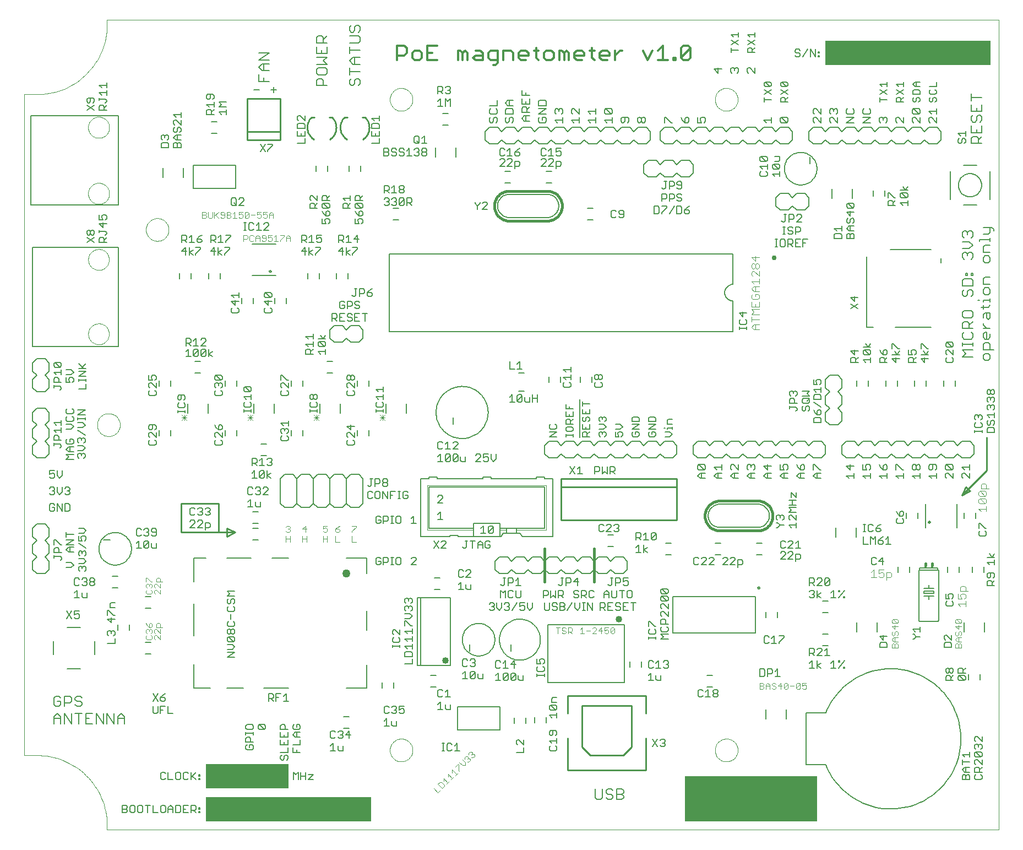
<source format=gto>
G75*
G70*
%OFA0B0*%
%FSLAX24Y24*%
%IPPOS*%
%LPD*%
%AMOC8*
5,1,8,0,0,1.08239X$1,22.5*
%
%ADD10C,0.0070*%
%ADD11C,0.0080*%
%ADD12C,0.0050*%
%ADD13C,0.0040*%
%ADD14C,0.0100*%
%ADD15C,0.0150*%
%ADD16C,0.0500*%
%ADD17C,0.0120*%
%ADD18R,0.5000X0.1500*%
%ADD19R,1.0000X0.1500*%
%ADD20R,0.8000X0.2750*%
%ADD21C,0.0060*%
%ADD22C,0.0160*%
%ADD23R,0.0160X0.0230*%
%ADD24C,0.0020*%
%ADD25C,0.0300*%
%ADD26C,0.0400*%
%ADD27C,0.0030*%
%ADD28C,0.0000*%
D10*
X004960Y009585D02*
X004960Y010005D01*
X005170Y010216D01*
X005380Y010005D01*
X005380Y009585D01*
X005605Y009585D02*
X005605Y010216D01*
X006025Y009585D01*
X006025Y010216D01*
X006249Y010216D02*
X006669Y010216D01*
X006459Y010216D02*
X006459Y009585D01*
X006894Y009585D02*
X007314Y009585D01*
X007538Y009585D02*
X007538Y010216D01*
X007959Y009585D01*
X007959Y010216D01*
X008183Y010216D02*
X008603Y009585D01*
X008603Y010216D01*
X008827Y010005D02*
X009037Y010216D01*
X009248Y010005D01*
X009248Y009585D01*
X009248Y009900D02*
X008827Y009900D01*
X008827Y010005D02*
X008827Y009585D01*
X008183Y009585D02*
X008183Y010216D01*
X007314Y010216D02*
X006894Y010216D01*
X006894Y009585D01*
X006894Y009900D02*
X007104Y009900D01*
X006564Y010635D02*
X006354Y010635D01*
X006249Y010740D01*
X006354Y010950D02*
X006564Y010950D01*
X006669Y010845D01*
X006669Y010740D01*
X006564Y010635D01*
X006354Y010950D02*
X006249Y011055D01*
X006249Y011160D01*
X006354Y011266D01*
X006564Y011266D01*
X006669Y011160D01*
X006025Y011160D02*
X006025Y010950D01*
X005920Y010845D01*
X005605Y010845D01*
X005605Y010635D02*
X005605Y011266D01*
X005920Y011266D01*
X006025Y011160D01*
X005380Y011160D02*
X005275Y011266D01*
X005065Y011266D01*
X004960Y011160D01*
X004960Y010740D01*
X005065Y010635D01*
X005275Y010635D01*
X005380Y010740D01*
X005380Y010950D01*
X005170Y010950D01*
X004960Y009900D02*
X005380Y009900D01*
X037743Y005641D02*
X037743Y005115D01*
X037848Y005010D01*
X038058Y005010D01*
X038164Y005115D01*
X038164Y005641D01*
X038388Y005535D02*
X038388Y005430D01*
X038493Y005325D01*
X038703Y005325D01*
X038808Y005220D01*
X038808Y005115D01*
X038703Y005010D01*
X038493Y005010D01*
X038388Y005115D01*
X038388Y005535D02*
X038493Y005641D01*
X038703Y005641D01*
X038808Y005535D01*
X039032Y005641D02*
X039348Y005641D01*
X039453Y005535D01*
X039453Y005430D01*
X039348Y005325D01*
X039032Y005325D01*
X039032Y005010D02*
X039348Y005010D01*
X039453Y005115D01*
X039453Y005220D01*
X039348Y005325D01*
X039032Y005010D02*
X039032Y005641D01*
X059959Y031789D02*
X060170Y031999D01*
X059959Y032209D01*
X060590Y032209D01*
X060590Y032434D02*
X060590Y032644D01*
X060590Y032539D02*
X059959Y032539D01*
X059959Y032434D02*
X059959Y032644D01*
X060065Y032863D02*
X060485Y032863D01*
X060590Y032968D01*
X060590Y033179D01*
X060485Y033284D01*
X060590Y033508D02*
X059959Y033508D01*
X059959Y033823D01*
X060065Y033928D01*
X060275Y033928D01*
X060380Y033823D01*
X060380Y033508D01*
X060380Y033718D02*
X060590Y033928D01*
X060485Y034152D02*
X060590Y034257D01*
X060590Y034468D01*
X060485Y034573D01*
X060065Y034573D01*
X059959Y034468D01*
X059959Y034257D01*
X060065Y034152D01*
X060485Y034152D01*
X061220Y034150D02*
X061220Y034360D01*
X061325Y034465D01*
X061640Y034465D01*
X061640Y034150D01*
X061535Y034045D01*
X061430Y034150D01*
X061430Y034465D01*
X061220Y034689D02*
X061220Y034900D01*
X061115Y034795D02*
X061535Y034795D01*
X061640Y034900D01*
X061640Y035119D02*
X061640Y035329D01*
X061640Y035224D02*
X061220Y035224D01*
X061220Y035119D01*
X061009Y035224D02*
X060904Y035224D01*
X060590Y035547D02*
X060485Y035441D01*
X060590Y035547D02*
X060590Y035757D01*
X060485Y035862D01*
X060380Y035862D01*
X060275Y035757D01*
X060275Y035547D01*
X060170Y035441D01*
X060065Y035441D01*
X059959Y035547D01*
X059959Y035757D01*
X060065Y035862D01*
X059959Y036086D02*
X059959Y036401D01*
X060065Y036506D01*
X060485Y036506D01*
X060590Y036401D01*
X060590Y036086D01*
X059959Y036086D01*
X060170Y036731D02*
X060275Y036731D01*
X060275Y036836D01*
X060170Y036836D01*
X060170Y036731D01*
X060485Y036731D02*
X060590Y036731D01*
X060590Y036836D01*
X060485Y036836D01*
X060485Y036731D01*
X061220Y036509D02*
X061325Y036614D01*
X061640Y036614D01*
X061640Y036193D02*
X061220Y036193D01*
X061220Y036509D01*
X061325Y035969D02*
X061220Y035864D01*
X061220Y035654D01*
X061325Y035549D01*
X061535Y035549D01*
X061640Y035654D01*
X061640Y035864D01*
X061535Y035969D01*
X061325Y035969D01*
X061325Y037483D02*
X061535Y037483D01*
X061640Y037588D01*
X061640Y037798D01*
X061535Y037903D01*
X061325Y037903D01*
X061220Y037798D01*
X061220Y037588D01*
X061325Y037483D01*
X061220Y038127D02*
X061220Y038442D01*
X061325Y038547D01*
X061640Y038547D01*
X061640Y038772D02*
X061640Y038982D01*
X061640Y038877D02*
X061009Y038877D01*
X061009Y038772D01*
X060590Y038552D02*
X060380Y038762D01*
X059959Y038762D01*
X060065Y038986D02*
X059959Y039092D01*
X059959Y039302D01*
X060065Y039407D01*
X060170Y039407D01*
X060275Y039302D01*
X060380Y039407D01*
X060485Y039407D01*
X060590Y039302D01*
X060590Y039092D01*
X060485Y038986D01*
X060275Y039197D02*
X060275Y039302D01*
X060590Y038552D02*
X060380Y038342D01*
X059959Y038342D01*
X060065Y038118D02*
X060170Y038118D01*
X060275Y038013D01*
X060380Y038118D01*
X060485Y038118D01*
X060590Y038013D01*
X060590Y037802D01*
X060485Y037697D01*
X060275Y037908D02*
X060275Y038013D01*
X060065Y038118D02*
X059959Y038013D01*
X059959Y037802D01*
X060065Y037697D01*
X061220Y038127D02*
X061640Y038127D01*
X061535Y039201D02*
X061640Y039306D01*
X061640Y039622D01*
X061745Y039622D02*
X061850Y039517D01*
X061850Y039411D01*
X061745Y039622D02*
X061220Y039622D01*
X061220Y039201D02*
X061535Y039201D01*
X061220Y033823D02*
X061220Y033718D01*
X061430Y033508D01*
X061640Y033508D02*
X061220Y033508D01*
X061325Y033284D02*
X061430Y033284D01*
X061430Y032863D01*
X061535Y032863D02*
X061325Y032863D01*
X061220Y032968D01*
X061220Y033179D01*
X061325Y033284D01*
X061640Y033179D02*
X061640Y032968D01*
X061535Y032863D01*
X061535Y032639D02*
X061640Y032534D01*
X061640Y032219D01*
X061850Y032219D02*
X061220Y032219D01*
X061220Y032534D01*
X061325Y032639D01*
X061535Y032639D01*
X061535Y031994D02*
X061325Y031994D01*
X061220Y031889D01*
X061220Y031679D01*
X061325Y031574D01*
X061535Y031574D01*
X061640Y031679D01*
X061640Y031889D01*
X061535Y031994D01*
X060590Y031789D02*
X059959Y031789D01*
X060065Y032863D02*
X059959Y032968D01*
X059959Y033179D01*
X060065Y033284D01*
X060509Y044710D02*
X060509Y045025D01*
X060615Y045130D01*
X060825Y045130D01*
X060930Y045025D01*
X060930Y044710D01*
X061140Y044710D02*
X060509Y044710D01*
X060930Y044920D02*
X061140Y045130D01*
X061140Y045355D02*
X061140Y045775D01*
X061035Y045999D02*
X061140Y046104D01*
X061140Y046314D01*
X061035Y046419D01*
X060930Y046419D01*
X060825Y046314D01*
X060825Y046104D01*
X060720Y045999D01*
X060615Y045999D01*
X060509Y046104D01*
X060509Y046314D01*
X060615Y046419D01*
X060509Y046644D02*
X061140Y046644D01*
X061140Y047064D01*
X060825Y046854D02*
X060825Y046644D01*
X060509Y046644D02*
X060509Y047064D01*
X060509Y047288D02*
X060509Y047709D01*
X060509Y047498D02*
X061140Y047498D01*
X060509Y045775D02*
X060509Y045355D01*
X061140Y045355D01*
X060825Y045355D02*
X060825Y045565D01*
X023490Y048315D02*
X023385Y048210D01*
X023490Y048315D02*
X023490Y048525D01*
X023385Y048630D01*
X023280Y048630D01*
X023175Y048525D01*
X023175Y048315D01*
X023070Y048210D01*
X022965Y048210D01*
X022859Y048315D01*
X022859Y048525D01*
X022965Y048630D01*
X022859Y048855D02*
X022859Y049275D01*
X022859Y049065D02*
X023490Y049065D01*
X023490Y049499D02*
X023070Y049499D01*
X022859Y049709D01*
X023070Y049919D01*
X023490Y049919D01*
X023175Y049919D02*
X023175Y049499D01*
X022859Y050144D02*
X022859Y050564D01*
X022859Y050354D02*
X023490Y050354D01*
X023385Y050788D02*
X023490Y050893D01*
X023490Y051103D01*
X023385Y051209D01*
X022859Y051209D01*
X022965Y051433D02*
X023070Y051433D01*
X023175Y051538D01*
X023175Y051748D01*
X023280Y051853D01*
X023385Y051853D01*
X023490Y051748D01*
X023490Y051538D01*
X023385Y051433D01*
X022965Y051433D02*
X022859Y051538D01*
X022859Y051748D01*
X022965Y051853D01*
X022859Y050788D02*
X023385Y050788D01*
X021490Y050788D02*
X020859Y050788D01*
X020859Y051103D01*
X020965Y051209D01*
X021175Y051209D01*
X021280Y051103D01*
X021280Y050788D01*
X021280Y050998D02*
X021490Y051209D01*
X021490Y050564D02*
X021490Y050144D01*
X020859Y050144D01*
X020859Y050564D01*
X021175Y050354D02*
X021175Y050144D01*
X021490Y049919D02*
X020859Y049919D01*
X020859Y049499D02*
X021490Y049499D01*
X021280Y049709D01*
X021490Y049919D01*
X021385Y049275D02*
X020965Y049275D01*
X020859Y049170D01*
X020859Y048960D01*
X020965Y048855D01*
X021385Y048855D01*
X021490Y048960D01*
X021490Y049170D01*
X021385Y049275D01*
X021175Y048630D02*
X020965Y048630D01*
X020859Y048525D01*
X020859Y048210D01*
X021490Y048210D01*
X021280Y048210D02*
X021280Y048525D01*
X021175Y048630D01*
X017990Y048460D02*
X017359Y048460D01*
X017359Y048880D01*
X017570Y049105D02*
X017359Y049315D01*
X017570Y049525D01*
X017990Y049525D01*
X017990Y049749D02*
X017359Y049749D01*
X017990Y050169D01*
X017359Y050169D01*
X017675Y049525D02*
X017675Y049105D01*
X017570Y049105D02*
X017990Y049105D01*
X017675Y048670D02*
X017675Y048460D01*
D11*
X015965Y043375D02*
X013385Y043375D01*
X013385Y041975D01*
X015965Y041975D01*
X015965Y043375D01*
X008856Y040975D02*
X008856Y046375D01*
X003575Y046375D01*
X003575Y040975D01*
X008856Y040975D01*
X008856Y038425D02*
X003675Y038425D01*
X003675Y032425D01*
X008856Y032425D01*
X008856Y038425D01*
X018008Y036965D02*
X018010Y036980D01*
X018016Y036993D01*
X018025Y037005D01*
X018036Y037014D01*
X018050Y037020D01*
X018065Y037022D01*
X018080Y037020D01*
X018093Y037014D01*
X018105Y037005D01*
X018114Y036994D01*
X018120Y036980D01*
X018122Y036965D01*
X018120Y036950D01*
X018114Y036937D01*
X018105Y036925D01*
X018094Y036916D01*
X018080Y036910D01*
X018065Y036908D01*
X018050Y036910D01*
X018037Y036916D01*
X018025Y036925D01*
X018016Y036936D01*
X018010Y036950D01*
X018008Y036965D01*
X021675Y033425D02*
X021675Y032925D01*
X021925Y032675D01*
X022425Y032675D01*
X022675Y032925D01*
X022925Y032675D01*
X023425Y032675D01*
X023675Y032925D01*
X023675Y033425D01*
X023425Y033675D01*
X022925Y033675D01*
X022675Y033425D01*
X022425Y033675D01*
X021925Y033675D01*
X021675Y033425D01*
X028100Y028425D02*
X028102Y028504D01*
X028108Y028583D01*
X028118Y028662D01*
X028132Y028740D01*
X028149Y028817D01*
X028171Y028893D01*
X028196Y028968D01*
X028226Y029041D01*
X028258Y029113D01*
X028295Y029184D01*
X028335Y029252D01*
X028378Y029318D01*
X028424Y029382D01*
X028474Y029444D01*
X028527Y029503D01*
X028582Y029559D01*
X028641Y029613D01*
X028702Y029663D01*
X028765Y029711D01*
X028831Y029755D01*
X028899Y029796D01*
X028969Y029833D01*
X029040Y029867D01*
X029114Y029897D01*
X029188Y029923D01*
X029264Y029945D01*
X029341Y029964D01*
X029419Y029979D01*
X029497Y029990D01*
X029576Y029997D01*
X029655Y030000D01*
X029734Y029999D01*
X029813Y029994D01*
X029892Y029985D01*
X029970Y029972D01*
X030047Y029955D01*
X030124Y029935D01*
X030199Y029910D01*
X030273Y029882D01*
X030346Y029850D01*
X030416Y029815D01*
X030485Y029776D01*
X030552Y029733D01*
X030617Y029687D01*
X030679Y029639D01*
X030739Y029587D01*
X030796Y029532D01*
X030850Y029474D01*
X030901Y029414D01*
X030949Y029351D01*
X030994Y029286D01*
X031036Y029218D01*
X031074Y029149D01*
X031108Y029078D01*
X031139Y029005D01*
X031167Y028930D01*
X031190Y028855D01*
X031210Y028778D01*
X031226Y028701D01*
X031238Y028622D01*
X031246Y028544D01*
X031250Y028465D01*
X031250Y028385D01*
X031246Y028306D01*
X031238Y028228D01*
X031226Y028149D01*
X031210Y028072D01*
X031190Y027995D01*
X031167Y027920D01*
X031139Y027845D01*
X031108Y027772D01*
X031074Y027701D01*
X031036Y027632D01*
X030994Y027564D01*
X030949Y027499D01*
X030901Y027436D01*
X030850Y027376D01*
X030796Y027318D01*
X030739Y027263D01*
X030679Y027211D01*
X030617Y027163D01*
X030552Y027117D01*
X030485Y027074D01*
X030416Y027035D01*
X030346Y027000D01*
X030273Y026968D01*
X030199Y026940D01*
X030124Y026915D01*
X030047Y026895D01*
X029970Y026878D01*
X029892Y026865D01*
X029813Y026856D01*
X029734Y026851D01*
X029655Y026850D01*
X029576Y026853D01*
X029497Y026860D01*
X029419Y026871D01*
X029341Y026886D01*
X029264Y026905D01*
X029188Y026927D01*
X029114Y026953D01*
X029040Y026983D01*
X028969Y027017D01*
X028899Y027054D01*
X028831Y027095D01*
X028765Y027139D01*
X028702Y027187D01*
X028641Y027237D01*
X028582Y027291D01*
X028527Y027347D01*
X028474Y027406D01*
X028424Y027468D01*
X028378Y027532D01*
X028335Y027598D01*
X028295Y027666D01*
X028258Y027737D01*
X028226Y027809D01*
X028196Y027882D01*
X028171Y027957D01*
X028149Y028033D01*
X028132Y028110D01*
X028118Y028188D01*
X028108Y028267D01*
X028102Y028346D01*
X028100Y028425D01*
X029125Y028125D02*
X029125Y027725D01*
X034675Y026425D02*
X034675Y025925D01*
X034925Y025675D01*
X035425Y025675D01*
X035675Y025925D01*
X035925Y025675D01*
X036425Y025675D01*
X036675Y025925D01*
X036925Y025675D01*
X037425Y025675D01*
X037675Y025925D01*
X037925Y025675D01*
X038425Y025675D01*
X038675Y025925D01*
X038925Y025675D01*
X039425Y025675D01*
X039675Y025925D01*
X039925Y025675D01*
X040425Y025675D01*
X040675Y025925D01*
X040925Y025675D01*
X041425Y025675D01*
X041675Y025925D01*
X041925Y025675D01*
X042425Y025675D01*
X042675Y025925D01*
X042675Y026425D01*
X042425Y026675D01*
X041925Y026675D01*
X041675Y026425D01*
X041425Y026675D01*
X040925Y026675D01*
X040675Y026425D01*
X040425Y026675D01*
X039925Y026675D01*
X039675Y026425D01*
X039425Y026675D01*
X038925Y026675D01*
X038675Y026425D01*
X038425Y026675D01*
X037925Y026675D01*
X037675Y026425D01*
X037425Y026675D01*
X036925Y026675D01*
X036675Y026425D01*
X036425Y026675D01*
X035925Y026675D01*
X035675Y026425D01*
X035425Y026675D01*
X034925Y026675D01*
X034675Y026425D01*
X034965Y026965D02*
X035385Y027245D01*
X034965Y027245D01*
X035035Y027425D02*
X035315Y027425D01*
X035385Y027495D01*
X035385Y027636D01*
X035315Y027706D01*
X035035Y027706D02*
X034965Y027636D01*
X034965Y027495D01*
X035035Y027425D01*
X034965Y026965D02*
X035385Y026965D01*
X035965Y026965D02*
X035965Y027105D01*
X035965Y027035D02*
X036385Y027035D01*
X036385Y026965D02*
X036385Y027105D01*
X036315Y027272D02*
X036385Y027342D01*
X036385Y027482D01*
X036315Y027552D01*
X036035Y027552D01*
X035965Y027482D01*
X035965Y027342D01*
X036035Y027272D01*
X036315Y027272D01*
X036385Y027732D02*
X035965Y027732D01*
X035965Y027943D01*
X036035Y028013D01*
X036175Y028013D01*
X036245Y027943D01*
X036245Y027732D01*
X036245Y027872D02*
X036385Y028013D01*
X036385Y028193D02*
X036385Y028473D01*
X036385Y028653D02*
X035965Y028653D01*
X035965Y028933D01*
X036175Y028793D02*
X036175Y028653D01*
X035965Y028473D02*
X035965Y028193D01*
X036385Y028193D01*
X036175Y028193D02*
X036175Y028333D01*
X036965Y028346D02*
X037385Y028346D01*
X037385Y028626D01*
X037175Y028486D02*
X037175Y028346D01*
X037245Y028166D02*
X037315Y028166D01*
X037385Y028096D01*
X037385Y027956D01*
X037315Y027886D01*
X037175Y027956D02*
X037175Y028096D01*
X037245Y028166D01*
X037035Y028166D02*
X036965Y028096D01*
X036965Y027956D01*
X037035Y027886D01*
X037105Y027886D01*
X037175Y027956D01*
X037385Y027706D02*
X037385Y027425D01*
X036965Y027425D01*
X036965Y027706D01*
X037175Y027566D02*
X037175Y027425D01*
X037175Y027245D02*
X037245Y027175D01*
X037245Y026965D01*
X037385Y026965D02*
X036965Y026965D01*
X036965Y027175D01*
X037035Y027245D01*
X037175Y027245D01*
X037245Y027105D02*
X037385Y027245D01*
X037965Y027175D02*
X037965Y027035D01*
X038035Y026965D01*
X038175Y027105D02*
X038175Y027175D01*
X038245Y027245D01*
X038315Y027245D01*
X038385Y027175D01*
X038385Y027035D01*
X038315Y026965D01*
X038175Y027175D02*
X038105Y027245D01*
X038035Y027245D01*
X037965Y027175D01*
X037965Y027425D02*
X038245Y027425D01*
X038385Y027566D01*
X038245Y027706D01*
X037965Y027706D01*
X038035Y027886D02*
X037965Y027956D01*
X037965Y028096D01*
X038035Y028166D01*
X038105Y028166D01*
X038175Y028096D01*
X038245Y028166D01*
X038315Y028166D01*
X038385Y028096D01*
X038385Y027956D01*
X038315Y027886D01*
X038175Y028026D02*
X038175Y028096D01*
X038965Y027706D02*
X039245Y027706D01*
X039385Y027566D01*
X039245Y027425D01*
X038965Y027425D01*
X038965Y027245D02*
X038965Y026965D01*
X039175Y026965D01*
X039105Y027105D01*
X039105Y027175D01*
X039175Y027245D01*
X039315Y027245D01*
X039385Y027175D01*
X039385Y027035D01*
X039315Y026965D01*
X039965Y027035D02*
X040035Y026965D01*
X040315Y026965D01*
X040385Y027035D01*
X040385Y027175D01*
X040315Y027245D01*
X040175Y027245D01*
X040175Y027105D01*
X040035Y027245D02*
X039965Y027175D01*
X039965Y027035D01*
X039965Y027425D02*
X040385Y027706D01*
X039965Y027706D01*
X039965Y027886D02*
X039965Y028096D01*
X040035Y028166D01*
X040315Y028166D01*
X040385Y028096D01*
X040385Y027886D01*
X039965Y027886D01*
X039965Y027425D02*
X040385Y027425D01*
X040965Y027425D02*
X041385Y027706D01*
X040965Y027706D01*
X040965Y027886D02*
X040965Y028096D01*
X041035Y028166D01*
X041315Y028166D01*
X041385Y028096D01*
X041385Y027886D01*
X040965Y027886D01*
X040965Y027425D02*
X041385Y027425D01*
X041315Y027245D02*
X041175Y027245D01*
X041175Y027105D01*
X041315Y026965D02*
X041385Y027035D01*
X041385Y027175D01*
X041315Y027245D01*
X041315Y026965D02*
X041035Y026965D01*
X040965Y027035D01*
X040965Y027175D01*
X041035Y027245D01*
X041895Y027495D02*
X041965Y027495D01*
X042105Y027495D02*
X042385Y027495D01*
X042385Y027425D02*
X042385Y027566D01*
X042385Y027732D02*
X042105Y027732D01*
X042105Y027943D01*
X042175Y028013D01*
X042385Y028013D01*
X042105Y027495D02*
X042105Y027425D01*
X042245Y027245D02*
X041965Y027245D01*
X042245Y027245D02*
X042385Y027105D01*
X042245Y026965D01*
X041965Y026965D01*
X043675Y026425D02*
X043675Y025925D01*
X043925Y025675D01*
X044425Y025675D01*
X044675Y025925D01*
X044925Y025675D01*
X045425Y025675D01*
X045675Y025925D01*
X045925Y025675D01*
X046425Y025675D01*
X046675Y025925D01*
X046925Y025675D01*
X047425Y025675D01*
X047675Y025925D01*
X047925Y025675D01*
X048425Y025675D01*
X048675Y025925D01*
X048925Y025675D01*
X049425Y025675D01*
X049675Y025925D01*
X049925Y025675D01*
X050425Y025675D01*
X050675Y025925D01*
X050925Y025675D01*
X051425Y025675D01*
X051675Y025925D01*
X051675Y026425D01*
X051425Y026675D01*
X050925Y026675D01*
X050675Y026425D01*
X050425Y026675D01*
X049925Y026675D01*
X049675Y026425D01*
X049425Y026675D01*
X048925Y026675D01*
X048675Y026425D01*
X048425Y026675D01*
X047925Y026675D01*
X047675Y026425D01*
X047425Y026675D01*
X046925Y026675D01*
X046675Y026425D01*
X046425Y026675D01*
X045925Y026675D01*
X045675Y026425D01*
X045425Y026675D01*
X044925Y026675D01*
X044675Y026425D01*
X044425Y026675D01*
X043925Y026675D01*
X043675Y026425D01*
X044015Y025270D02*
X044335Y024949D01*
X044415Y025029D01*
X044415Y025190D01*
X044335Y025270D01*
X044015Y025270D01*
X043935Y025190D01*
X043935Y025029D01*
X044015Y024949D01*
X044335Y024949D01*
X044415Y024754D02*
X044095Y024754D01*
X043935Y024594D01*
X044095Y024434D01*
X044415Y024434D01*
X044175Y024434D02*
X044175Y024754D01*
X044935Y024594D02*
X045095Y024754D01*
X045415Y024754D01*
X045415Y024949D02*
X045415Y025270D01*
X045415Y025109D02*
X044935Y025109D01*
X045095Y024949D01*
X045175Y024754D02*
X045175Y024434D01*
X045095Y024434D02*
X044935Y024594D01*
X045095Y024434D02*
X045415Y024434D01*
X045935Y024594D02*
X046095Y024754D01*
X046415Y024754D01*
X046415Y024949D02*
X046095Y025270D01*
X046015Y025270D01*
X045935Y025190D01*
X045935Y025029D01*
X046015Y024949D01*
X046175Y024754D02*
X046175Y024434D01*
X046095Y024434D02*
X045935Y024594D01*
X046095Y024434D02*
X046415Y024434D01*
X046415Y024949D02*
X046415Y025270D01*
X046935Y025190D02*
X047015Y025270D01*
X047095Y025270D01*
X047175Y025190D01*
X047255Y025270D01*
X047335Y025270D01*
X047415Y025190D01*
X047415Y025029D01*
X047335Y024949D01*
X047415Y024754D02*
X047095Y024754D01*
X046935Y024594D01*
X047095Y024434D01*
X047415Y024434D01*
X047175Y024434D02*
X047175Y024754D01*
X047015Y024949D02*
X046935Y025029D01*
X046935Y025190D01*
X047175Y025190D02*
X047175Y025109D01*
X047935Y025190D02*
X048175Y024949D01*
X048175Y025270D01*
X048415Y025190D02*
X047935Y025190D01*
X048095Y024754D02*
X048415Y024754D01*
X048175Y024754D02*
X048175Y024434D01*
X048095Y024434D02*
X047935Y024594D01*
X048095Y024754D01*
X048095Y024434D02*
X048415Y024434D01*
X048935Y024594D02*
X049095Y024754D01*
X049415Y024754D01*
X049335Y024949D02*
X049415Y025029D01*
X049415Y025190D01*
X049335Y025270D01*
X049175Y025270D01*
X049095Y025190D01*
X049095Y025109D01*
X049175Y024949D01*
X048935Y024949D01*
X048935Y025270D01*
X049175Y024754D02*
X049175Y024434D01*
X049095Y024434D02*
X048935Y024594D01*
X049095Y024434D02*
X049415Y024434D01*
X049935Y024594D02*
X050095Y024754D01*
X050415Y024754D01*
X050335Y024949D02*
X050175Y024949D01*
X050175Y025190D01*
X050255Y025270D01*
X050335Y025270D01*
X050415Y025190D01*
X050415Y025029D01*
X050335Y024949D01*
X050175Y024949D02*
X050015Y025109D01*
X049935Y025270D01*
X050175Y024754D02*
X050175Y024434D01*
X050095Y024434D02*
X049935Y024594D01*
X050095Y024434D02*
X050415Y024434D01*
X050935Y024594D02*
X051095Y024754D01*
X051415Y024754D01*
X051415Y024949D02*
X051335Y024949D01*
X051015Y025270D01*
X050935Y025270D01*
X050935Y024949D01*
X051175Y024754D02*
X051175Y024434D01*
X051095Y024434D02*
X051415Y024434D01*
X051095Y024434D02*
X050935Y024594D01*
X052935Y024594D02*
X053415Y024594D01*
X053415Y024434D02*
X053415Y024754D01*
X053175Y024949D02*
X052935Y025190D01*
X053415Y025190D01*
X053175Y025270D02*
X053175Y024949D01*
X052935Y024594D02*
X053095Y024434D01*
X053935Y024594D02*
X054415Y024594D01*
X054415Y024434D02*
X054415Y024754D01*
X054335Y024949D02*
X054415Y025029D01*
X054415Y025190D01*
X054335Y025270D01*
X054175Y025270D01*
X054095Y025190D01*
X054095Y025109D01*
X054175Y024949D01*
X053935Y024949D01*
X053935Y025270D01*
X053925Y025675D02*
X053675Y025925D01*
X053425Y025675D01*
X052925Y025675D01*
X052675Y025925D01*
X052675Y026425D01*
X052925Y026675D01*
X053425Y026675D01*
X053675Y026425D01*
X053925Y026675D01*
X054425Y026675D01*
X054675Y026425D01*
X054925Y026675D01*
X055425Y026675D01*
X055675Y026425D01*
X055925Y026675D01*
X056425Y026675D01*
X056675Y026425D01*
X056925Y026675D01*
X057425Y026675D01*
X057675Y026425D01*
X057925Y026675D01*
X058425Y026675D01*
X058675Y026425D01*
X058925Y026675D01*
X059425Y026675D01*
X059675Y026425D01*
X059925Y026675D01*
X060425Y026675D01*
X060675Y026425D01*
X060675Y025925D01*
X060425Y025675D01*
X059925Y025675D01*
X059675Y025925D01*
X059425Y025675D01*
X058925Y025675D01*
X058675Y025925D01*
X058425Y025675D01*
X057925Y025675D01*
X057675Y025925D01*
X057425Y025675D01*
X056925Y025675D01*
X056675Y025925D01*
X056425Y025675D01*
X055925Y025675D01*
X055675Y025925D01*
X055425Y025675D01*
X054925Y025675D01*
X054675Y025925D01*
X054425Y025675D01*
X053925Y025675D01*
X054935Y025270D02*
X055015Y025109D01*
X055175Y024949D01*
X055175Y025190D01*
X055255Y025270D01*
X055335Y025270D01*
X055415Y025190D01*
X055415Y025029D01*
X055335Y024949D01*
X055175Y024949D01*
X055415Y024754D02*
X055415Y024434D01*
X055415Y024594D02*
X054935Y024594D01*
X055095Y024434D01*
X055935Y024594D02*
X056415Y024594D01*
X056415Y024434D02*
X056415Y024754D01*
X056415Y024949D02*
X056335Y024949D01*
X056015Y025270D01*
X055935Y025270D01*
X055935Y024949D01*
X055935Y024594D02*
X056095Y024434D01*
X056935Y024594D02*
X057415Y024594D01*
X057415Y024434D02*
X057415Y024754D01*
X057335Y024949D02*
X057255Y024949D01*
X057175Y025029D01*
X057175Y025190D01*
X057255Y025270D01*
X057335Y025270D01*
X057415Y025190D01*
X057415Y025029D01*
X057335Y024949D01*
X057175Y025029D02*
X057095Y024949D01*
X057015Y024949D01*
X056935Y025029D01*
X056935Y025190D01*
X057015Y025270D01*
X057095Y025270D01*
X057175Y025190D01*
X056935Y024594D02*
X057095Y024434D01*
X057935Y024594D02*
X058415Y024594D01*
X058415Y024434D02*
X058415Y024754D01*
X058335Y024949D02*
X058415Y025029D01*
X058415Y025190D01*
X058335Y025270D01*
X058015Y025270D01*
X057935Y025190D01*
X057935Y025029D01*
X058015Y024949D01*
X058095Y024949D01*
X058175Y025029D01*
X058175Y025270D01*
X057935Y024594D02*
X058095Y024434D01*
X058935Y024514D02*
X059015Y024434D01*
X058935Y024514D02*
X058935Y024674D01*
X059015Y024754D01*
X059095Y024754D01*
X059415Y024434D01*
X059415Y024754D01*
X059335Y024949D02*
X059015Y025270D01*
X059335Y025270D01*
X059415Y025190D01*
X059415Y025029D01*
X059335Y024949D01*
X059015Y024949D01*
X058935Y025029D01*
X058935Y025190D01*
X059015Y025270D01*
X059935Y025109D02*
X060415Y025109D01*
X060415Y024949D02*
X060415Y025270D01*
X060095Y024949D02*
X059935Y025109D01*
X060015Y024754D02*
X059935Y024674D01*
X059935Y024514D01*
X060015Y024434D01*
X060015Y024754D02*
X060095Y024754D01*
X060415Y024434D01*
X060415Y024754D01*
X057908Y021785D02*
X057910Y021800D01*
X057916Y021813D01*
X057925Y021825D01*
X057936Y021834D01*
X057950Y021840D01*
X057965Y021842D01*
X057980Y021840D01*
X057993Y021834D01*
X058005Y021825D01*
X058014Y021814D01*
X058020Y021800D01*
X058022Y021785D01*
X058020Y021770D01*
X058014Y021757D01*
X058005Y021745D01*
X057994Y021736D01*
X057980Y021730D01*
X057965Y021728D01*
X057950Y021730D01*
X057937Y021736D01*
X057925Y021745D01*
X057916Y021756D01*
X057910Y021770D01*
X057908Y021785D01*
X054095Y024434D02*
X053935Y024594D01*
X052425Y027675D02*
X051925Y027675D01*
X051675Y027925D01*
X051675Y028425D01*
X051925Y028675D01*
X051675Y028925D01*
X051675Y029425D01*
X051925Y029675D01*
X051675Y029925D01*
X051675Y030425D01*
X051925Y030675D01*
X052425Y030675D01*
X052675Y030425D01*
X052675Y029925D01*
X052425Y029675D01*
X052675Y029425D01*
X052675Y028925D01*
X052425Y028675D01*
X052675Y028425D01*
X052675Y027925D01*
X052425Y027675D01*
X039675Y019425D02*
X039425Y019675D01*
X038925Y019675D01*
X038675Y019425D01*
X038425Y019675D01*
X037925Y019675D01*
X037675Y019425D01*
X037425Y019675D01*
X036925Y019675D01*
X036675Y019425D01*
X036425Y019675D01*
X035925Y019675D01*
X035675Y019425D01*
X035425Y019675D01*
X034925Y019675D01*
X034675Y019425D01*
X034675Y018925D01*
X034925Y018675D01*
X035425Y018675D01*
X035675Y018925D01*
X035925Y018675D01*
X036425Y018675D01*
X036675Y018925D01*
X036925Y018675D01*
X037425Y018675D01*
X037675Y018925D01*
X037675Y019425D01*
X037675Y018925D01*
X037925Y018675D01*
X038425Y018675D01*
X038675Y018925D01*
X038925Y018675D01*
X039425Y018675D01*
X039675Y018925D01*
X039675Y019425D01*
X034675Y019425D02*
X034675Y018925D01*
X034425Y018675D01*
X033925Y018675D01*
X033675Y018925D01*
X033425Y018675D01*
X032925Y018675D01*
X032675Y018925D01*
X032425Y018675D01*
X031925Y018675D01*
X031675Y018925D01*
X031675Y019425D01*
X031925Y019675D01*
X032425Y019675D01*
X032675Y019425D01*
X032925Y019675D01*
X033425Y019675D01*
X033675Y019425D01*
X033925Y019675D01*
X034425Y019675D01*
X034675Y019425D01*
X031935Y014675D02*
X031937Y014745D01*
X031943Y014815D01*
X031953Y014885D01*
X031967Y014953D01*
X031984Y015021D01*
X032006Y015088D01*
X032031Y015154D01*
X032060Y015218D01*
X032092Y015280D01*
X032128Y015340D01*
X032168Y015398D01*
X032210Y015454D01*
X032256Y015507D01*
X032304Y015558D01*
X032356Y015606D01*
X032410Y015651D01*
X032466Y015692D01*
X032525Y015731D01*
X032586Y015766D01*
X032648Y015798D01*
X032713Y015826D01*
X032778Y015850D01*
X032846Y015870D01*
X032914Y015887D01*
X032983Y015900D01*
X033052Y015909D01*
X033122Y015914D01*
X033193Y015915D01*
X033263Y015912D01*
X033333Y015905D01*
X033402Y015894D01*
X033470Y015879D01*
X033538Y015861D01*
X033605Y015838D01*
X033670Y015812D01*
X033733Y015782D01*
X033795Y015749D01*
X033855Y015712D01*
X033912Y015672D01*
X033968Y015629D01*
X034020Y015582D01*
X034070Y015533D01*
X034117Y015481D01*
X034161Y015426D01*
X034202Y015369D01*
X034240Y015310D01*
X034274Y015249D01*
X034305Y015186D01*
X034332Y015121D01*
X034355Y015055D01*
X034375Y014987D01*
X034391Y014919D01*
X034403Y014850D01*
X034411Y014780D01*
X034415Y014710D01*
X034415Y014640D01*
X034411Y014570D01*
X034403Y014500D01*
X034391Y014431D01*
X034375Y014363D01*
X034355Y014295D01*
X034332Y014229D01*
X034305Y014164D01*
X034274Y014101D01*
X034240Y014040D01*
X034202Y013981D01*
X034161Y013924D01*
X034117Y013869D01*
X034070Y013817D01*
X034020Y013768D01*
X033968Y013721D01*
X033912Y013678D01*
X033855Y013638D01*
X033795Y013601D01*
X033733Y013568D01*
X033670Y013538D01*
X033605Y013512D01*
X033538Y013489D01*
X033470Y013471D01*
X033402Y013456D01*
X033333Y013445D01*
X033263Y013438D01*
X033193Y013435D01*
X033122Y013436D01*
X033052Y013441D01*
X032983Y013450D01*
X032914Y013463D01*
X032846Y013480D01*
X032778Y013500D01*
X032713Y013524D01*
X032648Y013552D01*
X032586Y013584D01*
X032525Y013619D01*
X032466Y013658D01*
X032410Y013699D01*
X032356Y013744D01*
X032304Y013792D01*
X032256Y013843D01*
X032210Y013896D01*
X032168Y013952D01*
X032128Y014010D01*
X032092Y014070D01*
X032060Y014132D01*
X032031Y014196D01*
X032006Y014262D01*
X031984Y014329D01*
X031967Y014397D01*
X031953Y014465D01*
X031943Y014535D01*
X031937Y014605D01*
X031935Y014675D01*
X032625Y014375D02*
X032625Y013975D01*
X029691Y014675D02*
X029693Y014737D01*
X029699Y014800D01*
X029709Y014861D01*
X029723Y014922D01*
X029740Y014982D01*
X029761Y015041D01*
X029787Y015098D01*
X029815Y015153D01*
X029847Y015207D01*
X029883Y015258D01*
X029921Y015308D01*
X029963Y015354D01*
X030007Y015398D01*
X030055Y015439D01*
X030104Y015477D01*
X030156Y015511D01*
X030210Y015542D01*
X030266Y015570D01*
X030324Y015594D01*
X030383Y015615D01*
X030443Y015631D01*
X030504Y015644D01*
X030566Y015653D01*
X030628Y015658D01*
X030691Y015659D01*
X030753Y015656D01*
X030815Y015649D01*
X030877Y015638D01*
X030937Y015623D01*
X030997Y015605D01*
X031055Y015583D01*
X031112Y015557D01*
X031167Y015527D01*
X031220Y015494D01*
X031271Y015458D01*
X031319Y015419D01*
X031365Y015376D01*
X031408Y015331D01*
X031448Y015283D01*
X031485Y015233D01*
X031519Y015180D01*
X031550Y015126D01*
X031576Y015070D01*
X031600Y015012D01*
X031619Y014952D01*
X031635Y014892D01*
X031647Y014830D01*
X031655Y014769D01*
X031659Y014706D01*
X031659Y014644D01*
X031655Y014581D01*
X031647Y014520D01*
X031635Y014458D01*
X031619Y014398D01*
X031600Y014338D01*
X031576Y014280D01*
X031550Y014224D01*
X031519Y014170D01*
X031485Y014117D01*
X031448Y014067D01*
X031408Y014019D01*
X031365Y013974D01*
X031319Y013931D01*
X031271Y013892D01*
X031220Y013856D01*
X031167Y013823D01*
X031112Y013793D01*
X031055Y013767D01*
X030997Y013745D01*
X030937Y013727D01*
X030877Y013712D01*
X030815Y013701D01*
X030753Y013694D01*
X030691Y013691D01*
X030628Y013692D01*
X030566Y013697D01*
X030504Y013706D01*
X030443Y013719D01*
X030383Y013735D01*
X030324Y013756D01*
X030266Y013780D01*
X030210Y013808D01*
X030156Y013839D01*
X030104Y013873D01*
X030055Y013911D01*
X030007Y013952D01*
X029963Y013996D01*
X029921Y014042D01*
X029883Y014092D01*
X029847Y014143D01*
X029815Y014197D01*
X029787Y014252D01*
X029761Y014309D01*
X029740Y014368D01*
X029723Y014428D01*
X029709Y014489D01*
X029699Y014550D01*
X029693Y014613D01*
X029691Y014675D01*
X030125Y014375D02*
X030125Y013975D01*
X029385Y010625D02*
X031965Y010625D01*
X031965Y009225D01*
X029385Y009225D01*
X029385Y010625D01*
X047578Y017815D02*
X047580Y017830D01*
X047586Y017843D01*
X047595Y017855D01*
X047606Y017864D01*
X047620Y017870D01*
X047635Y017872D01*
X047650Y017870D01*
X047663Y017864D01*
X047675Y017855D01*
X047684Y017844D01*
X047690Y017830D01*
X047692Y017815D01*
X047690Y017800D01*
X047684Y017787D01*
X047675Y017775D01*
X047664Y017766D01*
X047650Y017760D01*
X047635Y017758D01*
X047620Y017760D01*
X047607Y017766D01*
X047595Y017775D01*
X047586Y017786D01*
X047580Y017800D01*
X047578Y017815D01*
X050514Y010250D02*
X051695Y010250D01*
X050514Y010250D02*
X050514Y007100D01*
X051695Y007100D01*
X051777Y006910D01*
X051868Y006724D01*
X051968Y006542D01*
X052076Y006366D01*
X052193Y006195D01*
X052318Y006030D01*
X052452Y005871D01*
X052592Y005719D01*
X052740Y005574D01*
X052895Y005436D01*
X053057Y005307D01*
X053224Y005185D01*
X053398Y005071D01*
X053576Y004967D01*
X053760Y004871D01*
X053948Y004784D01*
X054140Y004706D01*
X054336Y004638D01*
X054535Y004579D01*
X054736Y004531D01*
X054940Y004492D01*
X055145Y004463D01*
X055351Y004444D01*
X055558Y004436D01*
X055765Y004437D01*
X055972Y004449D01*
X056178Y004470D01*
X056383Y004502D01*
X056586Y004544D01*
X056787Y004595D01*
X056984Y004656D01*
X057179Y004727D01*
X057370Y004808D01*
X057557Y004897D01*
X057739Y004996D01*
X057916Y005103D01*
X058088Y005219D01*
X058254Y005343D01*
X058414Y005475D01*
X058567Y005615D01*
X058713Y005762D01*
X058851Y005916D01*
X058982Y006076D01*
X059105Y006243D01*
X059220Y006416D01*
X059326Y006594D01*
X059423Y006777D01*
X059511Y006964D01*
X059590Y007156D01*
X059660Y007351D01*
X059720Y007549D01*
X059770Y007750D01*
X059810Y007953D01*
X059840Y008158D01*
X059861Y008364D01*
X059871Y008571D01*
X059871Y008779D01*
X059861Y008986D01*
X059840Y009192D01*
X059810Y009397D01*
X059770Y009600D01*
X059720Y009801D01*
X059660Y009999D01*
X059590Y010194D01*
X059511Y010386D01*
X059423Y010573D01*
X059326Y010756D01*
X059220Y010934D01*
X059105Y011107D01*
X058982Y011274D01*
X058851Y011434D01*
X058713Y011588D01*
X058567Y011735D01*
X058414Y011875D01*
X058254Y012007D01*
X058088Y012131D01*
X057916Y012247D01*
X057739Y012354D01*
X057557Y012453D01*
X057370Y012542D01*
X057179Y012623D01*
X056984Y012694D01*
X056787Y012755D01*
X056586Y012806D01*
X056383Y012848D01*
X056178Y012880D01*
X055972Y012901D01*
X055765Y012913D01*
X055558Y012914D01*
X055351Y012906D01*
X055145Y012887D01*
X054940Y012858D01*
X054736Y012819D01*
X054535Y012771D01*
X054336Y012712D01*
X054140Y012644D01*
X053948Y012566D01*
X053760Y012479D01*
X053576Y012383D01*
X053398Y012279D01*
X053224Y012165D01*
X053057Y012043D01*
X052895Y011914D01*
X052740Y011776D01*
X052592Y011631D01*
X052452Y011479D01*
X052318Y011320D01*
X052193Y011155D01*
X052076Y010984D01*
X051968Y010808D01*
X051868Y010626D01*
X051777Y010440D01*
X051695Y010250D01*
X036805Y026925D02*
X036805Y029227D01*
X036965Y029087D02*
X036965Y028807D01*
X036965Y028947D02*
X037385Y028947D01*
X036965Y028626D02*
X036965Y028346D01*
X048925Y040675D02*
X048675Y040925D01*
X048675Y041425D01*
X048925Y041675D01*
X049425Y041675D01*
X049675Y041425D01*
X049925Y041675D01*
X050425Y041675D01*
X050675Y041425D01*
X050675Y040925D01*
X050425Y040675D01*
X049925Y040675D01*
X049675Y040925D01*
X049425Y040675D01*
X048925Y040675D01*
X049191Y043175D02*
X049193Y043237D01*
X049199Y043300D01*
X049209Y043361D01*
X049223Y043422D01*
X049240Y043482D01*
X049261Y043541D01*
X049287Y043598D01*
X049315Y043653D01*
X049347Y043707D01*
X049383Y043758D01*
X049421Y043808D01*
X049463Y043854D01*
X049507Y043898D01*
X049555Y043939D01*
X049604Y043977D01*
X049656Y044011D01*
X049710Y044042D01*
X049766Y044070D01*
X049824Y044094D01*
X049883Y044115D01*
X049943Y044131D01*
X050004Y044144D01*
X050066Y044153D01*
X050128Y044158D01*
X050191Y044159D01*
X050253Y044156D01*
X050315Y044149D01*
X050377Y044138D01*
X050437Y044123D01*
X050497Y044105D01*
X050555Y044083D01*
X050612Y044057D01*
X050667Y044027D01*
X050720Y043994D01*
X050771Y043958D01*
X050819Y043919D01*
X050865Y043876D01*
X050908Y043831D01*
X050948Y043783D01*
X050985Y043733D01*
X051019Y043680D01*
X051050Y043626D01*
X051076Y043570D01*
X051100Y043512D01*
X051119Y043452D01*
X051135Y043392D01*
X051147Y043330D01*
X051155Y043269D01*
X051159Y043206D01*
X051159Y043144D01*
X051155Y043081D01*
X051147Y043020D01*
X051135Y042958D01*
X051119Y042898D01*
X051100Y042838D01*
X051076Y042780D01*
X051050Y042724D01*
X051019Y042670D01*
X050985Y042617D01*
X050948Y042567D01*
X050908Y042519D01*
X050865Y042474D01*
X050819Y042431D01*
X050771Y042392D01*
X050720Y042356D01*
X050667Y042323D01*
X050612Y042293D01*
X050555Y042267D01*
X050497Y042245D01*
X050437Y042227D01*
X050377Y042212D01*
X050315Y042201D01*
X050253Y042194D01*
X050191Y042191D01*
X050128Y042192D01*
X050066Y042197D01*
X050004Y042206D01*
X049943Y042219D01*
X049883Y042235D01*
X049824Y042256D01*
X049766Y042280D01*
X049710Y042308D01*
X049656Y042339D01*
X049604Y042373D01*
X049555Y042411D01*
X049507Y042452D01*
X049463Y042496D01*
X049421Y042542D01*
X049383Y042592D01*
X049347Y042643D01*
X049315Y042697D01*
X049287Y042752D01*
X049261Y042809D01*
X049240Y042868D01*
X049223Y042928D01*
X049209Y042989D01*
X049199Y043050D01*
X049193Y043113D01*
X049191Y043175D01*
X049425Y044675D02*
X048925Y044675D01*
X048675Y044925D01*
X048425Y044675D01*
X047925Y044675D01*
X047675Y044925D01*
X047425Y044675D01*
X046925Y044675D01*
X046675Y044925D01*
X046425Y044675D01*
X045925Y044675D01*
X045675Y044925D01*
X045425Y044675D01*
X044925Y044675D01*
X044675Y044925D01*
X044425Y044675D01*
X043925Y044675D01*
X043675Y044925D01*
X043425Y044675D01*
X042925Y044675D01*
X042675Y044925D01*
X042425Y044675D01*
X041925Y044675D01*
X041675Y044925D01*
X041675Y045425D01*
X041925Y045675D01*
X042425Y045675D01*
X042675Y045425D01*
X042925Y045675D01*
X043425Y045675D01*
X043675Y045425D01*
X043925Y045675D01*
X044425Y045675D01*
X044675Y045425D01*
X044925Y045675D01*
X045425Y045675D01*
X045675Y045425D01*
X045925Y045675D01*
X046425Y045675D01*
X046675Y045425D01*
X046925Y045675D01*
X047425Y045675D01*
X047675Y045425D01*
X047925Y045675D01*
X048425Y045675D01*
X048675Y045425D01*
X048925Y045675D01*
X049425Y045675D01*
X049675Y045425D01*
X049675Y044925D01*
X049425Y044675D01*
X050675Y044925D02*
X050925Y044675D01*
X051425Y044675D01*
X051675Y044925D01*
X051925Y044675D01*
X052425Y044675D01*
X052675Y044925D01*
X052925Y044675D01*
X053425Y044675D01*
X053675Y044925D01*
X053925Y044675D01*
X054425Y044675D01*
X054675Y044925D01*
X054925Y044675D01*
X055425Y044675D01*
X055675Y044925D01*
X055925Y044675D01*
X056425Y044675D01*
X056675Y044925D01*
X056925Y044675D01*
X057425Y044675D01*
X057675Y044925D01*
X057925Y044675D01*
X058425Y044675D01*
X058675Y044925D01*
X058675Y045425D01*
X058425Y045675D01*
X057925Y045675D01*
X057675Y045425D01*
X057425Y045675D01*
X056925Y045675D01*
X056675Y045425D01*
X056425Y045675D01*
X055925Y045675D01*
X055675Y045425D01*
X055425Y045675D01*
X054925Y045675D01*
X054675Y045425D01*
X054425Y045675D01*
X053925Y045675D01*
X053675Y045425D01*
X053425Y045675D01*
X052925Y045675D01*
X052675Y045425D01*
X052425Y045675D01*
X051925Y045675D01*
X051675Y045425D01*
X051425Y045675D01*
X050925Y045675D01*
X050675Y045425D01*
X050675Y044925D01*
X050725Y043875D02*
X050725Y043475D01*
X051015Y045965D02*
X050935Y046045D01*
X050935Y046205D01*
X051015Y046285D01*
X051095Y046285D01*
X051415Y045965D01*
X051415Y046285D01*
X051415Y046481D02*
X051095Y046801D01*
X051015Y046801D01*
X050935Y046721D01*
X050935Y046561D01*
X051015Y046481D01*
X051415Y046481D02*
X051415Y046801D01*
X051935Y046721D02*
X052015Y046801D01*
X052095Y046801D01*
X052175Y046721D01*
X052255Y046801D01*
X052335Y046801D01*
X052415Y046721D01*
X052415Y046561D01*
X052335Y046481D01*
X052415Y046285D02*
X052415Y045965D01*
X052095Y046285D01*
X052015Y046285D01*
X051935Y046205D01*
X051935Y046045D01*
X052015Y045965D01*
X052015Y046481D02*
X051935Y046561D01*
X051935Y046721D01*
X052175Y046721D02*
X052175Y046641D01*
X052935Y046721D02*
X052935Y046561D01*
X053015Y046481D01*
X053335Y046481D01*
X053415Y046561D01*
X053415Y046721D01*
X053335Y046801D01*
X053015Y046801D02*
X052935Y046721D01*
X052935Y046285D02*
X053415Y046285D01*
X052935Y045965D01*
X053415Y045965D01*
X053935Y045965D02*
X054415Y046285D01*
X053935Y046285D01*
X054015Y046481D02*
X054335Y046481D01*
X054415Y046561D01*
X054415Y046721D01*
X054335Y046801D01*
X054015Y046801D02*
X053935Y046721D01*
X053935Y046561D01*
X054015Y046481D01*
X053935Y045965D02*
X054415Y045965D01*
X054935Y046045D02*
X054935Y046205D01*
X055015Y046285D01*
X055095Y046285D01*
X055175Y046205D01*
X055255Y046285D01*
X055335Y046285D01*
X055415Y046205D01*
X055415Y046045D01*
X055335Y045965D01*
X055175Y046125D02*
X055175Y046205D01*
X055015Y045965D02*
X054935Y046045D01*
X055935Y046045D02*
X056015Y045965D01*
X055935Y046045D02*
X055935Y046205D01*
X056015Y046285D01*
X056095Y046285D01*
X056415Y045965D01*
X056415Y046285D01*
X056935Y046205D02*
X056935Y046045D01*
X057015Y045965D01*
X056935Y046205D02*
X057015Y046285D01*
X057095Y046285D01*
X057415Y045965D01*
X057415Y046285D01*
X057335Y046481D02*
X057015Y046801D01*
X057335Y046801D01*
X057415Y046721D01*
X057415Y046561D01*
X057335Y046481D01*
X057015Y046481D01*
X056935Y046561D01*
X056935Y046721D01*
X057015Y046801D01*
X057035Y047215D02*
X057105Y047215D01*
X057175Y047285D01*
X057175Y047425D01*
X057245Y047495D01*
X057315Y047495D01*
X057385Y047425D01*
X057385Y047285D01*
X057315Y047215D01*
X057035Y047215D02*
X056965Y047285D01*
X056965Y047425D01*
X057035Y047495D01*
X056965Y047675D02*
X056965Y047886D01*
X057035Y047956D01*
X057315Y047956D01*
X057385Y047886D01*
X057385Y047675D01*
X056965Y047675D01*
X057105Y048136D02*
X056965Y048276D01*
X057105Y048416D01*
X057385Y048416D01*
X057175Y048416D02*
X057175Y048136D01*
X057105Y048136D02*
X057385Y048136D01*
X057965Y048136D02*
X058385Y048136D01*
X058385Y048416D01*
X058315Y047956D02*
X058385Y047886D01*
X058385Y047745D01*
X058315Y047675D01*
X058035Y047675D01*
X057965Y047745D01*
X057965Y047886D01*
X058035Y047956D01*
X058035Y047495D02*
X057965Y047425D01*
X057965Y047285D01*
X058035Y047215D01*
X058105Y047215D01*
X058175Y047285D01*
X058175Y047425D01*
X058245Y047495D01*
X058315Y047495D01*
X058385Y047425D01*
X058385Y047285D01*
X058315Y047215D01*
X058415Y046801D02*
X058415Y046481D01*
X058415Y046641D02*
X057935Y046641D01*
X058095Y046481D01*
X058095Y046285D02*
X058015Y046285D01*
X057935Y046205D01*
X057935Y046045D01*
X058015Y045965D01*
X058095Y046285D02*
X058415Y045965D01*
X058415Y046285D01*
X056385Y047215D02*
X055965Y047215D01*
X055965Y047425D01*
X056035Y047495D01*
X056175Y047495D01*
X056245Y047425D01*
X056245Y047215D01*
X056245Y047355D02*
X056385Y047495D01*
X056385Y047675D02*
X055965Y047956D01*
X056105Y048136D02*
X055965Y048276D01*
X056385Y048276D01*
X056385Y048136D02*
X056385Y048416D01*
X056385Y047956D02*
X055965Y047675D01*
X055385Y047675D02*
X054965Y047956D01*
X055105Y048136D02*
X054965Y048276D01*
X055385Y048276D01*
X055385Y048136D02*
X055385Y048416D01*
X055385Y047956D02*
X054965Y047675D01*
X054965Y047495D02*
X054965Y047215D01*
X054965Y047355D02*
X055385Y047355D01*
X049385Y047215D02*
X048965Y047215D01*
X048965Y047425D01*
X049035Y047495D01*
X049175Y047495D01*
X049245Y047425D01*
X049245Y047215D01*
X049245Y047355D02*
X049385Y047495D01*
X049385Y047675D02*
X048965Y047956D01*
X049035Y048136D02*
X048965Y048206D01*
X048965Y048346D01*
X049035Y048416D01*
X049315Y048136D01*
X049385Y048206D01*
X049385Y048346D01*
X049315Y048416D01*
X049035Y048416D01*
X049035Y048136D02*
X049315Y048136D01*
X049385Y047956D02*
X048965Y047675D01*
X048385Y047675D02*
X047965Y047956D01*
X048035Y048136D02*
X047965Y048206D01*
X047965Y048346D01*
X048035Y048416D01*
X048315Y048136D01*
X048385Y048206D01*
X048385Y048346D01*
X048315Y048416D01*
X048035Y048416D01*
X048035Y048136D02*
X048315Y048136D01*
X048385Y047956D02*
X047965Y047675D01*
X047965Y047495D02*
X047965Y047215D01*
X047965Y047355D02*
X048385Y047355D01*
X048415Y046285D02*
X048415Y045965D01*
X048415Y046125D02*
X047935Y046125D01*
X048095Y045965D01*
X048935Y046045D02*
X048935Y046205D01*
X049015Y046285D01*
X049335Y045965D01*
X049415Y046045D01*
X049415Y046205D01*
X049335Y046285D01*
X049015Y046285D01*
X048935Y046045D02*
X049015Y045965D01*
X049335Y045965D01*
X047415Y048965D02*
X047095Y049285D01*
X047015Y049285D01*
X046935Y049205D01*
X046935Y049045D01*
X047015Y048965D01*
X047415Y048965D02*
X047415Y049285D01*
X047385Y050215D02*
X046965Y050215D01*
X046965Y050425D01*
X047035Y050495D01*
X047175Y050495D01*
X047245Y050425D01*
X047245Y050215D01*
X047245Y050355D02*
X047385Y050495D01*
X047385Y050675D02*
X046965Y050956D01*
X047105Y051136D02*
X046965Y051276D01*
X047385Y051276D01*
X047385Y051136D02*
X047385Y051416D01*
X047385Y050956D02*
X046965Y050675D01*
X046385Y050675D02*
X045965Y050956D01*
X046105Y051136D02*
X045965Y051276D01*
X046385Y051276D01*
X046385Y051136D02*
X046385Y051416D01*
X046385Y050956D02*
X045965Y050675D01*
X045965Y050495D02*
X045965Y050215D01*
X045965Y050355D02*
X046385Y050355D01*
X046335Y049285D02*
X046415Y049205D01*
X046415Y049045D01*
X046335Y048965D01*
X046175Y049125D02*
X046175Y049205D01*
X046255Y049285D01*
X046335Y049285D01*
X046175Y049205D02*
X046095Y049285D01*
X046015Y049285D01*
X045935Y049205D01*
X045935Y049045D01*
X046015Y048965D01*
X045415Y049205D02*
X044935Y049205D01*
X045175Y048965D01*
X045175Y049285D01*
X044335Y046285D02*
X044415Y046205D01*
X044415Y046045D01*
X044335Y045965D01*
X044175Y045965D02*
X044095Y046125D01*
X044095Y046205D01*
X044175Y046285D01*
X044335Y046285D01*
X044175Y045965D02*
X043935Y045965D01*
X043935Y046285D01*
X043415Y046205D02*
X043335Y046285D01*
X043255Y046285D01*
X043175Y046205D01*
X043175Y045965D01*
X043335Y045965D01*
X043415Y046045D01*
X043415Y046205D01*
X043175Y045965D02*
X043015Y046125D01*
X042935Y046285D01*
X042415Y045965D02*
X042335Y045965D01*
X042015Y046285D01*
X041935Y046285D01*
X041935Y045965D01*
X041075Y045425D02*
X041075Y044925D01*
X040825Y044675D01*
X040325Y044675D01*
X040075Y044925D01*
X039825Y044675D01*
X039325Y044675D01*
X039075Y044925D01*
X038825Y044675D01*
X038325Y044675D01*
X038075Y044925D01*
X037825Y044675D01*
X037325Y044675D01*
X037075Y044925D01*
X036825Y044675D01*
X036325Y044675D01*
X036075Y044925D01*
X035825Y044675D01*
X035325Y044675D01*
X035075Y044925D01*
X034825Y044675D01*
X034325Y044675D01*
X034075Y044925D01*
X033825Y044675D01*
X033325Y044675D01*
X033075Y044925D01*
X032825Y044675D01*
X032325Y044675D01*
X032075Y044925D01*
X031825Y044675D01*
X031325Y044675D01*
X031075Y044925D01*
X031075Y045425D01*
X031325Y045675D01*
X031825Y045675D01*
X032075Y045425D01*
X032325Y045675D01*
X032825Y045675D01*
X033075Y045425D01*
X033325Y045675D01*
X033825Y045675D01*
X034075Y045425D01*
X034325Y045675D01*
X034825Y045675D01*
X035075Y045425D01*
X035325Y045675D01*
X035825Y045675D01*
X036075Y045425D01*
X036325Y045675D01*
X036825Y045675D01*
X037075Y045425D01*
X037325Y045675D01*
X037825Y045675D01*
X038075Y045425D01*
X038325Y045675D01*
X038825Y045675D01*
X039075Y045425D01*
X039325Y045675D01*
X039825Y045675D01*
X040075Y045425D01*
X040325Y045675D01*
X040825Y045675D01*
X041075Y045425D01*
X040685Y045965D02*
X040605Y045965D01*
X040525Y046045D01*
X040525Y046205D01*
X040605Y046285D01*
X040685Y046285D01*
X040765Y046205D01*
X040765Y046045D01*
X040685Y045965D01*
X040525Y046045D02*
X040445Y045965D01*
X040365Y045965D01*
X040285Y046045D01*
X040285Y046205D01*
X040365Y046285D01*
X040445Y046285D01*
X040525Y046205D01*
X039765Y046205D02*
X039685Y046285D01*
X039365Y046285D01*
X039285Y046205D01*
X039285Y046045D01*
X039365Y045965D01*
X039445Y045965D01*
X039525Y046045D01*
X039525Y046285D01*
X039765Y046205D02*
X039765Y046045D01*
X039685Y045965D01*
X038765Y045965D02*
X038765Y046285D01*
X038765Y046125D02*
X038285Y046125D01*
X038445Y045965D01*
X038365Y046481D02*
X038685Y046481D01*
X038365Y046801D01*
X038685Y046801D01*
X038765Y046721D01*
X038765Y046561D01*
X038685Y046481D01*
X038365Y046481D02*
X038285Y046561D01*
X038285Y046721D01*
X038365Y046801D01*
X037765Y046801D02*
X037765Y046481D01*
X037765Y046641D02*
X037285Y046641D01*
X037445Y046481D01*
X037765Y046285D02*
X037765Y045965D01*
X037765Y046125D02*
X037285Y046125D01*
X037445Y045965D01*
X036765Y045965D02*
X036765Y046285D01*
X036765Y046125D02*
X036285Y046125D01*
X036445Y045965D01*
X036365Y046481D02*
X036285Y046561D01*
X036285Y046721D01*
X036365Y046801D01*
X036445Y046801D01*
X036765Y046481D01*
X036765Y046801D01*
X035765Y046721D02*
X035765Y046561D01*
X035685Y046481D01*
X035765Y046285D02*
X035765Y045965D01*
X035765Y046125D02*
X035285Y046125D01*
X035445Y045965D01*
X035365Y046481D02*
X035285Y046561D01*
X035285Y046721D01*
X035365Y046801D01*
X035445Y046801D01*
X035525Y046721D01*
X035605Y046801D01*
X035685Y046801D01*
X035765Y046721D01*
X035525Y046721D02*
X035525Y046641D01*
X034765Y046801D02*
X034285Y046801D01*
X034285Y046996D02*
X034285Y047236D01*
X034365Y047317D01*
X034685Y047317D01*
X034765Y047236D01*
X034765Y046996D01*
X034285Y046996D01*
X034285Y046481D02*
X034765Y046801D01*
X034765Y046481D02*
X034285Y046481D01*
X034365Y046285D02*
X034285Y046205D01*
X034285Y046045D01*
X034365Y045965D01*
X034685Y045965D01*
X034765Y046045D01*
X034765Y046205D01*
X034685Y046285D01*
X034525Y046285D01*
X034525Y046125D01*
X033765Y046065D02*
X033445Y046065D01*
X033285Y046225D01*
X033445Y046385D01*
X033765Y046385D01*
X033765Y046581D02*
X033285Y046581D01*
X033285Y046821D01*
X033365Y046901D01*
X033525Y046901D01*
X033605Y046821D01*
X033605Y046581D01*
X033605Y046741D02*
X033765Y046901D01*
X033765Y047096D02*
X033765Y047417D01*
X033765Y047612D02*
X033285Y047612D01*
X033285Y047932D01*
X033525Y047772D02*
X033525Y047612D01*
X033285Y047417D02*
X033285Y047096D01*
X033765Y047096D01*
X033525Y047096D02*
X033525Y047256D01*
X032765Y047317D02*
X032445Y047317D01*
X032285Y047156D01*
X032445Y046996D01*
X032765Y046996D01*
X032685Y046801D02*
X032365Y046801D01*
X032285Y046721D01*
X032285Y046481D01*
X032765Y046481D01*
X032765Y046721D01*
X032685Y046801D01*
X032525Y046996D02*
X032525Y047317D01*
X031815Y047317D02*
X031815Y046996D01*
X031335Y046996D01*
X031415Y046801D02*
X031335Y046721D01*
X031335Y046561D01*
X031415Y046481D01*
X031735Y046481D01*
X031815Y046561D01*
X031815Y046721D01*
X031735Y046801D01*
X031735Y046285D02*
X031815Y046205D01*
X031815Y046045D01*
X031735Y045965D01*
X031575Y046045D02*
X031575Y046205D01*
X031655Y046285D01*
X031735Y046285D01*
X031575Y046045D02*
X031495Y045965D01*
X031415Y045965D01*
X031335Y046045D01*
X031335Y046205D01*
X031415Y046285D01*
X032285Y046205D02*
X032285Y046045D01*
X032365Y045965D01*
X032445Y045965D01*
X032525Y046045D01*
X032525Y046205D01*
X032605Y046285D01*
X032685Y046285D01*
X032765Y046205D01*
X032765Y046045D01*
X032685Y045965D01*
X032365Y046285D02*
X032285Y046205D01*
X032325Y045675D02*
X032075Y045425D01*
X032075Y044925D02*
X032325Y044675D01*
X033525Y046065D02*
X033525Y046385D01*
X040675Y043425D02*
X040675Y042925D01*
X040925Y042675D01*
X041425Y042675D01*
X041675Y042925D01*
X041925Y042675D01*
X042425Y042675D01*
X042675Y042925D01*
X042925Y042675D01*
X043425Y042675D01*
X043675Y042925D01*
X043675Y043425D01*
X043425Y043675D01*
X042925Y043675D01*
X042675Y043425D01*
X042425Y043675D01*
X041925Y043675D01*
X041675Y043425D01*
X041425Y043675D01*
X040925Y043675D01*
X040675Y043425D01*
X059225Y043025D02*
X059225Y041325D01*
X060025Y040975D02*
X060818Y040975D01*
X061625Y041325D02*
X061625Y043025D01*
X060830Y043375D02*
X060025Y043375D01*
X059725Y042175D02*
X059727Y042227D01*
X059733Y042279D01*
X059743Y042331D01*
X059756Y042381D01*
X059773Y042431D01*
X059794Y042479D01*
X059819Y042525D01*
X059847Y042569D01*
X059878Y042611D01*
X059912Y042651D01*
X059949Y042688D01*
X059989Y042722D01*
X060031Y042753D01*
X060075Y042781D01*
X060121Y042806D01*
X060169Y042827D01*
X060219Y042844D01*
X060269Y042857D01*
X060321Y042867D01*
X060373Y042873D01*
X060425Y042875D01*
X060477Y042873D01*
X060529Y042867D01*
X060581Y042857D01*
X060631Y042844D01*
X060681Y042827D01*
X060729Y042806D01*
X060775Y042781D01*
X060819Y042753D01*
X060861Y042722D01*
X060901Y042688D01*
X060938Y042651D01*
X060972Y042611D01*
X061003Y042569D01*
X061031Y042525D01*
X061056Y042479D01*
X061077Y042431D01*
X061094Y042381D01*
X061107Y042331D01*
X061117Y042279D01*
X061123Y042227D01*
X061125Y042175D01*
X061123Y042123D01*
X061117Y042071D01*
X061107Y042019D01*
X061094Y041969D01*
X061077Y041919D01*
X061056Y041871D01*
X061031Y041825D01*
X061003Y041781D01*
X060972Y041739D01*
X060938Y041699D01*
X060901Y041662D01*
X060861Y041628D01*
X060819Y041597D01*
X060775Y041569D01*
X060729Y041544D01*
X060681Y041523D01*
X060631Y041506D01*
X060581Y041493D01*
X060529Y041483D01*
X060477Y041477D01*
X060425Y041475D01*
X060373Y041477D01*
X060321Y041483D01*
X060269Y041493D01*
X060219Y041506D01*
X060169Y041523D01*
X060121Y041544D01*
X060075Y041569D01*
X060031Y041597D01*
X059989Y041628D01*
X059949Y041662D01*
X059912Y041699D01*
X059878Y041739D01*
X059847Y041781D01*
X059819Y041825D01*
X059794Y041871D01*
X059773Y041919D01*
X059756Y041969D01*
X059743Y042019D01*
X059733Y042071D01*
X059727Y042123D01*
X059725Y042175D01*
X007691Y020175D02*
X007693Y020237D01*
X007699Y020300D01*
X007709Y020361D01*
X007723Y020422D01*
X007740Y020482D01*
X007761Y020541D01*
X007787Y020598D01*
X007815Y020653D01*
X007847Y020707D01*
X007883Y020758D01*
X007921Y020808D01*
X007963Y020854D01*
X008007Y020898D01*
X008055Y020939D01*
X008104Y020977D01*
X008156Y021011D01*
X008210Y021042D01*
X008266Y021070D01*
X008324Y021094D01*
X008383Y021115D01*
X008443Y021131D01*
X008504Y021144D01*
X008566Y021153D01*
X008628Y021158D01*
X008691Y021159D01*
X008753Y021156D01*
X008815Y021149D01*
X008877Y021138D01*
X008937Y021123D01*
X008997Y021105D01*
X009055Y021083D01*
X009112Y021057D01*
X009167Y021027D01*
X009220Y020994D01*
X009271Y020958D01*
X009319Y020919D01*
X009365Y020876D01*
X009408Y020831D01*
X009448Y020783D01*
X009485Y020733D01*
X009519Y020680D01*
X009550Y020626D01*
X009576Y020570D01*
X009600Y020512D01*
X009619Y020452D01*
X009635Y020392D01*
X009647Y020330D01*
X009655Y020269D01*
X009659Y020206D01*
X009659Y020144D01*
X009655Y020081D01*
X009647Y020020D01*
X009635Y019958D01*
X009619Y019898D01*
X009600Y019838D01*
X009576Y019780D01*
X009550Y019724D01*
X009519Y019670D01*
X009485Y019617D01*
X009448Y019567D01*
X009408Y019519D01*
X009365Y019474D01*
X009319Y019431D01*
X009271Y019392D01*
X009220Y019356D01*
X009167Y019323D01*
X009112Y019293D01*
X009055Y019267D01*
X008997Y019245D01*
X008937Y019227D01*
X008877Y019212D01*
X008815Y019201D01*
X008753Y019194D01*
X008691Y019191D01*
X008628Y019192D01*
X008566Y019197D01*
X008504Y019206D01*
X008443Y019219D01*
X008383Y019235D01*
X008324Y019256D01*
X008266Y019280D01*
X008210Y019308D01*
X008156Y019339D01*
X008104Y019373D01*
X008055Y019411D01*
X008007Y019452D01*
X007963Y019496D01*
X007921Y019542D01*
X007883Y019592D01*
X007847Y019643D01*
X007815Y019697D01*
X007787Y019752D01*
X007761Y019809D01*
X007740Y019868D01*
X007723Y019928D01*
X007709Y019989D01*
X007699Y020050D01*
X007693Y020113D01*
X007691Y020175D01*
X007975Y020725D02*
X008375Y020725D01*
X004675Y020925D02*
X004425Y020675D01*
X004675Y020425D01*
X004675Y019925D01*
X004425Y019675D01*
X004675Y019425D01*
X004675Y018925D01*
X004425Y018675D01*
X003925Y018675D01*
X003675Y018925D01*
X003675Y019425D01*
X003925Y019675D01*
X003675Y019925D01*
X003675Y020425D01*
X003925Y020675D01*
X003675Y020925D01*
X003675Y021425D01*
X003925Y021675D01*
X004425Y021675D01*
X004675Y021425D01*
X004675Y020925D01*
X004425Y025675D02*
X003925Y025675D01*
X003675Y025925D01*
X003675Y026425D01*
X003925Y026675D01*
X003675Y026925D01*
X003675Y027425D01*
X003925Y027675D01*
X003675Y027925D01*
X003675Y028425D01*
X003925Y028675D01*
X004425Y028675D01*
X004675Y028425D01*
X004675Y027925D01*
X004425Y027675D01*
X004675Y027425D01*
X004675Y026925D01*
X004425Y026675D01*
X004675Y026425D01*
X004675Y025925D01*
X004425Y025675D01*
X004425Y029675D02*
X004675Y029925D01*
X004675Y030425D01*
X004425Y030675D01*
X004675Y030925D01*
X004675Y031425D01*
X004425Y031675D01*
X003925Y031675D01*
X003675Y031425D01*
X003675Y030925D01*
X003925Y030675D01*
X003675Y030425D01*
X003675Y029925D01*
X003925Y029675D01*
X004425Y029675D01*
D12*
X004950Y029929D02*
X004950Y030079D01*
X004950Y030004D02*
X005325Y030004D01*
X005400Y029929D01*
X005400Y029854D01*
X005325Y029779D01*
X005400Y030240D02*
X004950Y030240D01*
X004950Y030465D01*
X005025Y030540D01*
X005175Y030540D01*
X005250Y030465D01*
X005250Y030240D01*
X005700Y030240D02*
X005700Y030540D01*
X005700Y030700D02*
X006000Y030700D01*
X006150Y030850D01*
X006000Y031000D01*
X005700Y031000D01*
X005400Y031000D02*
X005400Y030700D01*
X005400Y030850D02*
X004950Y030850D01*
X005100Y030700D01*
X005025Y031160D02*
X004950Y031235D01*
X004950Y031386D01*
X005025Y031461D01*
X005325Y031160D01*
X005400Y031235D01*
X005400Y031386D01*
X005325Y031461D01*
X005025Y031461D01*
X005025Y031160D02*
X005325Y031160D01*
X005925Y030540D02*
X006075Y030540D01*
X006150Y030465D01*
X006150Y030315D01*
X006075Y030240D01*
X005925Y030240D02*
X005850Y030390D01*
X005850Y030465D01*
X005925Y030540D01*
X005925Y030240D02*
X005700Y030240D01*
X006450Y030316D02*
X006450Y030466D01*
X006450Y030391D02*
X006900Y030391D01*
X006900Y030316D02*
X006900Y030466D01*
X006900Y030623D02*
X006450Y030623D01*
X006900Y030924D01*
X006450Y030924D01*
X006450Y031084D02*
X006900Y031084D01*
X006750Y031084D02*
X006450Y031384D01*
X006675Y031159D02*
X006900Y031384D01*
X006900Y030156D02*
X006900Y029856D01*
X006450Y029856D01*
X006075Y028651D02*
X006150Y028576D01*
X006150Y028426D01*
X006075Y028351D01*
X005775Y028351D01*
X005700Y028426D01*
X005700Y028576D01*
X005775Y028651D01*
X005775Y028191D02*
X005700Y028116D01*
X005700Y027966D01*
X005775Y027891D01*
X006075Y027891D01*
X006150Y027966D01*
X006150Y028116D01*
X006075Y028191D01*
X006400Y028117D02*
X006400Y027967D01*
X006400Y028042D02*
X006850Y028042D01*
X006850Y027967D02*
X006850Y028117D01*
X006850Y028274D02*
X006400Y028274D01*
X006850Y028575D01*
X006400Y028575D01*
X006400Y027807D02*
X006700Y027807D01*
X006850Y027657D01*
X006700Y027507D01*
X006400Y027507D01*
X006400Y027347D02*
X006850Y027047D01*
X006775Y026886D02*
X006850Y026811D01*
X006850Y026661D01*
X006775Y026586D01*
X006700Y026426D02*
X006400Y026426D01*
X006475Y026586D02*
X006400Y026661D01*
X006400Y026811D01*
X006475Y026886D01*
X006550Y026886D01*
X006625Y026811D01*
X006700Y026886D01*
X006775Y026886D01*
X006625Y026811D02*
X006625Y026736D01*
X006700Y026426D02*
X006850Y026276D01*
X006700Y026126D01*
X006400Y026126D01*
X006475Y025966D02*
X006550Y025966D01*
X006625Y025891D01*
X006700Y025966D01*
X006775Y025966D01*
X006850Y025891D01*
X006850Y025740D01*
X006775Y025665D01*
X006625Y025815D02*
X006625Y025891D01*
X006475Y025966D02*
X006400Y025891D01*
X006400Y025740D01*
X006475Y025665D01*
X006150Y025589D02*
X005700Y025589D01*
X005850Y025739D01*
X005700Y025889D01*
X006150Y025889D01*
X006150Y026049D02*
X005850Y026049D01*
X005700Y026199D01*
X005850Y026349D01*
X006150Y026349D01*
X006075Y026509D02*
X006150Y026584D01*
X006150Y026735D01*
X006075Y026810D01*
X005925Y026810D01*
X005925Y026660D01*
X005775Y026810D02*
X005700Y026735D01*
X005700Y026584D01*
X005775Y026509D01*
X006075Y026509D01*
X005925Y026349D02*
X005925Y026049D01*
X005400Y026354D02*
X005400Y026429D01*
X005325Y026504D01*
X004950Y026504D01*
X004950Y026429D02*
X004950Y026579D01*
X004950Y026740D02*
X004950Y026965D01*
X005025Y027040D01*
X005175Y027040D01*
X005250Y026965D01*
X005250Y026740D01*
X005400Y026740D02*
X004950Y026740D01*
X005100Y027200D02*
X004950Y027350D01*
X005400Y027350D01*
X005400Y027200D02*
X005400Y027500D01*
X005400Y027660D02*
X005400Y027961D01*
X005400Y027811D02*
X004950Y027811D01*
X005100Y027660D01*
X005700Y027730D02*
X006000Y027730D01*
X006150Y027580D01*
X006000Y027430D01*
X005700Y027430D01*
X005400Y026354D02*
X005325Y026279D01*
X005461Y024900D02*
X005461Y024600D01*
X005311Y024450D01*
X005160Y024600D01*
X005160Y024900D01*
X005000Y024900D02*
X004700Y024900D01*
X004700Y024675D01*
X004850Y024750D01*
X004925Y024750D01*
X005000Y024675D01*
X005000Y024525D01*
X004925Y024450D01*
X004775Y024450D01*
X004700Y024525D01*
X004775Y023900D02*
X004925Y023900D01*
X005000Y023825D01*
X005000Y023750D01*
X004925Y023675D01*
X005000Y023600D01*
X005000Y023525D01*
X004925Y023450D01*
X004775Y023450D01*
X004700Y023525D01*
X004850Y023675D02*
X004925Y023675D01*
X005160Y023600D02*
X005311Y023450D01*
X005461Y023600D01*
X005461Y023900D01*
X005621Y023825D02*
X005696Y023900D01*
X005846Y023900D01*
X005921Y023825D01*
X005921Y023750D01*
X005846Y023675D01*
X005921Y023600D01*
X005921Y023525D01*
X005846Y023450D01*
X005696Y023450D01*
X005621Y023525D01*
X005771Y023675D02*
X005846Y023675D01*
X005160Y023600D02*
X005160Y023900D01*
X004775Y023900D02*
X004700Y023825D01*
X004775Y022900D02*
X004700Y022825D01*
X004700Y022525D01*
X004775Y022450D01*
X004925Y022450D01*
X005000Y022525D01*
X005000Y022675D01*
X004850Y022675D01*
X005000Y022825D02*
X004925Y022900D01*
X004775Y022900D01*
X005160Y022900D02*
X005461Y022450D01*
X005461Y022900D01*
X005621Y022900D02*
X005621Y022450D01*
X005846Y022450D01*
X005921Y022525D01*
X005921Y022825D01*
X005846Y022900D01*
X005621Y022900D01*
X005160Y022900D02*
X005160Y022450D01*
X005700Y021191D02*
X005700Y020891D01*
X005700Y021041D02*
X006150Y021041D01*
X006450Y021121D02*
X006750Y021121D01*
X006900Y021271D01*
X006750Y021421D01*
X006450Y021421D01*
X006450Y020961D02*
X006450Y020660D01*
X006675Y020660D01*
X006600Y020811D01*
X006600Y020886D01*
X006675Y020961D01*
X006825Y020961D01*
X006900Y020886D01*
X006900Y020735D01*
X006825Y020660D01*
X006450Y020500D02*
X006900Y020200D01*
X006825Y020040D02*
X006900Y019965D01*
X006900Y019815D01*
X006825Y019740D01*
X006750Y019579D02*
X006450Y019579D01*
X006525Y019740D02*
X006450Y019815D01*
X006450Y019965D01*
X006525Y020040D01*
X006600Y020040D01*
X006675Y019965D01*
X006750Y020040D01*
X006825Y020040D01*
X006675Y019965D02*
X006675Y019890D01*
X006750Y019579D02*
X006900Y019429D01*
X006750Y019279D01*
X006450Y019279D01*
X006525Y019119D02*
X006600Y019119D01*
X006675Y019044D01*
X006750Y019119D01*
X006825Y019119D01*
X006900Y019044D01*
X006900Y018894D01*
X006825Y018819D01*
X006675Y018969D02*
X006675Y019044D01*
X006525Y019119D02*
X006450Y019044D01*
X006450Y018894D01*
X006525Y018819D01*
X006425Y018400D02*
X006275Y018400D01*
X006200Y018325D01*
X006200Y018025D01*
X006275Y017950D01*
X006425Y017950D01*
X006500Y018025D01*
X006660Y018025D02*
X006735Y017950D01*
X006886Y017950D01*
X006961Y018025D01*
X006961Y018100D01*
X006886Y018175D01*
X006811Y018175D01*
X006886Y018175D02*
X006961Y018250D01*
X006961Y018325D01*
X006886Y018400D01*
X006735Y018400D01*
X006660Y018325D01*
X006500Y018325D02*
X006425Y018400D01*
X007121Y018325D02*
X007121Y018250D01*
X007196Y018175D01*
X007346Y018175D01*
X007421Y018100D01*
X007421Y018025D01*
X007346Y017950D01*
X007196Y017950D01*
X007121Y018025D01*
X007121Y018100D01*
X007196Y018175D01*
X007346Y018175D02*
X007421Y018250D01*
X007421Y018325D01*
X007346Y018400D01*
X007196Y018400D01*
X007121Y018325D01*
X006150Y019199D02*
X006000Y019349D01*
X005700Y019349D01*
X005700Y019049D02*
X006000Y019049D01*
X006150Y019199D01*
X005430Y019554D02*
X005430Y019630D01*
X005355Y019705D01*
X004980Y019705D01*
X004980Y019630D02*
X004980Y019780D01*
X004980Y019940D02*
X004980Y020165D01*
X005055Y020240D01*
X005205Y020240D01*
X005280Y020165D01*
X005280Y019940D01*
X005430Y019940D02*
X004980Y019940D01*
X004980Y020400D02*
X004980Y020700D01*
X005055Y020700D01*
X005355Y020400D01*
X005430Y020400D01*
X005700Y020430D02*
X006150Y020730D01*
X005700Y020730D01*
X005700Y020430D02*
X006150Y020430D01*
X006150Y020270D02*
X005850Y020270D01*
X005700Y020120D01*
X005850Y019970D01*
X006150Y019970D01*
X005925Y019970D02*
X005925Y020270D01*
X005430Y019554D02*
X005355Y019479D01*
X006350Y017650D02*
X006350Y017200D01*
X006200Y017200D02*
X006500Y017200D01*
X006660Y017275D02*
X006735Y017200D01*
X006961Y017200D01*
X006961Y017500D01*
X006660Y017500D02*
X006660Y017275D01*
X006350Y017650D02*
X006200Y017500D01*
X006200Y016400D02*
X006200Y016175D01*
X006350Y016250D01*
X006425Y016250D01*
X006500Y016175D01*
X006500Y016025D01*
X006425Y015950D01*
X006275Y015950D01*
X006200Y016025D01*
X006040Y015950D02*
X005740Y016400D01*
X006040Y016400D02*
X005740Y015950D01*
X005775Y015425D02*
X006575Y015425D01*
X007425Y014575D02*
X007425Y013775D01*
X006575Y012925D02*
X005775Y012925D01*
X004925Y013775D02*
X004925Y014575D01*
X006200Y016400D02*
X006500Y016400D01*
X008200Y016461D02*
X008275Y016461D01*
X008575Y016160D01*
X008650Y016160D01*
X008650Y015925D02*
X008200Y015925D01*
X008425Y015700D01*
X008425Y016000D01*
X008200Y016160D02*
X008200Y016461D01*
X008350Y016621D02*
X008350Y016846D01*
X008425Y016921D01*
X008650Y016921D01*
X008650Y016621D02*
X008350Y016621D01*
X008350Y015211D02*
X008425Y015136D01*
X008500Y015211D01*
X008575Y015211D01*
X008650Y015136D01*
X008650Y014985D01*
X008575Y014910D01*
X008650Y014750D02*
X008650Y014450D01*
X008200Y014450D01*
X008275Y014910D02*
X008200Y014985D01*
X008200Y015136D01*
X008275Y015211D01*
X008350Y015211D01*
X008425Y015136D02*
X008425Y015061D01*
X013439Y014925D02*
X013439Y016862D01*
X013439Y018175D02*
X013439Y019612D01*
X014175Y019612D01*
X015425Y019612D02*
X016911Y019612D01*
X018175Y019612D02*
X019161Y019612D01*
X022675Y019612D02*
X023911Y019612D01*
X023911Y018675D01*
X024450Y019275D02*
X024525Y019200D01*
X024675Y019200D01*
X024750Y019275D01*
X024750Y019425D01*
X024600Y019425D01*
X024450Y019575D02*
X024450Y019275D01*
X024450Y019575D02*
X024525Y019650D01*
X024675Y019650D01*
X024750Y019575D01*
X024910Y019650D02*
X025136Y019650D01*
X025211Y019575D01*
X025211Y019425D01*
X025136Y019350D01*
X024910Y019350D01*
X024910Y019200D02*
X024910Y019650D01*
X025371Y019650D02*
X025521Y019650D01*
X025446Y019650D02*
X025446Y019200D01*
X025371Y019200D02*
X025521Y019200D01*
X025678Y019275D02*
X025678Y019575D01*
X025753Y019650D01*
X025903Y019650D01*
X025978Y019575D01*
X025978Y019275D01*
X025903Y019200D01*
X025753Y019200D01*
X025678Y019275D01*
X026598Y019200D02*
X026899Y019500D01*
X026899Y019575D01*
X026824Y019650D01*
X026674Y019650D01*
X026598Y019575D01*
X026598Y019200D02*
X026899Y019200D01*
X027950Y020200D02*
X028250Y020650D01*
X028410Y020575D02*
X028485Y020650D01*
X028636Y020650D01*
X028711Y020575D01*
X028711Y020500D01*
X028410Y020200D01*
X028711Y020200D01*
X028250Y020200D02*
X027950Y020650D01*
X028200Y021950D02*
X028500Y021950D01*
X028350Y021950D02*
X028350Y022400D01*
X028200Y022250D01*
X028200Y022950D02*
X028500Y023250D01*
X028500Y023325D01*
X028425Y023400D01*
X028275Y023400D01*
X028200Y023325D01*
X028200Y022950D02*
X028500Y022950D01*
X026749Y022150D02*
X026749Y021700D01*
X026899Y021700D02*
X026598Y021700D01*
X026598Y022000D02*
X026749Y022150D01*
X025978Y022075D02*
X025903Y022150D01*
X025753Y022150D01*
X025678Y022075D01*
X025678Y021775D01*
X025753Y021700D01*
X025903Y021700D01*
X025978Y021775D01*
X025978Y022075D01*
X025521Y022150D02*
X025371Y022150D01*
X025446Y022150D02*
X025446Y021700D01*
X025371Y021700D02*
X025521Y021700D01*
X025211Y021925D02*
X025136Y021850D01*
X024910Y021850D01*
X024910Y021700D02*
X024910Y022150D01*
X025136Y022150D01*
X025211Y022075D01*
X025211Y021925D01*
X024750Y021925D02*
X024600Y021925D01*
X024750Y021925D02*
X024750Y021775D01*
X024675Y021700D01*
X024525Y021700D01*
X024450Y021775D01*
X024450Y022075D01*
X024525Y022150D01*
X024675Y022150D01*
X024750Y022075D01*
X024636Y023200D02*
X024711Y023275D01*
X024711Y023575D01*
X024636Y023650D01*
X024485Y023650D01*
X024410Y023575D01*
X024410Y023275D01*
X024485Y023200D01*
X024636Y023200D01*
X024871Y023200D02*
X024871Y023650D01*
X025171Y023200D01*
X025171Y023650D01*
X025331Y023650D02*
X025631Y023650D01*
X025792Y023650D02*
X025942Y023650D01*
X025867Y023650D02*
X025867Y023200D01*
X025792Y023200D02*
X025942Y023200D01*
X026098Y023275D02*
X026174Y023200D01*
X026324Y023200D01*
X026399Y023275D01*
X026399Y023425D01*
X026249Y023425D01*
X026399Y023575D02*
X026324Y023650D01*
X026174Y023650D01*
X026098Y023575D01*
X026098Y023275D01*
X025481Y023425D02*
X025331Y023425D01*
X025331Y023200D02*
X025331Y023650D01*
X025096Y023950D02*
X024946Y023950D01*
X024871Y024025D01*
X024871Y024100D01*
X024946Y024175D01*
X025096Y024175D01*
X025171Y024100D01*
X025171Y024025D01*
X025096Y023950D01*
X025096Y024175D02*
X025171Y024250D01*
X025171Y024325D01*
X025096Y024400D01*
X024946Y024400D01*
X024871Y024325D01*
X024871Y024250D01*
X024946Y024175D01*
X024711Y024175D02*
X024636Y024100D01*
X024410Y024100D01*
X024410Y023950D02*
X024410Y024400D01*
X024636Y024400D01*
X024711Y024325D01*
X024711Y024175D01*
X024250Y024400D02*
X024100Y024400D01*
X024175Y024400D02*
X024175Y024025D01*
X024100Y023950D01*
X024025Y023950D01*
X023950Y024025D01*
X024025Y023650D02*
X023950Y023575D01*
X023950Y023275D01*
X024025Y023200D01*
X024175Y023200D01*
X024250Y023275D01*
X024250Y023575D02*
X024175Y023650D01*
X024025Y023650D01*
X028200Y025450D02*
X028500Y025450D01*
X028350Y025450D02*
X028350Y025900D01*
X028200Y025750D01*
X028275Y026200D02*
X028425Y026200D01*
X028500Y026275D01*
X028660Y026200D02*
X028961Y026200D01*
X028811Y026200D02*
X028811Y026650D01*
X028660Y026500D01*
X028500Y026575D02*
X028425Y026650D01*
X028275Y026650D01*
X028200Y026575D01*
X028200Y026275D01*
X028275Y026200D01*
X028660Y025825D02*
X028735Y025900D01*
X028886Y025900D01*
X028961Y025825D01*
X028660Y025525D01*
X028735Y025450D01*
X028886Y025450D01*
X028961Y025525D01*
X028961Y025825D01*
X029121Y025825D02*
X029196Y025900D01*
X029346Y025900D01*
X029421Y025825D01*
X029121Y025525D01*
X029196Y025450D01*
X029346Y025450D01*
X029421Y025525D01*
X029421Y025825D01*
X029581Y025750D02*
X029581Y025525D01*
X029656Y025450D01*
X029881Y025450D01*
X029881Y025750D01*
X030502Y025825D02*
X030577Y025900D01*
X030727Y025900D01*
X030802Y025825D01*
X030802Y025750D01*
X030502Y025450D01*
X030802Y025450D01*
X030962Y025525D02*
X031037Y025450D01*
X031188Y025450D01*
X031263Y025525D01*
X031263Y025675D01*
X031188Y025750D01*
X031112Y025750D01*
X030962Y025675D01*
X030962Y025900D01*
X031263Y025900D01*
X031423Y025900D02*
X031423Y025600D01*
X031573Y025450D01*
X031723Y025600D01*
X031723Y025900D01*
X029421Y026200D02*
X029121Y026200D01*
X029421Y026500D01*
X029421Y026575D01*
X029346Y026650D01*
X029196Y026650D01*
X029121Y026575D01*
X029121Y025825D02*
X029121Y025525D01*
X028660Y025525D02*
X028660Y025825D01*
X024900Y028450D02*
X024900Y028600D01*
X024900Y028525D02*
X024450Y028525D01*
X024450Y028450D02*
X024450Y028600D01*
X024525Y028757D02*
X024825Y028757D01*
X024900Y028832D01*
X024900Y028982D01*
X024825Y029057D01*
X024900Y029217D02*
X024900Y029518D01*
X024900Y029367D02*
X024450Y029367D01*
X024600Y029217D01*
X024525Y029057D02*
X024450Y028982D01*
X024450Y028832D01*
X024525Y028757D01*
X024600Y029678D02*
X024450Y029828D01*
X024900Y029828D01*
X024900Y029678D02*
X024900Y029978D01*
X023150Y029910D02*
X022850Y030211D01*
X022775Y030211D01*
X022700Y030136D01*
X022700Y029985D01*
X022775Y029910D01*
X022775Y029750D02*
X022700Y029675D01*
X022700Y029525D01*
X022775Y029450D01*
X023075Y029450D01*
X023150Y029525D01*
X023150Y029675D01*
X023075Y029750D01*
X023150Y029910D02*
X023150Y030211D01*
X023075Y030371D02*
X023000Y030371D01*
X022925Y030446D01*
X022925Y030596D01*
X023000Y030671D01*
X023075Y030671D01*
X023150Y030596D01*
X023150Y030446D01*
X023075Y030371D01*
X022925Y030446D02*
X022850Y030371D01*
X022775Y030371D01*
X022700Y030446D01*
X022700Y030596D01*
X022775Y030671D01*
X022850Y030671D01*
X022925Y030596D01*
X021400Y031950D02*
X021400Y032250D01*
X021400Y032100D02*
X020950Y032100D01*
X021100Y031950D01*
X020650Y031950D02*
X020200Y031950D01*
X020200Y032175D01*
X020275Y032250D01*
X020425Y032250D01*
X020500Y032175D01*
X020500Y031950D01*
X020500Y032100D02*
X020650Y032250D01*
X020650Y032410D02*
X020650Y032711D01*
X020650Y032561D02*
X020200Y032561D01*
X020350Y032410D01*
X020350Y032871D02*
X020200Y033021D01*
X020650Y033021D01*
X020650Y032871D02*
X020650Y033171D01*
X020950Y032871D02*
X021400Y032871D01*
X021250Y032871D02*
X021100Y033096D01*
X021250Y032871D02*
X021400Y033096D01*
X021325Y032711D02*
X021400Y032636D01*
X021400Y032485D01*
X021325Y032410D01*
X021025Y032711D01*
X021325Y032711D01*
X021025Y032711D02*
X020950Y032636D01*
X020950Y032485D01*
X021025Y032410D01*
X021325Y032410D01*
X021799Y033950D02*
X021799Y034400D01*
X022024Y034400D01*
X022099Y034325D01*
X022099Y034175D01*
X022024Y034100D01*
X021799Y034100D01*
X021949Y034100D02*
X022099Y033950D01*
X022259Y033950D02*
X022560Y033950D01*
X022720Y034025D02*
X022795Y033950D01*
X022945Y033950D01*
X023020Y034025D01*
X023020Y034100D01*
X022945Y034175D01*
X022795Y034175D01*
X022720Y034250D01*
X022720Y034325D01*
X022795Y034400D01*
X022945Y034400D01*
X023020Y034325D01*
X023180Y034400D02*
X023180Y033950D01*
X023480Y033950D01*
X023330Y034175D02*
X023180Y034175D01*
X023180Y034400D02*
X023480Y034400D01*
X023641Y034400D02*
X023941Y034400D01*
X023791Y034400D02*
X023791Y033950D01*
X023405Y034700D02*
X023255Y034700D01*
X023180Y034775D01*
X023255Y034925D02*
X023405Y034925D01*
X023480Y034850D01*
X023480Y034775D01*
X023405Y034700D01*
X023255Y034925D02*
X023180Y035000D01*
X023180Y035075D01*
X023255Y035150D01*
X023405Y035150D01*
X023480Y035075D01*
X023470Y035450D02*
X023470Y035900D01*
X023695Y035900D01*
X023770Y035825D01*
X023770Y035675D01*
X023695Y035600D01*
X023470Y035600D01*
X023235Y035525D02*
X023235Y035900D01*
X023160Y035900D02*
X023310Y035900D01*
X023235Y035525D02*
X023160Y035450D01*
X023084Y035450D01*
X023009Y035525D01*
X022945Y035150D02*
X022720Y035150D01*
X022720Y034700D01*
X022720Y034850D02*
X022945Y034850D01*
X023020Y034925D01*
X023020Y035075D01*
X022945Y035150D01*
X022560Y035075D02*
X022485Y035150D01*
X022334Y035150D01*
X022259Y035075D01*
X022259Y034775D01*
X022334Y034700D01*
X022485Y034700D01*
X022560Y034775D01*
X022560Y034925D01*
X022410Y034925D01*
X022560Y034400D02*
X022259Y034400D01*
X022259Y033950D01*
X022259Y034175D02*
X022410Y034175D01*
X023930Y035525D02*
X024005Y035450D01*
X024155Y035450D01*
X024230Y035525D01*
X024230Y035600D01*
X024155Y035675D01*
X023930Y035675D01*
X023930Y035525D01*
X023930Y035675D02*
X024080Y035825D01*
X024230Y035900D01*
X023044Y037950D02*
X023044Y038025D01*
X023344Y038325D01*
X023344Y038400D01*
X023044Y038400D01*
X022886Y038250D02*
X022660Y038100D01*
X022886Y037950D01*
X022660Y037950D02*
X022660Y038400D01*
X022425Y038400D02*
X022200Y038175D01*
X022500Y038175D01*
X022425Y037950D02*
X022425Y038400D01*
X022500Y038700D02*
X022350Y038850D01*
X022425Y038850D02*
X022200Y038850D01*
X022200Y038700D02*
X022200Y039150D01*
X022425Y039150D01*
X022500Y039075D01*
X022500Y038925D01*
X022425Y038850D01*
X022660Y038700D02*
X022961Y038700D01*
X022811Y038700D02*
X022811Y039150D01*
X022660Y039000D01*
X023121Y038925D02*
X023421Y038925D01*
X023346Y038700D02*
X023346Y039150D01*
X023121Y038925D01*
X023200Y039858D02*
X023425Y039858D01*
X023350Y040009D01*
X023350Y040084D01*
X023425Y040159D01*
X023575Y040159D01*
X023650Y040084D01*
X023650Y039933D01*
X023575Y039858D01*
X023200Y039858D02*
X023200Y040159D01*
X023425Y040319D02*
X023425Y040544D01*
X023500Y040619D01*
X023575Y040619D01*
X023650Y040544D01*
X023650Y040394D01*
X023575Y040319D01*
X023425Y040319D01*
X023275Y040469D01*
X023200Y040619D01*
X023275Y040779D02*
X023200Y040854D01*
X023200Y041004D01*
X023275Y041079D01*
X023575Y040779D01*
X023650Y040854D01*
X023650Y041004D01*
X023575Y041079D01*
X023275Y041079D01*
X023200Y041240D02*
X023200Y041465D01*
X023275Y041540D01*
X023425Y041540D01*
X023500Y041465D01*
X023500Y041240D01*
X023500Y041390D02*
X023650Y041540D01*
X023650Y041240D02*
X023200Y041240D01*
X022900Y041240D02*
X022900Y041540D01*
X022900Y041390D02*
X022450Y041390D01*
X022600Y041240D01*
X022675Y041079D02*
X022750Y041004D01*
X022750Y040779D01*
X022900Y040779D02*
X022450Y040779D01*
X022450Y041004D01*
X022525Y041079D01*
X022675Y041079D01*
X022750Y040929D02*
X022900Y041079D01*
X023275Y040779D02*
X023575Y040779D01*
X024950Y041025D02*
X025025Y040950D01*
X025175Y040950D01*
X025250Y041025D01*
X025250Y041100D01*
X025175Y041175D01*
X025100Y041175D01*
X025175Y041175D02*
X025250Y041250D01*
X025250Y041325D01*
X025175Y041400D01*
X025025Y041400D01*
X024950Y041325D01*
X024950Y041700D02*
X024950Y042150D01*
X025175Y042150D01*
X025250Y042075D01*
X025250Y041925D01*
X025175Y041850D01*
X024950Y041850D01*
X025100Y041850D02*
X025250Y041700D01*
X025410Y041700D02*
X025711Y041700D01*
X025561Y041700D02*
X025561Y042150D01*
X025410Y042000D01*
X025871Y042000D02*
X025871Y042075D01*
X025946Y042150D01*
X026096Y042150D01*
X026171Y042075D01*
X026171Y042000D01*
X026096Y041925D01*
X025946Y041925D01*
X025871Y042000D01*
X025946Y041925D02*
X025871Y041850D01*
X025871Y041775D01*
X025946Y041700D01*
X026096Y041700D01*
X026171Y041775D01*
X026171Y041850D01*
X026096Y041925D01*
X026096Y041400D02*
X026171Y041325D01*
X025871Y041025D01*
X025946Y040950D01*
X026096Y040950D01*
X026171Y041025D01*
X026171Y041325D01*
X026096Y041400D02*
X025946Y041400D01*
X025871Y041325D01*
X025871Y041025D01*
X025711Y041025D02*
X025636Y040950D01*
X025485Y040950D01*
X025410Y041025D01*
X025561Y041175D02*
X025636Y041175D01*
X025711Y041100D01*
X025711Y041025D01*
X025636Y041175D02*
X025711Y041250D01*
X025711Y041325D01*
X025636Y041400D01*
X025485Y041400D01*
X025410Y041325D01*
X026331Y041400D02*
X026331Y040950D01*
X026331Y041100D02*
X026556Y041100D01*
X026631Y041175D01*
X026631Y041325D01*
X026556Y041400D01*
X026331Y041400D01*
X026481Y041100D02*
X026631Y040950D01*
X030450Y041075D02*
X030600Y040925D01*
X030600Y040700D01*
X030600Y040925D02*
X030750Y041075D01*
X030750Y041150D01*
X030910Y041075D02*
X030985Y041150D01*
X031136Y041150D01*
X031211Y041075D01*
X031211Y041000D01*
X030910Y040700D01*
X031211Y040700D01*
X030450Y041075D02*
X030450Y041150D01*
X031950Y043325D02*
X032250Y043625D01*
X032250Y043700D01*
X032175Y043775D01*
X032025Y043775D01*
X031950Y043700D01*
X032025Y043950D02*
X031950Y044025D01*
X031950Y044325D01*
X032025Y044400D01*
X032175Y044400D01*
X032250Y044325D01*
X032410Y044250D02*
X032561Y044400D01*
X032561Y043950D01*
X032711Y043950D02*
X032410Y043950D01*
X032250Y044025D02*
X032175Y043950D01*
X032025Y043950D01*
X032410Y043700D02*
X032485Y043775D01*
X032636Y043775D01*
X032711Y043700D01*
X032711Y043625D01*
X032410Y043325D01*
X032711Y043325D01*
X032871Y043325D02*
X033096Y043325D01*
X033171Y043400D01*
X033171Y043550D01*
X033096Y043625D01*
X032871Y043625D01*
X032871Y043175D01*
X032250Y043325D02*
X031950Y043325D01*
X032871Y044025D02*
X032946Y043950D01*
X033096Y043950D01*
X033171Y044025D01*
X033171Y044100D01*
X033096Y044175D01*
X032871Y044175D01*
X032871Y044025D01*
X032871Y044175D02*
X033021Y044325D01*
X033171Y044400D01*
X034450Y044325D02*
X034450Y044025D01*
X034525Y043950D01*
X034675Y043950D01*
X034750Y044025D01*
X034910Y043950D02*
X035211Y043950D01*
X035061Y043950D02*
X035061Y044400D01*
X034910Y044250D01*
X034750Y044325D02*
X034675Y044400D01*
X034525Y044400D01*
X034450Y044325D01*
X034525Y043775D02*
X034450Y043700D01*
X034525Y043775D02*
X034675Y043775D01*
X034750Y043700D01*
X034750Y043625D01*
X034450Y043325D01*
X034750Y043325D01*
X034910Y043325D02*
X035211Y043625D01*
X035211Y043700D01*
X035136Y043775D01*
X034985Y043775D01*
X034910Y043700D01*
X034910Y043325D02*
X035211Y043325D01*
X035371Y043325D02*
X035596Y043325D01*
X035671Y043400D01*
X035671Y043550D01*
X035596Y043625D01*
X035371Y043625D01*
X035371Y043175D01*
X035446Y043950D02*
X035371Y044025D01*
X035446Y043950D02*
X035596Y043950D01*
X035671Y044025D01*
X035671Y044175D01*
X035596Y044250D01*
X035521Y044250D01*
X035371Y044175D01*
X035371Y044400D01*
X035671Y044400D01*
X041759Y042025D02*
X041834Y041950D01*
X041910Y041950D01*
X041985Y042025D01*
X041985Y042400D01*
X041910Y042400D02*
X042060Y042400D01*
X042220Y042400D02*
X042445Y042400D01*
X042520Y042325D01*
X042520Y042175D01*
X042445Y042100D01*
X042220Y042100D01*
X042220Y041950D02*
X042220Y042400D01*
X042680Y042325D02*
X042680Y042250D01*
X042755Y042175D01*
X042980Y042175D01*
X042980Y042025D02*
X042980Y042325D01*
X042905Y042400D01*
X042755Y042400D01*
X042680Y042325D01*
X042680Y042025D02*
X042755Y041950D01*
X042905Y041950D01*
X042980Y042025D01*
X042905Y041650D02*
X042980Y041575D01*
X042905Y041650D02*
X042755Y041650D01*
X042680Y041575D01*
X042680Y041500D01*
X042755Y041425D01*
X042905Y041425D01*
X042980Y041350D01*
X042980Y041275D01*
X042905Y041200D01*
X042755Y041200D01*
X042680Y041275D01*
X042520Y041425D02*
X042445Y041350D01*
X042220Y041350D01*
X042220Y041200D02*
X042220Y041650D01*
X042445Y041650D01*
X042520Y041575D01*
X042520Y041425D01*
X042060Y041425D02*
X041985Y041350D01*
X041759Y041350D01*
X041759Y041200D02*
X041759Y041650D01*
X041985Y041650D01*
X042060Y041575D01*
X042060Y041425D01*
X042060Y040900D02*
X041759Y040900D01*
X041599Y040825D02*
X041524Y040900D01*
X041299Y040900D01*
X041299Y040450D01*
X041524Y040450D01*
X041599Y040525D01*
X041599Y040825D01*
X041759Y040525D02*
X041759Y040450D01*
X041759Y040525D02*
X042060Y040825D01*
X042060Y040900D01*
X042520Y040900D02*
X042220Y040450D01*
X042680Y040450D02*
X042905Y040450D01*
X042980Y040525D01*
X042980Y040825D01*
X042905Y040900D01*
X042680Y040900D01*
X042680Y040450D01*
X043141Y040525D02*
X043216Y040450D01*
X043366Y040450D01*
X043441Y040525D01*
X043441Y040600D01*
X043366Y040675D01*
X043141Y040675D01*
X043141Y040525D01*
X043141Y040675D02*
X043291Y040825D01*
X043441Y040900D01*
X039461Y040575D02*
X039461Y040275D01*
X039386Y040200D01*
X039235Y040200D01*
X039160Y040275D01*
X039000Y040275D02*
X038925Y040200D01*
X038775Y040200D01*
X038700Y040275D01*
X038700Y040575D01*
X038775Y040650D01*
X038925Y040650D01*
X039000Y040575D01*
X039160Y040575D02*
X039160Y040500D01*
X039235Y040425D01*
X039461Y040425D01*
X039461Y040575D02*
X039386Y040650D01*
X039235Y040650D01*
X039160Y040575D01*
X047700Y042775D02*
X047775Y042700D01*
X048075Y042700D01*
X048150Y042775D01*
X048150Y042925D01*
X048075Y043000D01*
X048150Y043160D02*
X048150Y043461D01*
X048150Y043311D02*
X047700Y043311D01*
X047850Y043160D01*
X047775Y043000D02*
X047700Y042925D01*
X047700Y042775D01*
X048450Y042850D02*
X048900Y042850D01*
X048900Y042700D02*
X048900Y043000D01*
X048825Y043160D02*
X048525Y043461D01*
X048825Y043461D01*
X048900Y043386D01*
X048900Y043235D01*
X048825Y043160D01*
X048525Y043160D01*
X048450Y043235D01*
X048450Y043386D01*
X048525Y043461D01*
X048600Y043621D02*
X048825Y043621D01*
X048900Y043696D01*
X048900Y043921D01*
X048600Y043921D01*
X048150Y043846D02*
X048150Y043696D01*
X048075Y043621D01*
X047775Y043921D01*
X048075Y043921D01*
X048150Y043846D01*
X048075Y043621D02*
X047775Y043621D01*
X047700Y043696D01*
X047700Y043846D01*
X047775Y043921D01*
X048450Y042850D02*
X048600Y042700D01*
X052950Y041017D02*
X052950Y040867D01*
X053025Y040792D01*
X053325Y040792D01*
X053025Y041092D01*
X053325Y041092D01*
X053400Y041017D01*
X053400Y040867D01*
X053325Y040792D01*
X053175Y040631D02*
X053175Y040331D01*
X052950Y040556D01*
X053400Y040556D01*
X053325Y040171D02*
X053400Y040096D01*
X053400Y039946D01*
X053325Y039871D01*
X053175Y039946D02*
X053175Y040096D01*
X053250Y040171D01*
X053325Y040171D01*
X053175Y039946D02*
X053100Y039871D01*
X053025Y039871D01*
X052950Y039946D01*
X052950Y040096D01*
X053025Y040171D01*
X053100Y039711D02*
X052950Y039561D01*
X053100Y039410D01*
X053400Y039410D01*
X053325Y039250D02*
X053400Y039175D01*
X053400Y038950D01*
X052950Y038950D01*
X052950Y039175D01*
X053025Y039250D01*
X053100Y039250D01*
X053175Y039175D01*
X053175Y038950D01*
X053175Y039175D02*
X053250Y039250D01*
X053325Y039250D01*
X053175Y039410D02*
X053175Y039711D01*
X053100Y039711D02*
X053400Y039711D01*
X052650Y039711D02*
X052650Y039410D01*
X052650Y039561D02*
X052200Y039561D01*
X052350Y039410D01*
X052275Y039250D02*
X052200Y039175D01*
X052200Y038950D01*
X052650Y038950D01*
X052650Y039175D01*
X052575Y039250D01*
X052275Y039250D01*
X050614Y038900D02*
X050314Y038900D01*
X050314Y038450D01*
X050154Y038450D02*
X049853Y038450D01*
X049853Y038900D01*
X050154Y038900D01*
X050004Y038675D02*
X049853Y038675D01*
X049693Y038675D02*
X049618Y038600D01*
X049393Y038600D01*
X049393Y038450D02*
X049393Y038900D01*
X049618Y038900D01*
X049693Y038825D01*
X049693Y038675D01*
X049543Y038600D02*
X049693Y038450D01*
X049233Y038525D02*
X049233Y038825D01*
X049158Y038900D01*
X049008Y038900D01*
X048933Y038825D01*
X048933Y038525D01*
X049008Y038450D01*
X049158Y038450D01*
X049233Y038525D01*
X048776Y038450D02*
X048626Y038450D01*
X048701Y038450D02*
X048701Y038900D01*
X048626Y038900D02*
X048776Y038900D01*
X049086Y039200D02*
X049236Y039200D01*
X049161Y039200D02*
X049161Y039650D01*
X049086Y039650D02*
X049236Y039650D01*
X049393Y039575D02*
X049393Y039500D01*
X049468Y039425D01*
X049618Y039425D01*
X049693Y039350D01*
X049693Y039275D01*
X049618Y039200D01*
X049468Y039200D01*
X049393Y039275D01*
X049393Y039575D02*
X049468Y039650D01*
X049618Y039650D01*
X049693Y039575D01*
X049853Y039650D02*
X050079Y039650D01*
X050154Y039575D01*
X050154Y039425D01*
X050079Y039350D01*
X049853Y039350D01*
X049853Y039200D02*
X049853Y039650D01*
X049930Y039950D02*
X050230Y040250D01*
X050230Y040325D01*
X050155Y040400D01*
X050005Y040400D01*
X049930Y040325D01*
X049770Y040325D02*
X049770Y040175D01*
X049695Y040100D01*
X049470Y040100D01*
X049470Y039950D02*
X049470Y040400D01*
X049695Y040400D01*
X049770Y040325D01*
X049930Y039950D02*
X050230Y039950D01*
X049235Y040025D02*
X049235Y040400D01*
X049160Y040400D02*
X049310Y040400D01*
X049235Y040025D02*
X049160Y039950D01*
X049084Y039950D01*
X049009Y040025D01*
X050314Y038675D02*
X050464Y038675D01*
X054159Y037836D02*
X054159Y033594D01*
X054553Y033594D01*
X054400Y032596D02*
X054250Y032371D01*
X054100Y032596D01*
X053950Y032371D02*
X054400Y032371D01*
X054325Y032211D02*
X054400Y032136D01*
X054400Y031985D01*
X054325Y031910D01*
X054025Y032211D01*
X054325Y032211D01*
X054025Y032211D02*
X053950Y032136D01*
X053950Y031985D01*
X054025Y031910D01*
X054325Y031910D01*
X054400Y031750D02*
X054400Y031450D01*
X054400Y031600D02*
X053950Y031600D01*
X054100Y031450D01*
X053650Y031450D02*
X053200Y031450D01*
X053200Y031675D01*
X053275Y031750D01*
X053425Y031750D01*
X053500Y031675D01*
X053500Y031450D01*
X053500Y031600D02*
X053650Y031750D01*
X053425Y031910D02*
X053425Y032211D01*
X053650Y032136D02*
X053200Y032136D01*
X053425Y031910D01*
X054950Y031675D02*
X054950Y031450D01*
X055400Y031450D01*
X055250Y031450D02*
X055250Y031675D01*
X055175Y031750D01*
X055025Y031750D01*
X054950Y031675D01*
X055250Y031600D02*
X055400Y031750D01*
X055325Y031910D02*
X055400Y031985D01*
X055400Y032136D01*
X055325Y032211D01*
X055250Y032211D01*
X055175Y032136D01*
X055175Y031910D01*
X055325Y031910D01*
X055175Y031910D02*
X055025Y032061D01*
X054950Y032211D01*
X055700Y032294D02*
X055700Y032594D01*
X055775Y032594D01*
X056075Y032294D01*
X056150Y032294D01*
X056150Y032136D02*
X056000Y031910D01*
X055850Y032136D01*
X055700Y031910D02*
X056150Y031910D01*
X056150Y031675D02*
X055700Y031675D01*
X055925Y031450D01*
X055925Y031750D01*
X056700Y031675D02*
X056700Y031450D01*
X057150Y031450D01*
X057000Y031450D02*
X057000Y031675D01*
X056925Y031750D01*
X056775Y031750D01*
X056700Y031675D01*
X056700Y031910D02*
X056925Y031910D01*
X056850Y032061D01*
X056850Y032136D01*
X056925Y032211D01*
X057075Y032211D01*
X057150Y032136D01*
X057150Y031985D01*
X057075Y031910D01*
X057150Y031750D02*
X057000Y031600D01*
X056700Y031910D02*
X056700Y032211D01*
X057450Y032294D02*
X057450Y032594D01*
X057525Y032594D01*
X057825Y032294D01*
X057900Y032294D01*
X057900Y032136D02*
X057750Y031910D01*
X057600Y032136D01*
X057450Y031910D02*
X057900Y031910D01*
X057900Y031675D02*
X057450Y031675D01*
X057675Y031450D01*
X057675Y031750D01*
X058950Y031675D02*
X058950Y031525D01*
X059025Y031450D01*
X059325Y031450D01*
X059400Y031525D01*
X059400Y031675D01*
X059325Y031750D01*
X059400Y031910D02*
X059100Y032211D01*
X059025Y032211D01*
X058950Y032136D01*
X058950Y031985D01*
X059025Y031910D01*
X059025Y031750D02*
X058950Y031675D01*
X059400Y031910D02*
X059400Y032211D01*
X059325Y032371D02*
X059400Y032446D01*
X059400Y032596D01*
X059325Y032671D01*
X059025Y032671D01*
X059325Y032371D01*
X059025Y032371D01*
X058950Y032446D01*
X058950Y032596D01*
X059025Y032671D01*
X058057Y033594D02*
X055892Y033594D01*
X051400Y030346D02*
X051400Y030196D01*
X051325Y030121D01*
X051175Y030121D02*
X051100Y030271D01*
X051100Y030346D01*
X051175Y030421D01*
X051325Y030421D01*
X051400Y030346D01*
X051175Y030121D02*
X050950Y030121D01*
X050950Y030421D01*
X050950Y029811D02*
X051400Y029811D01*
X051400Y029961D02*
X051400Y029660D01*
X051325Y029500D02*
X051025Y029500D01*
X050950Y029425D01*
X050950Y029200D01*
X051400Y029200D01*
X051400Y029425D01*
X051325Y029500D01*
X051100Y029660D02*
X050950Y029811D01*
X050700Y029730D02*
X050250Y029730D01*
X050250Y029430D02*
X050700Y029430D01*
X050550Y029580D01*
X050700Y029730D01*
X050700Y029270D02*
X050550Y029120D01*
X050700Y029195D02*
X050700Y029045D01*
X050625Y028970D01*
X050325Y028970D01*
X050250Y029045D01*
X050250Y029195D01*
X050325Y029270D01*
X050625Y029270D01*
X050700Y029195D01*
X050950Y029040D02*
X051400Y028740D01*
X051325Y028579D02*
X051250Y028579D01*
X051175Y028504D01*
X051175Y028279D01*
X051325Y028279D01*
X051400Y028354D01*
X051400Y028504D01*
X051325Y028579D01*
X051025Y028429D02*
X051175Y028279D01*
X051025Y028429D02*
X050950Y028579D01*
X050700Y028584D02*
X050625Y028509D01*
X050700Y028584D02*
X050700Y028735D01*
X050625Y028810D01*
X050550Y028810D01*
X050475Y028735D01*
X050475Y028584D01*
X050400Y028509D01*
X050325Y028509D01*
X050250Y028584D01*
X050250Y028735D01*
X050325Y028810D01*
X049950Y028660D02*
X049875Y028735D01*
X049500Y028735D01*
X049500Y028660D02*
X049500Y028810D01*
X049500Y028970D02*
X049500Y029195D01*
X049575Y029270D01*
X049725Y029270D01*
X049800Y029195D01*
X049800Y028970D01*
X049950Y028970D02*
X049500Y028970D01*
X049575Y029430D02*
X049500Y029505D01*
X049500Y029655D01*
X049575Y029730D01*
X049650Y029730D01*
X049725Y029655D01*
X049800Y029730D01*
X049875Y029730D01*
X049950Y029655D01*
X049950Y029505D01*
X049875Y029430D01*
X049725Y029580D02*
X049725Y029655D01*
X049950Y028660D02*
X049950Y028584D01*
X049875Y028509D01*
X050950Y028044D02*
X050950Y027819D01*
X051400Y027819D01*
X051400Y028044D01*
X051325Y028119D01*
X051025Y028119D01*
X050950Y028044D01*
X049900Y023592D02*
X049900Y023292D01*
X049600Y023592D01*
X049600Y023292D01*
X049675Y023131D02*
X049675Y022831D01*
X049900Y022831D02*
X049450Y022831D01*
X049450Y022671D02*
X049900Y022671D01*
X049900Y022371D02*
X049450Y022371D01*
X049600Y022521D01*
X049450Y022671D01*
X049450Y023131D02*
X049900Y023131D01*
X049900Y022211D02*
X049900Y021910D01*
X049600Y022211D01*
X049525Y022211D01*
X049450Y022136D01*
X049450Y021985D01*
X049525Y021910D01*
X049450Y021600D02*
X049900Y021600D01*
X049900Y021450D02*
X049900Y021750D01*
X049600Y021450D02*
X049450Y021600D01*
X049150Y021600D02*
X048925Y021600D01*
X048775Y021750D01*
X048700Y021750D01*
X048775Y021910D02*
X048700Y021985D01*
X048700Y022136D01*
X048775Y022211D01*
X048850Y022211D01*
X048925Y022136D01*
X049000Y022211D01*
X049075Y022211D01*
X049150Y022136D01*
X049150Y021985D01*
X049075Y021910D01*
X048925Y022061D02*
X048925Y022136D01*
X048925Y021600D02*
X048775Y021450D01*
X048700Y021450D01*
X049025Y020650D02*
X048950Y020575D01*
X048950Y020275D01*
X049025Y020200D01*
X049175Y020200D01*
X049250Y020275D01*
X049410Y020200D02*
X049711Y020500D01*
X049711Y020575D01*
X049636Y020650D01*
X049485Y020650D01*
X049410Y020575D01*
X049250Y020575D02*
X049175Y020650D01*
X049025Y020650D01*
X049410Y020200D02*
X049711Y020200D01*
X049871Y020200D02*
X050171Y020200D01*
X050021Y020200D02*
X050021Y020650D01*
X049871Y020500D01*
X049636Y020000D02*
X049485Y020000D01*
X049410Y019925D01*
X049250Y019925D02*
X049175Y020000D01*
X049025Y020000D01*
X048950Y019925D01*
X049250Y019925D02*
X049250Y019850D01*
X048950Y019550D01*
X049250Y019550D01*
X049410Y019550D02*
X049711Y019850D01*
X049711Y019925D01*
X049636Y020000D01*
X049871Y019850D02*
X050096Y019850D01*
X050171Y019775D01*
X050171Y019625D01*
X050096Y019550D01*
X049871Y019550D01*
X049871Y019400D02*
X049871Y019850D01*
X049711Y019550D02*
X049410Y019550D01*
X050700Y018400D02*
X050925Y018400D01*
X051000Y018325D01*
X051000Y018175D01*
X050925Y018100D01*
X050700Y018100D01*
X050700Y017950D02*
X050700Y018400D01*
X050850Y018100D02*
X051000Y017950D01*
X051160Y017950D02*
X051461Y018250D01*
X051461Y018325D01*
X051386Y018400D01*
X051235Y018400D01*
X051160Y018325D01*
X051160Y017950D02*
X051461Y017950D01*
X051621Y018025D02*
X051921Y018325D01*
X051921Y018025D01*
X051846Y017950D01*
X051696Y017950D01*
X051621Y018025D01*
X051621Y018325D01*
X051696Y018400D01*
X051846Y018400D01*
X051921Y018325D01*
X052155Y017650D02*
X052004Y017500D01*
X052155Y017650D02*
X052155Y017200D01*
X052305Y017200D02*
X052004Y017200D01*
X052465Y017200D02*
X052840Y017650D01*
X052540Y017650D02*
X052540Y017575D01*
X052465Y017575D01*
X052465Y017650D01*
X052540Y017650D01*
X052765Y017275D02*
X052840Y017275D01*
X052840Y017200D01*
X052765Y017200D01*
X052765Y017275D01*
X051386Y017200D02*
X051160Y017350D01*
X051386Y017500D01*
X051160Y017650D02*
X051160Y017200D01*
X051000Y017275D02*
X050925Y017200D01*
X050775Y017200D01*
X050700Y017275D01*
X050850Y017425D02*
X050925Y017425D01*
X051000Y017350D01*
X051000Y017275D01*
X050925Y017425D02*
X051000Y017500D01*
X051000Y017575D01*
X050925Y017650D01*
X050775Y017650D01*
X050700Y017575D01*
X054450Y019275D02*
X054450Y019575D01*
X054525Y019650D01*
X054675Y019650D01*
X054750Y019575D01*
X054910Y019425D02*
X055211Y019425D01*
X055136Y019200D02*
X055136Y019650D01*
X054910Y019425D01*
X054750Y019275D02*
X054675Y019200D01*
X054525Y019200D01*
X054450Y019275D01*
X054410Y020450D02*
X054410Y020900D01*
X054561Y020750D01*
X054711Y020900D01*
X054711Y020450D01*
X054871Y020525D02*
X054946Y020450D01*
X055096Y020450D01*
X055171Y020525D01*
X055171Y020600D01*
X055096Y020675D01*
X054871Y020675D01*
X054871Y020525D01*
X054871Y020675D02*
X055021Y020825D01*
X055171Y020900D01*
X055331Y020750D02*
X055481Y020900D01*
X055481Y020450D01*
X055331Y020450D02*
X055631Y020450D01*
X054250Y020450D02*
X053950Y020450D01*
X053950Y020900D01*
X053950Y021200D02*
X054100Y021200D01*
X054025Y021200D02*
X054025Y021650D01*
X053950Y021650D02*
X054100Y021650D01*
X054257Y021575D02*
X054332Y021650D01*
X054482Y021650D01*
X054557Y021575D01*
X054717Y021425D02*
X054943Y021425D01*
X055018Y021350D01*
X055018Y021275D01*
X054943Y021200D01*
X054792Y021200D01*
X054717Y021275D01*
X054717Y021425D01*
X054867Y021575D01*
X055018Y021650D01*
X054557Y021275D02*
X054482Y021200D01*
X054332Y021200D01*
X054257Y021275D01*
X054257Y021575D01*
X055950Y021775D02*
X056025Y021700D01*
X056325Y021700D01*
X056400Y021775D01*
X056400Y021925D01*
X056325Y022000D01*
X056325Y022160D02*
X056400Y022235D01*
X056400Y022386D01*
X056325Y022461D01*
X056250Y022461D01*
X056175Y022386D01*
X056175Y022160D01*
X056325Y022160D01*
X056175Y022160D02*
X056025Y022311D01*
X055950Y022461D01*
X056025Y022000D02*
X055950Y021925D01*
X055950Y021775D01*
X060950Y021711D02*
X060950Y021410D01*
X061025Y021250D02*
X060950Y021175D01*
X060950Y021025D01*
X061025Y020950D01*
X061325Y020950D01*
X061400Y021025D01*
X061400Y021175D01*
X061325Y021250D01*
X061325Y021410D02*
X061400Y021410D01*
X061325Y021410D02*
X061025Y021711D01*
X060950Y021711D01*
X061600Y019886D02*
X061750Y019660D01*
X061900Y019886D01*
X061900Y019660D02*
X061450Y019660D01*
X061450Y019350D02*
X061900Y019350D01*
X061900Y019200D02*
X061900Y019500D01*
X061600Y019200D02*
X061450Y019350D01*
X061525Y018711D02*
X061450Y018636D01*
X061450Y018485D01*
X061525Y018410D01*
X061600Y018410D01*
X061675Y018485D01*
X061675Y018711D01*
X061825Y018711D02*
X061525Y018711D01*
X061825Y018711D02*
X061900Y018636D01*
X061900Y018485D01*
X061825Y018410D01*
X061900Y018250D02*
X061750Y018100D01*
X061750Y018175D02*
X061750Y017950D01*
X061900Y017950D02*
X061450Y017950D01*
X061450Y018175D01*
X061525Y018250D01*
X061675Y018250D01*
X061750Y018175D01*
X059400Y017386D02*
X059400Y017235D01*
X059325Y017160D01*
X059175Y017160D02*
X059100Y017311D01*
X059100Y017386D01*
X059175Y017461D01*
X059325Y017461D01*
X059400Y017386D01*
X059175Y017160D02*
X058950Y017160D01*
X058950Y017461D01*
X059025Y017000D02*
X058950Y016925D01*
X058950Y016775D01*
X059025Y016700D01*
X059325Y016700D01*
X059400Y016775D01*
X059400Y016925D01*
X059325Y017000D01*
X059300Y014961D02*
X059300Y014660D01*
X059000Y014961D01*
X058925Y014961D01*
X058850Y014886D01*
X058850Y014735D01*
X058925Y014660D01*
X058925Y014500D02*
X058850Y014425D01*
X058850Y014200D01*
X059300Y014200D01*
X059300Y014425D01*
X059225Y014500D01*
X058925Y014500D01*
X057400Y014850D02*
X057175Y014850D01*
X057025Y015000D01*
X056950Y015000D01*
X057100Y015160D02*
X056950Y015311D01*
X057400Y015311D01*
X057400Y015461D02*
X057400Y015160D01*
X057175Y014850D02*
X057025Y014700D01*
X056950Y014700D01*
X055400Y014886D02*
X054950Y014886D01*
X055175Y014660D01*
X055175Y014961D01*
X055325Y014500D02*
X055025Y014500D01*
X054950Y014425D01*
X054950Y014200D01*
X055400Y014200D01*
X055400Y014425D01*
X055325Y014500D01*
X052840Y013400D02*
X052465Y012950D01*
X052305Y012950D02*
X052004Y012950D01*
X052155Y012950D02*
X052155Y013400D01*
X052004Y013250D01*
X051921Y013700D02*
X051621Y013700D01*
X051771Y013700D02*
X051771Y014150D01*
X051621Y014000D01*
X051461Y014000D02*
X051461Y014075D01*
X051386Y014150D01*
X051235Y014150D01*
X051160Y014075D01*
X051000Y014075D02*
X051000Y013925D01*
X050925Y013850D01*
X050700Y013850D01*
X050700Y013700D02*
X050700Y014150D01*
X050925Y014150D01*
X051000Y014075D01*
X050850Y013850D02*
X051000Y013700D01*
X051160Y013700D02*
X051461Y014000D01*
X051461Y013700D02*
X051160Y013700D01*
X051160Y013400D02*
X051160Y012950D01*
X051160Y013100D02*
X051386Y013250D01*
X051160Y013100D02*
X051386Y012950D01*
X051000Y012950D02*
X050700Y012950D01*
X050850Y012950D02*
X050850Y013400D01*
X050700Y013250D01*
X052465Y013325D02*
X052465Y013400D01*
X052540Y013400D01*
X052540Y013325D01*
X052465Y013325D01*
X052765Y013025D02*
X052840Y013025D01*
X052840Y012950D01*
X052765Y012950D01*
X052765Y013025D01*
X048921Y012450D02*
X048621Y012450D01*
X048771Y012450D02*
X048771Y012900D01*
X048621Y012750D01*
X048461Y012825D02*
X048461Y012675D01*
X048386Y012600D01*
X048160Y012600D01*
X048160Y012450D02*
X048160Y012900D01*
X048386Y012900D01*
X048461Y012825D01*
X048000Y012825D02*
X048000Y012525D01*
X047925Y012450D01*
X047700Y012450D01*
X047700Y012900D01*
X047925Y012900D01*
X048000Y012825D01*
X048025Y014450D02*
X048175Y014450D01*
X048250Y014525D01*
X048410Y014450D02*
X048711Y014450D01*
X048561Y014450D02*
X048561Y014900D01*
X048410Y014750D01*
X048250Y014825D02*
X048175Y014900D01*
X048025Y014900D01*
X047950Y014825D01*
X047950Y014525D01*
X048025Y014450D01*
X048871Y014450D02*
X048871Y014525D01*
X049171Y014825D01*
X049171Y014900D01*
X048871Y014900D01*
X045171Y011575D02*
X045096Y011650D01*
X044946Y011650D01*
X044871Y011575D01*
X044871Y011500D01*
X044946Y011425D01*
X045096Y011425D01*
X045171Y011350D01*
X045171Y011275D01*
X045096Y011200D01*
X044946Y011200D01*
X044871Y011275D01*
X044871Y011350D01*
X044946Y011425D01*
X045096Y011425D02*
X045171Y011500D01*
X045171Y011575D01*
X044711Y011200D02*
X044410Y011200D01*
X044561Y011200D02*
X044561Y011650D01*
X044410Y011500D01*
X044250Y011575D02*
X044175Y011650D01*
X044025Y011650D01*
X043950Y011575D01*
X043950Y011275D01*
X044025Y011200D01*
X044175Y011200D01*
X044250Y011275D01*
X041711Y012200D02*
X041711Y012500D01*
X041711Y012200D02*
X041485Y012200D01*
X041410Y012275D01*
X041410Y012500D01*
X041250Y012200D02*
X040950Y012200D01*
X041100Y012200D02*
X041100Y012650D01*
X040950Y012500D01*
X041025Y012950D02*
X041175Y012950D01*
X041250Y013025D01*
X041410Y012950D02*
X041711Y012950D01*
X041561Y012950D02*
X041561Y013400D01*
X041410Y013250D01*
X041250Y013325D02*
X041175Y013400D01*
X041025Y013400D01*
X040950Y013325D01*
X040950Y013025D01*
X041025Y012950D01*
X041871Y013025D02*
X041946Y012950D01*
X042096Y012950D01*
X042171Y013025D01*
X042171Y013100D01*
X042096Y013175D01*
X042021Y013175D01*
X042096Y013175D02*
X042171Y013250D01*
X042171Y013325D01*
X042096Y013400D01*
X041946Y013400D01*
X041871Y013325D01*
X041700Y014700D02*
X041850Y014850D01*
X041700Y015000D01*
X042150Y015000D01*
X042075Y015160D02*
X042150Y015235D01*
X042150Y015386D01*
X042075Y015461D01*
X042150Y015621D02*
X041700Y015621D01*
X041700Y015846D01*
X041775Y015921D01*
X041925Y015921D01*
X042000Y015846D01*
X042000Y015621D01*
X041775Y015461D02*
X041700Y015386D01*
X041700Y015235D01*
X041775Y015160D01*
X042075Y015160D01*
X042150Y014700D02*
X041700Y014700D01*
X041400Y014700D02*
X041400Y014850D01*
X041400Y014775D02*
X040950Y014775D01*
X040950Y014700D02*
X040950Y014850D01*
X041025Y015007D02*
X041325Y015007D01*
X041400Y015082D01*
X041400Y015232D01*
X041325Y015307D01*
X041325Y015467D02*
X041400Y015467D01*
X041325Y015467D02*
X041025Y015768D01*
X040950Y015768D01*
X040950Y015467D01*
X041025Y015307D02*
X040950Y015232D01*
X040950Y015082D01*
X041025Y015007D01*
X039485Y015585D02*
X039485Y012075D01*
X034865Y012075D01*
X034865Y015585D01*
X039485Y015585D01*
X039430Y016450D02*
X039730Y016450D01*
X039580Y016675D02*
X039430Y016675D01*
X039270Y016600D02*
X039270Y016525D01*
X039195Y016450D01*
X039045Y016450D01*
X038970Y016525D01*
X039045Y016675D02*
X039195Y016675D01*
X039270Y016600D01*
X039430Y016450D02*
X039430Y016900D01*
X039730Y016900D01*
X039891Y016900D02*
X040191Y016900D01*
X040041Y016900D02*
X040041Y016450D01*
X039270Y016825D02*
X039195Y016900D01*
X039045Y016900D01*
X038970Y016825D01*
X038970Y016750D01*
X039045Y016675D01*
X038810Y016450D02*
X038509Y016450D01*
X038509Y016900D01*
X038810Y016900D01*
X038660Y016675D02*
X038509Y016675D01*
X038349Y016675D02*
X038274Y016600D01*
X038049Y016600D01*
X038049Y016450D02*
X038049Y016900D01*
X038274Y016900D01*
X038349Y016825D01*
X038349Y016675D01*
X038199Y016600D02*
X038349Y016450D01*
X037575Y016450D02*
X037575Y016900D01*
X037576Y017200D02*
X037426Y017200D01*
X037351Y017275D01*
X037351Y017575D01*
X037426Y017650D01*
X037576Y017650D01*
X037651Y017575D01*
X037651Y017275D02*
X037576Y017200D01*
X037191Y017200D02*
X037041Y017350D01*
X037116Y017350D02*
X036891Y017350D01*
X036891Y017200D02*
X036891Y017650D01*
X037116Y017650D01*
X037191Y017575D01*
X037191Y017425D01*
X037116Y017350D01*
X036730Y017350D02*
X036730Y017275D01*
X036655Y017200D01*
X036505Y017200D01*
X036430Y017275D01*
X036505Y017425D02*
X036655Y017425D01*
X036730Y017350D01*
X036730Y017575D02*
X036655Y017650D01*
X036505Y017650D01*
X036430Y017575D01*
X036430Y017500D01*
X036505Y017425D01*
X036507Y016900D02*
X036507Y016600D01*
X036657Y016450D01*
X036807Y016600D01*
X036807Y016900D01*
X036967Y016900D02*
X037117Y016900D01*
X037042Y016900D02*
X037042Y016450D01*
X036967Y016450D02*
X037117Y016450D01*
X037274Y016450D02*
X037274Y016900D01*
X037575Y016450D01*
X038279Y017200D02*
X038279Y017500D01*
X038429Y017650D01*
X038579Y017500D01*
X038579Y017200D01*
X038740Y017275D02*
X038815Y017200D01*
X038965Y017200D01*
X039040Y017275D01*
X039040Y017650D01*
X039200Y017650D02*
X039500Y017650D01*
X039350Y017650D02*
X039350Y017200D01*
X039660Y017275D02*
X039735Y017200D01*
X039886Y017200D01*
X039961Y017275D01*
X039961Y017575D01*
X039886Y017650D01*
X039735Y017650D01*
X039660Y017575D01*
X039660Y017275D01*
X039655Y017950D02*
X039505Y017950D01*
X039430Y018025D01*
X039430Y018175D02*
X039580Y018250D01*
X039655Y018250D01*
X039730Y018175D01*
X039730Y018025D01*
X039655Y017950D01*
X039430Y018175D02*
X039430Y018400D01*
X039730Y018400D01*
X039270Y018325D02*
X039270Y018175D01*
X039195Y018100D01*
X038970Y018100D01*
X038970Y017950D02*
X038970Y018400D01*
X039195Y018400D01*
X039270Y018325D01*
X038810Y018400D02*
X038660Y018400D01*
X038735Y018400D02*
X038735Y018025D01*
X038660Y017950D01*
X038584Y017950D01*
X038509Y018025D01*
X038740Y017650D02*
X038740Y017275D01*
X038579Y017425D02*
X038279Y017425D01*
X036655Y017950D02*
X036655Y018400D01*
X036430Y018175D01*
X036730Y018175D01*
X036270Y018175D02*
X036270Y018325D01*
X036195Y018400D01*
X035970Y018400D01*
X035970Y017950D01*
X035970Y018100D02*
X036195Y018100D01*
X036270Y018175D01*
X035810Y018400D02*
X035660Y018400D01*
X035735Y018400D02*
X035735Y018025D01*
X035660Y017950D01*
X035584Y017950D01*
X035509Y018025D01*
X035509Y017650D02*
X035735Y017650D01*
X035810Y017575D01*
X035810Y017425D01*
X035735Y017350D01*
X035509Y017350D01*
X035509Y017200D02*
X035509Y017650D01*
X035349Y017650D02*
X035349Y017200D01*
X035199Y017350D01*
X035049Y017200D01*
X035049Y017650D01*
X034889Y017575D02*
X034889Y017425D01*
X034814Y017350D01*
X034589Y017350D01*
X034589Y017200D02*
X034589Y017650D01*
X034814Y017650D01*
X034889Y017575D01*
X034966Y016900D02*
X034966Y016525D01*
X034891Y016450D01*
X034740Y016450D01*
X034665Y016525D01*
X034665Y016900D01*
X035126Y016825D02*
X035126Y016750D01*
X035201Y016675D01*
X035351Y016675D01*
X035426Y016600D01*
X035426Y016525D01*
X035351Y016450D01*
X035201Y016450D01*
X035126Y016525D01*
X035126Y016825D02*
X035201Y016900D01*
X035351Y016900D01*
X035426Y016825D01*
X035586Y016900D02*
X035811Y016900D01*
X035886Y016825D01*
X035886Y016750D01*
X035811Y016675D01*
X035586Y016675D01*
X035586Y016450D02*
X035586Y016900D01*
X035811Y016675D02*
X035886Y016600D01*
X035886Y016525D01*
X035811Y016450D01*
X035586Y016450D01*
X036047Y016450D02*
X036347Y016900D01*
X035810Y017200D02*
X035660Y017350D01*
X033921Y016900D02*
X033921Y016600D01*
X033771Y016450D01*
X033621Y016600D01*
X033621Y016900D01*
X033461Y016900D02*
X033160Y016900D01*
X033160Y016675D01*
X033311Y016750D01*
X033386Y016750D01*
X033461Y016675D01*
X033461Y016525D01*
X033386Y016450D01*
X033235Y016450D01*
X033160Y016525D01*
X033000Y016900D02*
X032700Y016450D01*
X032540Y016525D02*
X032465Y016450D01*
X032315Y016450D01*
X032240Y016525D01*
X032079Y016600D02*
X032079Y016900D01*
X032240Y016825D02*
X032315Y016900D01*
X032465Y016900D01*
X032540Y016825D01*
X032540Y016750D01*
X032465Y016675D01*
X032540Y016600D01*
X032540Y016525D01*
X032465Y016675D02*
X032390Y016675D01*
X032079Y016600D02*
X031929Y016450D01*
X031779Y016600D01*
X031779Y016900D01*
X031619Y016825D02*
X031619Y016750D01*
X031544Y016675D01*
X031619Y016600D01*
X031619Y016525D01*
X031544Y016450D01*
X031394Y016450D01*
X031319Y016525D01*
X031469Y016675D02*
X031544Y016675D01*
X031619Y016825D02*
X031544Y016900D01*
X031394Y016900D01*
X031319Y016825D01*
X032009Y017200D02*
X032009Y017650D01*
X032160Y017500D01*
X032310Y017650D01*
X032310Y017200D01*
X032470Y017275D02*
X032545Y017200D01*
X032695Y017200D01*
X032770Y017275D01*
X032930Y017275D02*
X033005Y017200D01*
X033155Y017200D01*
X033230Y017275D01*
X033230Y017650D01*
X032930Y017650D02*
X032930Y017275D01*
X032770Y017575D02*
X032695Y017650D01*
X032545Y017650D01*
X032470Y017575D01*
X032470Y017275D01*
X032470Y017950D02*
X032470Y018400D01*
X032695Y018400D01*
X032770Y018325D01*
X032770Y018175D01*
X032695Y018100D01*
X032470Y018100D01*
X032235Y018025D02*
X032235Y018400D01*
X032160Y018400D02*
X032310Y018400D01*
X032235Y018025D02*
X032160Y017950D01*
X032084Y017950D01*
X032009Y018025D01*
X032930Y017950D02*
X033230Y017950D01*
X033080Y017950D02*
X033080Y018400D01*
X032930Y018250D01*
X030211Y018450D02*
X029910Y018450D01*
X030211Y018750D01*
X030211Y018825D01*
X030136Y018900D01*
X029985Y018900D01*
X029910Y018825D01*
X029750Y018825D02*
X029675Y018900D01*
X029525Y018900D01*
X029450Y018825D01*
X029450Y018525D01*
X029525Y018450D01*
X029675Y018450D01*
X029750Y018525D01*
X029600Y018150D02*
X029600Y017700D01*
X029450Y017700D02*
X029750Y017700D01*
X029910Y017775D02*
X029985Y017700D01*
X030211Y017700D01*
X030211Y018000D01*
X029910Y018000D02*
X029910Y017775D01*
X029600Y018150D02*
X029450Y018000D01*
X028955Y017225D02*
X028955Y013125D01*
X027175Y013125D01*
X027175Y017225D01*
X028955Y017225D01*
X027175Y017225D02*
X026965Y017225D01*
X026965Y013125D01*
X027175Y013125D01*
X026650Y013200D02*
X026650Y013500D01*
X026650Y013660D02*
X026650Y013886D01*
X026575Y013961D01*
X026275Y013961D01*
X026200Y013886D01*
X026200Y013660D01*
X026650Y013660D01*
X026650Y013200D02*
X026200Y013200D01*
X026350Y014121D02*
X026200Y014271D01*
X026650Y014271D01*
X026650Y014121D02*
X026650Y014421D01*
X026650Y014581D02*
X026650Y014881D01*
X026650Y014731D02*
X026200Y014731D01*
X026350Y014581D01*
X025900Y014582D02*
X025900Y014732D01*
X025825Y014807D01*
X025900Y014967D02*
X025600Y015268D01*
X025525Y015268D01*
X025450Y015193D01*
X025450Y015042D01*
X025525Y014967D01*
X025525Y014807D02*
X025450Y014732D01*
X025450Y014582D01*
X025525Y014507D01*
X025825Y014507D01*
X025900Y014582D01*
X025900Y014350D02*
X025900Y014200D01*
X025900Y014275D02*
X025450Y014275D01*
X025450Y014200D02*
X025450Y014350D01*
X025900Y014967D02*
X025900Y015268D01*
X026200Y015192D02*
X026650Y015192D01*
X026650Y015042D02*
X026650Y015342D01*
X026650Y015502D02*
X026575Y015502D01*
X026275Y015802D01*
X026200Y015802D01*
X026200Y015502D01*
X026200Y015192D02*
X026350Y015042D01*
X026200Y015962D02*
X026500Y015962D01*
X026650Y016112D01*
X026500Y016263D01*
X026200Y016263D01*
X026275Y016423D02*
X026200Y016498D01*
X026200Y016648D01*
X026275Y016723D01*
X026350Y016723D01*
X026425Y016648D01*
X026500Y016723D01*
X026575Y016723D01*
X026650Y016648D01*
X026650Y016498D01*
X026575Y016423D01*
X026425Y016573D02*
X026425Y016648D01*
X026575Y016883D02*
X026650Y016958D01*
X026650Y017108D01*
X026575Y017183D01*
X026500Y017183D01*
X026425Y017108D01*
X026425Y017033D01*
X026425Y017108D02*
X026350Y017183D01*
X026275Y017183D01*
X026200Y017108D01*
X026200Y016958D01*
X026275Y016883D01*
X023911Y016411D02*
X023911Y015238D01*
X023911Y013161D02*
X023911Y011738D01*
X022675Y011738D01*
X024950Y010575D02*
X024950Y010275D01*
X025025Y010200D01*
X025175Y010200D01*
X025250Y010275D01*
X025410Y010275D02*
X025485Y010200D01*
X025636Y010200D01*
X025711Y010275D01*
X025711Y010350D01*
X025636Y010425D01*
X025561Y010425D01*
X025636Y010425D02*
X025711Y010500D01*
X025711Y010575D01*
X025636Y010650D01*
X025485Y010650D01*
X025410Y010575D01*
X025250Y010575D02*
X025175Y010650D01*
X025025Y010650D01*
X024950Y010575D01*
X025871Y010650D02*
X025871Y010425D01*
X026021Y010500D01*
X026096Y010500D01*
X026171Y010425D01*
X026171Y010275D01*
X026096Y010200D01*
X025946Y010200D01*
X025871Y010275D01*
X025871Y010650D02*
X026171Y010650D01*
X025711Y009750D02*
X025711Y009450D01*
X025485Y009450D01*
X025410Y009525D01*
X025410Y009750D01*
X025250Y009450D02*
X024950Y009450D01*
X025100Y009450D02*
X025100Y009900D01*
X024950Y009750D01*
X022846Y009150D02*
X022846Y008700D01*
X022921Y008925D02*
X022621Y008925D01*
X022846Y009150D01*
X022461Y009075D02*
X022461Y009000D01*
X022386Y008925D01*
X022461Y008850D01*
X022461Y008775D01*
X022386Y008700D01*
X022235Y008700D01*
X022160Y008775D01*
X022000Y008775D02*
X021925Y008700D01*
X021775Y008700D01*
X021700Y008775D01*
X021700Y009075D01*
X021775Y009150D01*
X021925Y009150D01*
X022000Y009075D01*
X022160Y009075D02*
X022235Y009150D01*
X022386Y009150D01*
X022461Y009075D01*
X022386Y008925D02*
X022311Y008925D01*
X021850Y008400D02*
X021850Y007950D01*
X021700Y007950D02*
X022000Y007950D01*
X022160Y008025D02*
X022235Y007950D01*
X022461Y007950D01*
X022461Y008250D01*
X022160Y008250D02*
X022160Y008025D01*
X021850Y008400D02*
X021700Y008250D01*
X019875Y008319D02*
X019875Y008619D01*
X019875Y008779D02*
X019575Y008779D01*
X019425Y008929D01*
X019575Y009079D01*
X019875Y009079D01*
X019800Y009240D02*
X019875Y009315D01*
X019875Y009465D01*
X019800Y009540D01*
X019650Y009540D01*
X019650Y009390D01*
X019500Y009540D02*
X019425Y009465D01*
X019425Y009315D01*
X019500Y009240D01*
X019800Y009240D01*
X019650Y009079D02*
X019650Y008779D01*
X019425Y008319D02*
X019875Y008319D01*
X019650Y008009D02*
X019650Y007858D01*
X019875Y007858D02*
X019425Y007858D01*
X019425Y008159D01*
X019125Y008159D02*
X019125Y007858D01*
X018675Y007858D01*
X018750Y007698D02*
X018675Y007623D01*
X018675Y007473D01*
X018750Y007398D01*
X018825Y007398D01*
X018900Y007473D01*
X018900Y007623D01*
X018975Y007698D01*
X019050Y007698D01*
X019125Y007623D01*
X019125Y007473D01*
X019050Y007398D01*
X019450Y006650D02*
X019600Y006500D01*
X019750Y006650D01*
X019750Y006200D01*
X019910Y006200D02*
X019910Y006650D01*
X019910Y006425D02*
X020211Y006425D01*
X020371Y006500D02*
X020671Y006500D01*
X020371Y006200D01*
X020671Y006200D01*
X020211Y006200D02*
X020211Y006650D01*
X019450Y006650D02*
X019450Y006200D01*
X017025Y008087D02*
X017025Y008237D01*
X016950Y008312D01*
X016800Y008312D01*
X016800Y008162D01*
X016950Y008012D02*
X017025Y008087D01*
X016950Y008012D02*
X016650Y008012D01*
X016575Y008087D01*
X016575Y008237D01*
X016650Y008312D01*
X016575Y008472D02*
X016575Y008697D01*
X016650Y008773D01*
X016800Y008773D01*
X016875Y008697D01*
X016875Y008472D01*
X017025Y008472D02*
X016575Y008472D01*
X016575Y008933D02*
X016575Y009083D01*
X016575Y009008D02*
X017025Y009008D01*
X017025Y008933D02*
X017025Y009083D01*
X016950Y009240D02*
X017025Y009315D01*
X017025Y009465D01*
X016950Y009540D01*
X016650Y009540D01*
X016575Y009465D01*
X016575Y009315D01*
X016650Y009240D01*
X016950Y009240D01*
X017325Y009315D02*
X017325Y009465D01*
X017400Y009540D01*
X017700Y009240D01*
X017775Y009315D01*
X017775Y009465D01*
X017700Y009540D01*
X017400Y009540D01*
X017325Y009315D02*
X017400Y009240D01*
X017700Y009240D01*
X018675Y009240D02*
X018675Y009465D01*
X018750Y009540D01*
X018900Y009540D01*
X018975Y009465D01*
X018975Y009240D01*
X019125Y009240D02*
X018675Y009240D01*
X018675Y009079D02*
X018675Y008779D01*
X019125Y008779D01*
X019125Y009079D01*
X018900Y008929D02*
X018900Y008779D01*
X019125Y008619D02*
X019125Y008319D01*
X018675Y008319D01*
X018675Y008619D01*
X018900Y008469D02*
X018900Y008319D01*
X018871Y010950D02*
X019171Y010950D01*
X019021Y010950D02*
X019021Y011400D01*
X018871Y011250D01*
X018711Y011400D02*
X018410Y011400D01*
X018410Y010950D01*
X018250Y010950D02*
X018100Y011100D01*
X018175Y011100D02*
X017950Y011100D01*
X017950Y010950D02*
X017950Y011400D01*
X018175Y011400D01*
X018250Y011325D01*
X018250Y011175D01*
X018175Y011100D01*
X018410Y011175D02*
X018561Y011175D01*
X019175Y011738D02*
X017675Y011738D01*
X016425Y011738D02*
X015425Y011738D01*
X014425Y011738D02*
X013439Y011738D01*
X013439Y013175D01*
X015450Y013628D02*
X015900Y013928D01*
X015450Y013928D01*
X015450Y014089D02*
X015750Y014089D01*
X015900Y014239D01*
X015750Y014389D01*
X015450Y014389D01*
X015525Y014549D02*
X015450Y014624D01*
X015450Y014774D01*
X015525Y014849D01*
X015825Y014549D01*
X015900Y014624D01*
X015900Y014774D01*
X015825Y014849D01*
X015525Y014849D01*
X015525Y015009D02*
X015600Y015009D01*
X015675Y015084D01*
X015675Y015235D01*
X015750Y015310D01*
X015825Y015310D01*
X015900Y015235D01*
X015900Y015084D01*
X015825Y015009D01*
X015750Y015009D01*
X015675Y015084D01*
X015675Y015235D02*
X015600Y015310D01*
X015525Y015310D01*
X015450Y015235D01*
X015450Y015084D01*
X015525Y015009D01*
X015525Y014549D02*
X015825Y014549D01*
X015825Y015470D02*
X015525Y015470D01*
X015450Y015545D01*
X015450Y015695D01*
X015525Y015770D01*
X015675Y015930D02*
X015675Y016230D01*
X015825Y016391D02*
X015900Y016466D01*
X015900Y016616D01*
X015825Y016691D01*
X015825Y016851D02*
X015900Y016926D01*
X015900Y017076D01*
X015825Y017151D01*
X015750Y017151D01*
X015675Y017076D01*
X015675Y016926D01*
X015600Y016851D01*
X015525Y016851D01*
X015450Y016926D01*
X015450Y017076D01*
X015525Y017151D01*
X015450Y017311D02*
X015600Y017461D01*
X015450Y017612D01*
X015900Y017612D01*
X015900Y017311D02*
X015450Y017311D01*
X015525Y016691D02*
X015450Y016616D01*
X015450Y016466D01*
X015525Y016391D01*
X015825Y016391D01*
X015825Y015770D02*
X015900Y015695D01*
X015900Y015545D01*
X015825Y015470D01*
X015900Y013628D02*
X015450Y013628D01*
X011711Y011400D02*
X011561Y011325D01*
X011410Y011175D01*
X011636Y011175D01*
X011711Y011100D01*
X011711Y011025D01*
X011636Y010950D01*
X011485Y010950D01*
X011410Y011025D01*
X011410Y011175D01*
X011250Y010950D02*
X010950Y011400D01*
X011250Y011400D02*
X010950Y010950D01*
X010950Y010650D02*
X010950Y010275D01*
X011025Y010200D01*
X011175Y010200D01*
X011250Y010275D01*
X011250Y010650D01*
X011410Y010650D02*
X011711Y010650D01*
X011871Y010650D02*
X011871Y010200D01*
X012171Y010200D01*
X011561Y010425D02*
X011410Y010425D01*
X011410Y010200D02*
X011410Y010650D01*
X011493Y006650D02*
X011418Y006575D01*
X011418Y006275D01*
X011493Y006200D01*
X011643Y006200D01*
X011718Y006275D01*
X011878Y006200D02*
X011878Y006650D01*
X011718Y006575D02*
X011643Y006650D01*
X011493Y006650D01*
X011878Y006200D02*
X012178Y006200D01*
X012339Y006275D02*
X012414Y006200D01*
X012564Y006200D01*
X012639Y006275D01*
X012639Y006575D01*
X012564Y006650D01*
X012414Y006650D01*
X012339Y006575D01*
X012339Y006275D01*
X012799Y006275D02*
X012874Y006200D01*
X013024Y006200D01*
X013099Y006275D01*
X013259Y006200D02*
X013259Y006650D01*
X013099Y006575D02*
X013024Y006650D01*
X012874Y006650D01*
X012799Y006575D01*
X012799Y006275D01*
X013259Y006350D02*
X013560Y006650D01*
X013720Y006500D02*
X013720Y006425D01*
X013795Y006425D01*
X013795Y006500D01*
X013720Y006500D01*
X013720Y006275D02*
X013720Y006200D01*
X013795Y006200D01*
X013795Y006275D01*
X013720Y006275D01*
X013560Y006200D02*
X013334Y006425D01*
X013259Y004650D02*
X013485Y004650D01*
X013560Y004575D01*
X013560Y004425D01*
X013485Y004350D01*
X013259Y004350D01*
X013259Y004200D02*
X013259Y004650D01*
X013099Y004650D02*
X012799Y004650D01*
X012799Y004200D01*
X013099Y004200D01*
X012949Y004425D02*
X012799Y004425D01*
X012639Y004275D02*
X012639Y004575D01*
X012564Y004650D01*
X012339Y004650D01*
X012339Y004200D01*
X012564Y004200D01*
X012639Y004275D01*
X012178Y004200D02*
X012178Y004500D01*
X012028Y004650D01*
X011878Y004500D01*
X011878Y004200D01*
X011718Y004275D02*
X011718Y004575D01*
X011643Y004650D01*
X011493Y004650D01*
X011418Y004575D01*
X011418Y004275D01*
X011493Y004200D01*
X011643Y004200D01*
X011718Y004275D01*
X011878Y004425D02*
X012178Y004425D01*
X011258Y004200D02*
X010957Y004200D01*
X010957Y004650D01*
X010797Y004650D02*
X010497Y004650D01*
X010647Y004650D02*
X010647Y004200D01*
X010337Y004275D02*
X010337Y004575D01*
X010262Y004650D01*
X010112Y004650D01*
X010037Y004575D01*
X010037Y004275D01*
X010112Y004200D01*
X010262Y004200D01*
X010337Y004275D01*
X009877Y004275D02*
X009877Y004575D01*
X009801Y004650D01*
X009651Y004650D01*
X009576Y004575D01*
X009576Y004275D01*
X009651Y004200D01*
X009801Y004200D01*
X009877Y004275D01*
X009416Y004275D02*
X009341Y004200D01*
X009116Y004200D01*
X009116Y004650D01*
X009341Y004650D01*
X009416Y004575D01*
X009416Y004500D01*
X009341Y004425D01*
X009116Y004425D01*
X009341Y004425D02*
X009416Y004350D01*
X009416Y004275D01*
X013410Y004350D02*
X013560Y004200D01*
X013720Y004200D02*
X013720Y004275D01*
X013795Y004275D01*
X013795Y004200D01*
X013720Y004200D01*
X013720Y004425D02*
X013720Y004500D01*
X013795Y004500D01*
X013795Y004425D01*
X013720Y004425D01*
X028200Y010450D02*
X028500Y010450D01*
X028350Y010450D02*
X028350Y010900D01*
X028200Y010750D01*
X028275Y011200D02*
X028425Y011200D01*
X028500Y011275D01*
X028660Y011200D02*
X028961Y011200D01*
X028811Y011200D02*
X028811Y011650D01*
X028660Y011500D01*
X028500Y011575D02*
X028425Y011650D01*
X028275Y011650D01*
X028200Y011575D01*
X028200Y011275D01*
X028275Y011200D01*
X028660Y010750D02*
X028660Y010525D01*
X028735Y010450D01*
X028961Y010450D01*
X028961Y010750D01*
X029700Y012300D02*
X030000Y012300D01*
X029850Y012300D02*
X029850Y012750D01*
X029700Y012600D01*
X029775Y013050D02*
X029925Y013050D01*
X030000Y013125D01*
X030160Y013125D02*
X030235Y013050D01*
X030386Y013050D01*
X030461Y013125D01*
X030461Y013200D01*
X030386Y013275D01*
X030311Y013275D01*
X030386Y013275D02*
X030461Y013350D01*
X030461Y013425D01*
X030386Y013500D01*
X030235Y013500D01*
X030160Y013425D01*
X030000Y013425D02*
X029925Y013500D01*
X029775Y013500D01*
X029700Y013425D01*
X029700Y013125D01*
X029775Y013050D01*
X030160Y012675D02*
X030235Y012750D01*
X030386Y012750D01*
X030461Y012675D01*
X030160Y012375D01*
X030235Y012300D01*
X030386Y012300D01*
X030461Y012375D01*
X030461Y012675D01*
X030621Y012600D02*
X030621Y012375D01*
X030696Y012300D01*
X030921Y012300D01*
X030921Y012600D01*
X030160Y012675D02*
X030160Y012375D01*
X031700Y012500D02*
X031850Y012650D01*
X031850Y012200D01*
X031700Y012200D02*
X032000Y012200D01*
X032160Y012275D02*
X032461Y012575D01*
X032461Y012275D01*
X032386Y012200D01*
X032235Y012200D01*
X032160Y012275D01*
X032160Y012575D01*
X032235Y012650D01*
X032386Y012650D01*
X032461Y012575D01*
X032621Y012575D02*
X032696Y012650D01*
X032846Y012650D01*
X032921Y012575D01*
X032621Y012275D01*
X032696Y012200D01*
X032846Y012200D01*
X032921Y012275D01*
X032921Y012575D01*
X033081Y012500D02*
X033081Y012275D01*
X033156Y012200D01*
X033381Y012200D01*
X033381Y012500D01*
X032846Y012950D02*
X032846Y013400D01*
X032621Y013175D01*
X032921Y013175D01*
X032461Y012950D02*
X032160Y012950D01*
X032311Y012950D02*
X032311Y013400D01*
X032160Y013250D01*
X032000Y013325D02*
X031925Y013400D01*
X031775Y013400D01*
X031700Y013325D01*
X031700Y013025D01*
X031775Y012950D01*
X031925Y012950D01*
X032000Y013025D01*
X032621Y012575D02*
X032621Y012275D01*
X034200Y012450D02*
X034200Y012600D01*
X034200Y012525D02*
X034650Y012525D01*
X034650Y012450D02*
X034650Y012600D01*
X034575Y012757D02*
X034650Y012832D01*
X034650Y012982D01*
X034575Y013057D01*
X034575Y013217D02*
X034650Y013292D01*
X034650Y013443D01*
X034575Y013518D01*
X034425Y013518D01*
X034350Y013443D01*
X034350Y013367D01*
X034425Y013217D01*
X034200Y013217D01*
X034200Y013518D01*
X034275Y013057D02*
X034200Y012982D01*
X034200Y012832D01*
X034275Y012757D01*
X034575Y012757D01*
X035175Y011171D02*
X035400Y011171D01*
X035175Y011171D02*
X035100Y011096D01*
X035100Y010871D01*
X035400Y010871D01*
X035325Y010711D02*
X035400Y010636D01*
X035400Y010485D01*
X035325Y010410D01*
X035025Y010711D01*
X035325Y010711D01*
X035025Y010711D02*
X034950Y010636D01*
X034950Y010485D01*
X035025Y010410D01*
X035325Y010410D01*
X035400Y010250D02*
X035400Y009950D01*
X035400Y010100D02*
X034950Y010100D01*
X035100Y009950D01*
X035175Y009171D02*
X035175Y008946D01*
X035100Y008871D01*
X035025Y008871D01*
X034950Y008946D01*
X034950Y009096D01*
X035025Y009171D01*
X035325Y009171D01*
X035400Y009096D01*
X035400Y008946D01*
X035325Y008871D01*
X035400Y008711D02*
X035400Y008410D01*
X035400Y008561D02*
X034950Y008561D01*
X035100Y008410D01*
X035025Y008250D02*
X034950Y008175D01*
X034950Y008025D01*
X035025Y007950D01*
X035325Y007950D01*
X035400Y008025D01*
X035400Y008175D01*
X035325Y008250D01*
X033400Y008310D02*
X033100Y008611D01*
X033025Y008611D01*
X032950Y008536D01*
X032950Y008385D01*
X033025Y008310D01*
X033400Y008310D02*
X033400Y008611D01*
X033400Y008150D02*
X033400Y007850D01*
X032950Y007850D01*
X029518Y007950D02*
X029217Y007950D01*
X029367Y007950D02*
X029367Y008400D01*
X029217Y008250D01*
X029057Y008325D02*
X028982Y008400D01*
X028832Y008400D01*
X028757Y008325D01*
X028757Y008025D01*
X028832Y007950D01*
X028982Y007950D01*
X029057Y008025D01*
X028600Y007950D02*
X028450Y007950D01*
X028525Y007950D02*
X028525Y008400D01*
X028450Y008400D02*
X028600Y008400D01*
X041200Y008200D02*
X041500Y008650D01*
X041660Y008575D02*
X041735Y008650D01*
X041886Y008650D01*
X041961Y008575D01*
X041961Y008500D01*
X041886Y008425D01*
X041961Y008350D01*
X041961Y008275D01*
X041886Y008200D01*
X041735Y008200D01*
X041660Y008275D01*
X041500Y008200D02*
X041200Y008650D01*
X041811Y008425D02*
X041886Y008425D01*
X041775Y016081D02*
X041700Y016156D01*
X041700Y016306D01*
X041775Y016381D01*
X041850Y016381D01*
X042150Y016081D01*
X042150Y016381D01*
X042150Y016542D02*
X041850Y016842D01*
X041775Y016842D01*
X041700Y016767D01*
X041700Y016617D01*
X041775Y016542D01*
X042150Y016542D02*
X042150Y016842D01*
X042075Y017002D02*
X041775Y017302D01*
X042075Y017302D01*
X042150Y017227D01*
X042150Y017077D01*
X042075Y017002D01*
X041775Y017002D01*
X041700Y017077D01*
X041700Y017227D01*
X041775Y017302D01*
X041775Y017462D02*
X041700Y017537D01*
X041700Y017688D01*
X041775Y017763D01*
X042075Y017462D01*
X042150Y017537D01*
X042150Y017688D01*
X042075Y017763D01*
X041775Y017763D01*
X041775Y017462D02*
X042075Y017462D01*
X043775Y019200D02*
X043925Y019200D01*
X044000Y019275D01*
X044160Y019200D02*
X044461Y019500D01*
X044461Y019575D01*
X044386Y019650D01*
X044235Y019650D01*
X044160Y019575D01*
X044000Y019575D02*
X043925Y019650D01*
X043775Y019650D01*
X043700Y019575D01*
X043700Y019275D01*
X043775Y019200D01*
X044160Y019200D02*
X044461Y019200D01*
X044621Y019200D02*
X044921Y019500D01*
X044921Y019575D01*
X044846Y019650D01*
X044696Y019650D01*
X044621Y019575D01*
X044621Y019200D02*
X044921Y019200D01*
X045450Y019200D02*
X045750Y019500D01*
X045750Y019575D01*
X045675Y019650D01*
X045525Y019650D01*
X045450Y019575D01*
X045450Y019200D02*
X045750Y019200D01*
X045910Y019200D02*
X046211Y019500D01*
X046211Y019575D01*
X046136Y019650D01*
X045985Y019650D01*
X045910Y019575D01*
X045910Y019200D02*
X046211Y019200D01*
X046371Y019200D02*
X046596Y019200D01*
X046671Y019275D01*
X046671Y019425D01*
X046596Y019500D01*
X046371Y019500D01*
X046371Y019050D01*
X041421Y020775D02*
X041346Y020700D01*
X041196Y020700D01*
X041121Y020775D01*
X041421Y021075D01*
X041421Y020775D01*
X041121Y020775D02*
X041121Y021075D01*
X041196Y021150D01*
X041346Y021150D01*
X041421Y021075D01*
X040961Y020700D02*
X040660Y020700D01*
X040811Y020700D02*
X040811Y021150D01*
X040660Y021000D01*
X040500Y020925D02*
X040425Y020850D01*
X040200Y020850D01*
X040200Y020700D02*
X040200Y021150D01*
X040425Y021150D01*
X040500Y021075D01*
X040500Y020925D01*
X040350Y020850D02*
X040500Y020700D01*
X040350Y020400D02*
X040350Y019950D01*
X040200Y019950D02*
X040500Y019950D01*
X040660Y019950D02*
X040660Y020400D01*
X040886Y020250D02*
X040660Y020100D01*
X040886Y019950D01*
X040350Y020400D02*
X040200Y020250D01*
X039171Y021275D02*
X039096Y021200D01*
X038946Y021200D01*
X038871Y021275D01*
X038711Y021200D02*
X038410Y021200D01*
X038711Y021500D01*
X038711Y021575D01*
X038636Y021650D01*
X038485Y021650D01*
X038410Y021575D01*
X038250Y021575D02*
X038175Y021650D01*
X038025Y021650D01*
X037950Y021575D01*
X037950Y021275D01*
X038025Y021200D01*
X038175Y021200D01*
X038250Y021275D01*
X038871Y021575D02*
X038946Y021650D01*
X039096Y021650D01*
X039171Y021575D01*
X039171Y021500D01*
X039096Y021425D01*
X039171Y021350D01*
X039171Y021275D01*
X039096Y021425D02*
X039021Y021425D01*
X038921Y024700D02*
X038771Y024850D01*
X038846Y024850D02*
X038621Y024850D01*
X038621Y024700D02*
X038621Y025150D01*
X038846Y025150D01*
X038921Y025075D01*
X038921Y024925D01*
X038846Y024850D01*
X038461Y024700D02*
X038461Y025150D01*
X038160Y025150D02*
X038160Y024700D01*
X038311Y024850D01*
X038461Y024700D01*
X038000Y024925D02*
X037925Y024850D01*
X037700Y024850D01*
X037700Y024700D02*
X037700Y025150D01*
X037925Y025150D01*
X038000Y025075D01*
X038000Y024925D01*
X036961Y024700D02*
X036660Y024700D01*
X036811Y024700D02*
X036811Y025150D01*
X036660Y025000D01*
X036500Y025150D02*
X036200Y024700D01*
X036500Y024700D02*
X036200Y025150D01*
X034231Y029050D02*
X034231Y029500D01*
X034231Y029275D02*
X033931Y029275D01*
X033771Y029350D02*
X033771Y029050D01*
X033546Y029050D01*
X033471Y029125D01*
X033471Y029350D01*
X033311Y029425D02*
X033010Y029125D01*
X033085Y029050D01*
X033236Y029050D01*
X033311Y029125D01*
X033311Y029425D01*
X033236Y029500D01*
X033085Y029500D01*
X033010Y029425D01*
X033010Y029125D01*
X032850Y029050D02*
X032550Y029050D01*
X032700Y029050D02*
X032700Y029500D01*
X032550Y029350D01*
X033931Y029500D02*
X033931Y029050D01*
X035800Y030025D02*
X035875Y029950D01*
X036175Y029950D01*
X036250Y030025D01*
X036250Y030175D01*
X036175Y030250D01*
X036250Y030410D02*
X036250Y030711D01*
X036250Y030561D02*
X035800Y030561D01*
X035950Y030410D01*
X035875Y030250D02*
X035800Y030175D01*
X035800Y030025D01*
X035950Y030871D02*
X035800Y031021D01*
X036250Y031021D01*
X036250Y030871D02*
X036250Y031171D01*
X037700Y030636D02*
X037775Y030711D01*
X037850Y030711D01*
X037925Y030636D01*
X037925Y030485D01*
X037850Y030410D01*
X037775Y030410D01*
X037700Y030485D01*
X037700Y030636D01*
X037925Y030636D02*
X038000Y030711D01*
X038075Y030711D01*
X038150Y030636D01*
X038150Y030485D01*
X038075Y030410D01*
X038000Y030410D01*
X037925Y030485D01*
X038075Y030250D02*
X038150Y030175D01*
X038150Y030025D01*
X038075Y029950D01*
X037775Y029950D01*
X037700Y030025D01*
X037700Y030175D01*
X037775Y030250D01*
X033311Y031050D02*
X033010Y031050D01*
X033161Y031050D02*
X033161Y031500D01*
X033010Y031350D01*
X032850Y031050D02*
X032550Y031050D01*
X032550Y031500D01*
X023150Y027596D02*
X022700Y027596D01*
X022925Y027371D01*
X022925Y027671D01*
X022850Y027211D02*
X022775Y027211D01*
X022700Y027136D01*
X022700Y026985D01*
X022775Y026910D01*
X022775Y026750D02*
X022700Y026675D01*
X022700Y026525D01*
X022775Y026450D01*
X023075Y026450D01*
X023150Y026525D01*
X023150Y026675D01*
X023075Y026750D01*
X023150Y026910D02*
X022850Y027211D01*
X023150Y027211D02*
X023150Y026910D01*
X020900Y028450D02*
X020900Y028600D01*
X020900Y028525D02*
X020450Y028525D01*
X020450Y028450D02*
X020450Y028600D01*
X020525Y028757D02*
X020825Y028757D01*
X020900Y028832D01*
X020900Y028982D01*
X020825Y029057D01*
X020825Y029217D02*
X020750Y029217D01*
X020675Y029292D01*
X020675Y029443D01*
X020750Y029518D01*
X020825Y029518D01*
X020900Y029443D01*
X020900Y029292D01*
X020825Y029217D01*
X020675Y029292D02*
X020600Y029217D01*
X020525Y029217D01*
X020450Y029292D01*
X020450Y029443D01*
X020525Y029518D01*
X020600Y029518D01*
X020675Y029443D01*
X020525Y029057D02*
X020450Y028982D01*
X020450Y028832D01*
X020525Y028757D01*
X019150Y029525D02*
X019150Y029675D01*
X019075Y029750D01*
X019150Y029910D02*
X018850Y030211D01*
X018775Y030211D01*
X018700Y030136D01*
X018700Y029985D01*
X018775Y029910D01*
X018775Y029750D02*
X018700Y029675D01*
X018700Y029525D01*
X018775Y029450D01*
X019075Y029450D01*
X019150Y029525D01*
X019150Y029910D02*
X019150Y030211D01*
X019150Y030371D02*
X019075Y030371D01*
X018775Y030671D01*
X018700Y030671D01*
X018700Y030371D01*
X016900Y029903D02*
X016900Y029753D01*
X016825Y029678D01*
X016525Y029978D01*
X016825Y029978D01*
X016900Y029903D01*
X016825Y029678D02*
X016525Y029678D01*
X016450Y029753D01*
X016450Y029903D01*
X016525Y029978D01*
X016900Y029518D02*
X016900Y029217D01*
X016900Y029367D02*
X016450Y029367D01*
X016600Y029217D01*
X016525Y029057D02*
X016450Y028982D01*
X016450Y028832D01*
X016525Y028757D01*
X016825Y028757D01*
X016900Y028832D01*
X016900Y028982D01*
X016825Y029057D01*
X016900Y028600D02*
X016900Y028450D01*
X016900Y028525D02*
X016450Y028525D01*
X016450Y028450D02*
X016450Y028600D01*
X015150Y029525D02*
X015150Y029675D01*
X015075Y029750D01*
X015075Y029910D02*
X015150Y029985D01*
X015150Y030136D01*
X015075Y030211D01*
X015000Y030211D01*
X014925Y030136D01*
X014925Y030061D01*
X014925Y030136D02*
X014850Y030211D01*
X014775Y030211D01*
X014700Y030136D01*
X014700Y029985D01*
X014775Y029910D01*
X014775Y029750D02*
X014700Y029675D01*
X014700Y029525D01*
X014775Y029450D01*
X015075Y029450D01*
X015150Y029525D01*
X015075Y030371D02*
X014775Y030671D01*
X015075Y030671D01*
X015150Y030596D01*
X015150Y030446D01*
X015075Y030371D01*
X014775Y030371D01*
X014700Y030446D01*
X014700Y030596D01*
X014775Y030671D01*
X014556Y031800D02*
X014331Y031950D01*
X014556Y032100D01*
X014331Y032250D02*
X014331Y031800D01*
X014171Y031875D02*
X014096Y031800D01*
X013946Y031800D01*
X013871Y031875D01*
X014171Y032175D01*
X014171Y031875D01*
X013871Y031875D02*
X013871Y032175D01*
X013946Y032250D01*
X014096Y032250D01*
X014171Y032175D01*
X014171Y032450D02*
X013871Y032450D01*
X014171Y032750D01*
X014171Y032825D01*
X014096Y032900D01*
X013946Y032900D01*
X013871Y032825D01*
X013561Y032900D02*
X013561Y032450D01*
X013711Y032450D02*
X013410Y032450D01*
X013250Y032450D02*
X013100Y032600D01*
X013175Y032600D02*
X012950Y032600D01*
X012950Y032450D02*
X012950Y032900D01*
X013175Y032900D01*
X013250Y032825D01*
X013250Y032675D01*
X013175Y032600D01*
X013410Y032750D02*
X013561Y032900D01*
X013636Y032250D02*
X013711Y032175D01*
X013410Y031875D01*
X013485Y031800D01*
X013636Y031800D01*
X013711Y031875D01*
X013711Y032175D01*
X013636Y032250D02*
X013485Y032250D01*
X013410Y032175D01*
X013410Y031875D01*
X013250Y031800D02*
X012950Y031800D01*
X013100Y031800D02*
X013100Y032250D01*
X012950Y032100D01*
X011150Y030596D02*
X011150Y030446D01*
X011075Y030371D01*
X010925Y030371D02*
X010850Y030521D01*
X010850Y030596D01*
X010925Y030671D01*
X011075Y030671D01*
X011150Y030596D01*
X010925Y030371D02*
X010700Y030371D01*
X010700Y030671D01*
X010775Y030211D02*
X010700Y030136D01*
X010700Y029985D01*
X010775Y029910D01*
X010775Y029750D02*
X010700Y029675D01*
X010700Y029525D01*
X010775Y029450D01*
X011075Y029450D01*
X011150Y029525D01*
X011150Y029675D01*
X011075Y029750D01*
X011150Y029910D02*
X010850Y030211D01*
X010775Y030211D01*
X011150Y030211D02*
X011150Y029910D01*
X012450Y029393D02*
X012450Y029242D01*
X012525Y029167D01*
X012600Y029167D01*
X012675Y029242D01*
X012675Y029468D01*
X012825Y029468D02*
X012525Y029468D01*
X012450Y029393D01*
X012825Y029468D02*
X012900Y029393D01*
X012900Y029242D01*
X012825Y029167D01*
X012825Y029007D02*
X012900Y028932D01*
X012900Y028782D01*
X012825Y028707D01*
X012525Y028707D01*
X012450Y028782D01*
X012450Y028932D01*
X012525Y029007D01*
X012450Y028550D02*
X012450Y028400D01*
X012450Y028475D02*
X012900Y028475D01*
X012900Y028400D02*
X012900Y028550D01*
X011150Y027596D02*
X011075Y027671D01*
X010775Y027671D01*
X010700Y027596D01*
X010700Y027446D01*
X010775Y027371D01*
X010850Y027371D01*
X010925Y027446D01*
X010925Y027671D01*
X011150Y027596D02*
X011150Y027446D01*
X011075Y027371D01*
X011150Y027211D02*
X011150Y026910D01*
X010850Y027211D01*
X010775Y027211D01*
X010700Y027136D01*
X010700Y026985D01*
X010775Y026910D01*
X010775Y026750D02*
X010700Y026675D01*
X010700Y026525D01*
X010775Y026450D01*
X011075Y026450D01*
X011150Y026525D01*
X011150Y026675D01*
X011075Y026750D01*
X014700Y026675D02*
X014700Y026525D01*
X014775Y026450D01*
X015075Y026450D01*
X015150Y026525D01*
X015150Y026675D01*
X015075Y026750D01*
X015150Y026910D02*
X014850Y027211D01*
X014775Y027211D01*
X014700Y027136D01*
X014700Y026985D01*
X014775Y026910D01*
X014775Y026750D02*
X014700Y026675D01*
X015150Y026910D02*
X015150Y027211D01*
X015075Y027371D02*
X015150Y027446D01*
X015150Y027596D01*
X015075Y027671D01*
X015000Y027671D01*
X014925Y027596D01*
X014925Y027371D01*
X015075Y027371D01*
X014925Y027371D02*
X014775Y027521D01*
X014700Y027671D01*
X016950Y025650D02*
X017175Y025650D01*
X017250Y025575D01*
X017250Y025425D01*
X017175Y025350D01*
X016950Y025350D01*
X016950Y025200D02*
X016950Y025650D01*
X017100Y025350D02*
X017250Y025200D01*
X017410Y025200D02*
X017711Y025200D01*
X017561Y025200D02*
X017561Y025650D01*
X017410Y025500D01*
X017871Y025575D02*
X017946Y025650D01*
X018096Y025650D01*
X018171Y025575D01*
X018171Y025500D01*
X018096Y025425D01*
X018171Y025350D01*
X018171Y025275D01*
X018096Y025200D01*
X017946Y025200D01*
X017871Y025275D01*
X018021Y025425D02*
X018096Y025425D01*
X017871Y024900D02*
X017871Y024450D01*
X017871Y024600D02*
X018096Y024750D01*
X017871Y024600D02*
X018096Y024450D01*
X017711Y024525D02*
X017636Y024450D01*
X017485Y024450D01*
X017410Y024525D01*
X017711Y024825D01*
X017711Y024525D01*
X017711Y024825D02*
X017636Y024900D01*
X017485Y024900D01*
X017410Y024825D01*
X017410Y024525D01*
X017250Y024450D02*
X016950Y024450D01*
X017100Y024450D02*
X017100Y024900D01*
X016950Y024750D01*
X016925Y023900D02*
X016775Y023900D01*
X016700Y023825D01*
X016700Y023525D01*
X016775Y023450D01*
X016925Y023450D01*
X017000Y023525D01*
X017160Y023525D02*
X017235Y023450D01*
X017386Y023450D01*
X017461Y023525D01*
X017461Y023600D01*
X017386Y023675D01*
X017311Y023675D01*
X017386Y023675D02*
X017461Y023750D01*
X017461Y023825D01*
X017386Y023900D01*
X017235Y023900D01*
X017160Y023825D01*
X017000Y023825D02*
X016925Y023900D01*
X017621Y023825D02*
X017696Y023900D01*
X017846Y023900D01*
X017921Y023825D01*
X017921Y023750D01*
X017621Y023450D01*
X017921Y023450D01*
X017461Y023000D02*
X017461Y022700D01*
X017235Y022700D01*
X017160Y022775D01*
X017160Y023000D01*
X017000Y022700D02*
X016700Y022700D01*
X016850Y022700D02*
X016850Y023150D01*
X016700Y023000D01*
X014421Y022575D02*
X014421Y022500D01*
X014346Y022425D01*
X014421Y022350D01*
X014421Y022275D01*
X014346Y022200D01*
X014196Y022200D01*
X014121Y022275D01*
X013961Y022275D02*
X013886Y022200D01*
X013735Y022200D01*
X013660Y022275D01*
X013500Y022275D02*
X013425Y022200D01*
X013275Y022200D01*
X013200Y022275D01*
X013200Y022575D01*
X013275Y022650D01*
X013425Y022650D01*
X013500Y022575D01*
X013660Y022575D02*
X013735Y022650D01*
X013886Y022650D01*
X013961Y022575D01*
X013961Y022500D01*
X013886Y022425D01*
X013961Y022350D01*
X013961Y022275D01*
X013886Y022425D02*
X013811Y022425D01*
X014121Y022575D02*
X014196Y022650D01*
X014346Y022650D01*
X014421Y022575D01*
X014346Y022425D02*
X014271Y022425D01*
X013886Y021900D02*
X013735Y021900D01*
X013660Y021825D01*
X013500Y021825D02*
X013425Y021900D01*
X013275Y021900D01*
X013200Y021825D01*
X013500Y021825D02*
X013500Y021750D01*
X013200Y021450D01*
X013500Y021450D01*
X013660Y021450D02*
X013961Y021750D01*
X013961Y021825D01*
X013886Y021900D01*
X014121Y021750D02*
X014346Y021750D01*
X014421Y021675D01*
X014421Y021525D01*
X014346Y021450D01*
X014121Y021450D01*
X014121Y021300D02*
X014121Y021750D01*
X013961Y021450D02*
X013660Y021450D01*
X011171Y021325D02*
X011171Y021025D01*
X011096Y020950D01*
X010946Y020950D01*
X010871Y021025D01*
X010711Y021025D02*
X010636Y020950D01*
X010485Y020950D01*
X010410Y021025D01*
X010250Y021025D02*
X010175Y020950D01*
X010025Y020950D01*
X009950Y021025D01*
X009950Y021325D01*
X010025Y021400D01*
X010175Y021400D01*
X010250Y021325D01*
X010410Y021325D02*
X010485Y021400D01*
X010636Y021400D01*
X010711Y021325D01*
X010711Y021250D01*
X010636Y021175D01*
X010711Y021100D01*
X010711Y021025D01*
X010636Y021175D02*
X010561Y021175D01*
X010871Y021250D02*
X010946Y021175D01*
X011171Y021175D01*
X011171Y021325D02*
X011096Y021400D01*
X010946Y021400D01*
X010871Y021325D01*
X010871Y021250D01*
X010636Y020650D02*
X010711Y020575D01*
X010410Y020275D01*
X010485Y020200D01*
X010636Y020200D01*
X010711Y020275D01*
X010711Y020575D01*
X010636Y020650D02*
X010485Y020650D01*
X010410Y020575D01*
X010410Y020275D01*
X010250Y020200D02*
X009950Y020200D01*
X010100Y020200D02*
X010100Y020650D01*
X009950Y020500D01*
X010871Y020500D02*
X010871Y020275D01*
X010946Y020200D01*
X011171Y020200D01*
X011171Y020500D01*
X018700Y026775D02*
X018775Y026700D01*
X019075Y026700D01*
X019150Y026775D01*
X019150Y026925D01*
X019075Y027000D01*
X019075Y027160D02*
X019150Y027235D01*
X019150Y027386D01*
X019075Y027461D01*
X019000Y027461D01*
X018925Y027386D01*
X018925Y027311D01*
X018925Y027386D02*
X018850Y027461D01*
X018775Y027461D01*
X018700Y027386D01*
X018700Y027235D01*
X018775Y027160D01*
X018775Y027000D02*
X018700Y026925D01*
X018700Y026775D01*
X018850Y027621D02*
X018700Y027771D01*
X019150Y027771D01*
X019150Y027621D02*
X019150Y027921D01*
X018075Y034450D02*
X018150Y034525D01*
X018150Y034675D01*
X018075Y034750D01*
X017925Y034910D02*
X017925Y035211D01*
X018075Y035371D02*
X017775Y035671D01*
X018075Y035671D01*
X018150Y035596D01*
X018150Y035446D01*
X018075Y035371D01*
X017775Y035371D01*
X017700Y035446D01*
X017700Y035596D01*
X017775Y035671D01*
X017700Y035136D02*
X017925Y034910D01*
X017775Y034750D02*
X017700Y034675D01*
X017700Y034525D01*
X017775Y034450D01*
X018075Y034450D01*
X018150Y035136D02*
X017700Y035136D01*
X016150Y035136D02*
X015700Y035136D01*
X015925Y034910D01*
X015925Y035211D01*
X015850Y035371D02*
X015700Y035521D01*
X016150Y035521D01*
X016150Y035371D02*
X016150Y035671D01*
X016075Y034750D02*
X016150Y034675D01*
X016150Y034525D01*
X016075Y034450D01*
X015775Y034450D01*
X015700Y034525D01*
X015700Y034675D01*
X015775Y034750D01*
X015294Y037950D02*
X015294Y038025D01*
X015594Y038325D01*
X015594Y038400D01*
X015294Y038400D01*
X015136Y038250D02*
X014910Y038100D01*
X015136Y037950D01*
X014910Y037950D02*
X014910Y038400D01*
X014675Y038400D02*
X014450Y038175D01*
X014750Y038175D01*
X014675Y037950D02*
X014675Y038400D01*
X014750Y038700D02*
X014600Y038850D01*
X014675Y038850D02*
X014450Y038850D01*
X014450Y038700D02*
X014450Y039150D01*
X014675Y039150D01*
X014750Y039075D01*
X014750Y038925D01*
X014675Y038850D01*
X014910Y038700D02*
X015211Y038700D01*
X015061Y038700D02*
X015061Y039150D01*
X014910Y039000D01*
X015371Y039150D02*
X015671Y039150D01*
X015671Y039075D01*
X015371Y038775D01*
X015371Y038700D01*
X013921Y038775D02*
X013921Y038850D01*
X013846Y038925D01*
X013621Y038925D01*
X013621Y038775D01*
X013696Y038700D01*
X013846Y038700D01*
X013921Y038775D01*
X013771Y039075D02*
X013621Y038925D01*
X013771Y039075D02*
X013921Y039150D01*
X013311Y039150D02*
X013311Y038700D01*
X013461Y038700D02*
X013160Y038700D01*
X013000Y038700D02*
X012850Y038850D01*
X012925Y038850D02*
X012700Y038850D01*
X012700Y038700D02*
X012700Y039150D01*
X012925Y039150D01*
X013000Y039075D01*
X013000Y038925D01*
X012925Y038850D01*
X013160Y039000D02*
X013311Y039150D01*
X013160Y038400D02*
X013160Y037950D01*
X013160Y038100D02*
X013386Y038250D01*
X013544Y038400D02*
X013844Y038400D01*
X013844Y038325D01*
X013544Y038025D01*
X013544Y037950D01*
X013386Y037950D02*
X013160Y038100D01*
X013000Y038175D02*
X012700Y038175D01*
X012925Y038400D01*
X012925Y037950D01*
X016450Y039450D02*
X016600Y039450D01*
X016525Y039450D02*
X016525Y039900D01*
X016450Y039900D02*
X016600Y039900D01*
X016757Y039825D02*
X016832Y039900D01*
X016982Y039900D01*
X017057Y039825D01*
X017217Y039750D02*
X017367Y039900D01*
X017367Y039450D01*
X017217Y039450D02*
X017518Y039450D01*
X017678Y039450D02*
X017978Y039750D01*
X017978Y039825D01*
X017903Y039900D01*
X017753Y039900D01*
X017678Y039825D01*
X017678Y039450D02*
X017978Y039450D01*
X017057Y039525D02*
X016982Y039450D01*
X016832Y039450D01*
X016757Y039525D01*
X016757Y039825D01*
X016461Y040950D02*
X016160Y040950D01*
X016461Y041250D01*
X016461Y041325D01*
X016386Y041400D01*
X016235Y041400D01*
X016160Y041325D01*
X016000Y041325D02*
X016000Y041025D01*
X015925Y040950D01*
X015775Y040950D01*
X015700Y041025D01*
X015700Y041325D01*
X015775Y041400D01*
X015925Y041400D01*
X016000Y041325D01*
X015850Y041100D02*
X016000Y040950D01*
X019950Y039150D02*
X019950Y038700D01*
X019950Y038850D02*
X020175Y038850D01*
X020250Y038925D01*
X020250Y039075D01*
X020175Y039150D01*
X019950Y039150D01*
X020100Y038850D02*
X020250Y038700D01*
X020410Y038700D02*
X020711Y038700D01*
X020561Y038700D02*
X020561Y039150D01*
X020410Y039000D01*
X020871Y038925D02*
X021021Y039000D01*
X021096Y039000D01*
X021171Y038925D01*
X021171Y038775D01*
X021096Y038700D01*
X020946Y038700D01*
X020871Y038775D01*
X020871Y038925D02*
X020871Y039150D01*
X021171Y039150D01*
X021094Y038400D02*
X020794Y038400D01*
X020636Y038250D02*
X020410Y038100D01*
X020636Y037950D01*
X020794Y037950D02*
X020794Y038025D01*
X021094Y038325D01*
X021094Y038400D01*
X020410Y038400D02*
X020410Y037950D01*
X020175Y037950D02*
X020175Y038400D01*
X019950Y038175D01*
X020250Y038175D01*
X021200Y039858D02*
X021425Y039858D01*
X021350Y040009D01*
X021350Y040084D01*
X021425Y040159D01*
X021575Y040159D01*
X021650Y040084D01*
X021650Y039933D01*
X021575Y039858D01*
X021200Y039858D02*
X021200Y040159D01*
X021425Y040319D02*
X021425Y040544D01*
X021500Y040619D01*
X021575Y040619D01*
X021650Y040544D01*
X021650Y040394D01*
X021575Y040319D01*
X021425Y040319D01*
X021275Y040469D01*
X021200Y040619D01*
X021275Y040779D02*
X021200Y040854D01*
X021200Y041004D01*
X021275Y041079D01*
X021575Y040779D01*
X021650Y040854D01*
X021650Y041004D01*
X021575Y041079D01*
X021275Y041079D01*
X021200Y041240D02*
X021200Y041465D01*
X021275Y041540D01*
X021425Y041540D01*
X021500Y041465D01*
X021500Y041240D01*
X021500Y041390D02*
X021650Y041540D01*
X021650Y041240D02*
X021200Y041240D01*
X020900Y041240D02*
X020600Y041540D01*
X020525Y041540D01*
X020450Y041465D01*
X020450Y041315D01*
X020525Y041240D01*
X020525Y041079D02*
X020675Y041079D01*
X020750Y041004D01*
X020750Y040779D01*
X020900Y040779D02*
X020450Y040779D01*
X020450Y041004D01*
X020525Y041079D01*
X020750Y040929D02*
X020900Y041079D01*
X020900Y041240D02*
X020900Y041540D01*
X021275Y040779D02*
X021575Y040779D01*
X024938Y043950D02*
X025163Y043950D01*
X025238Y044025D01*
X025238Y044100D01*
X025163Y044175D01*
X024938Y044175D01*
X025163Y044175D02*
X025238Y044250D01*
X025238Y044325D01*
X025163Y044400D01*
X024938Y044400D01*
X024938Y043950D01*
X025398Y044025D02*
X025473Y043950D01*
X025623Y043950D01*
X025698Y044025D01*
X025698Y044100D01*
X025623Y044175D01*
X025473Y044175D01*
X025398Y044250D01*
X025398Y044325D01*
X025473Y044400D01*
X025623Y044400D01*
X025698Y044325D01*
X025858Y044325D02*
X025858Y044250D01*
X025933Y044175D01*
X026084Y044175D01*
X026159Y044100D01*
X026159Y044025D01*
X026084Y043950D01*
X025933Y043950D01*
X025858Y044025D01*
X025858Y044325D02*
X025933Y044400D01*
X026084Y044400D01*
X026159Y044325D01*
X026319Y044250D02*
X026469Y044400D01*
X026469Y043950D01*
X026319Y043950D02*
X026619Y043950D01*
X026779Y044025D02*
X026854Y043950D01*
X027004Y043950D01*
X027079Y044025D01*
X027079Y044100D01*
X027004Y044175D01*
X026929Y044175D01*
X027004Y044175D02*
X027079Y044250D01*
X027079Y044325D01*
X027004Y044400D01*
X026854Y044400D01*
X026779Y044325D01*
X026854Y044700D02*
X026779Y044775D01*
X026779Y045075D01*
X026854Y045150D01*
X027004Y045150D01*
X027079Y045075D01*
X027079Y044775D01*
X027004Y044700D01*
X026854Y044700D01*
X026929Y044850D02*
X027079Y044700D01*
X027240Y044700D02*
X027540Y044700D01*
X027390Y044700D02*
X027390Y045150D01*
X027240Y045000D01*
X027315Y044400D02*
X027465Y044400D01*
X027540Y044325D01*
X027540Y044250D01*
X027465Y044175D01*
X027315Y044175D01*
X027240Y044250D01*
X027240Y044325D01*
X027315Y044400D01*
X027315Y044175D02*
X027240Y044100D01*
X027240Y044025D01*
X027315Y043950D01*
X027465Y043950D01*
X027540Y044025D01*
X027540Y044100D01*
X027465Y044175D01*
X024650Y044700D02*
X024650Y045000D01*
X024650Y045160D02*
X024650Y045461D01*
X024650Y045621D02*
X024650Y045846D01*
X024575Y045921D01*
X024275Y045921D01*
X024200Y045846D01*
X024200Y045621D01*
X024650Y045621D01*
X024425Y045311D02*
X024425Y045160D01*
X024200Y045160D02*
X024650Y045160D01*
X024200Y045160D02*
X024200Y045461D01*
X024350Y046081D02*
X024200Y046231D01*
X024650Y046231D01*
X024650Y046081D02*
X024650Y046381D01*
X024650Y044700D02*
X024200Y044700D01*
X020150Y044700D02*
X020150Y045000D01*
X020150Y045160D02*
X020150Y045461D01*
X020150Y045621D02*
X020150Y045846D01*
X020075Y045921D01*
X019775Y045921D01*
X019700Y045846D01*
X019700Y045621D01*
X020150Y045621D01*
X019925Y045311D02*
X019925Y045160D01*
X019700Y045160D02*
X020150Y045160D01*
X019700Y045160D02*
X019700Y045461D01*
X019775Y046081D02*
X019700Y046156D01*
X019700Y046306D01*
X019775Y046381D01*
X019850Y046381D01*
X020150Y046081D01*
X020150Y046381D01*
X020150Y044700D02*
X019700Y044700D01*
X018211Y044650D02*
X018211Y044575D01*
X017910Y044275D01*
X017910Y044200D01*
X017750Y044200D02*
X017450Y044650D01*
X017750Y044650D02*
X017450Y044200D01*
X017910Y044650D02*
X018211Y044650D01*
X015400Y046450D02*
X015400Y046750D01*
X015400Y046600D02*
X014950Y046600D01*
X015100Y046450D01*
X014650Y046450D02*
X014200Y046450D01*
X014200Y046675D01*
X014275Y046750D01*
X014425Y046750D01*
X014500Y046675D01*
X014500Y046450D01*
X014500Y046600D02*
X014650Y046750D01*
X014650Y046910D02*
X014650Y047211D01*
X014650Y047061D02*
X014200Y047061D01*
X014350Y046910D01*
X014350Y047371D02*
X014425Y047446D01*
X014425Y047671D01*
X014575Y047671D02*
X014275Y047671D01*
X014200Y047596D01*
X014200Y047446D01*
X014275Y047371D01*
X014350Y047371D01*
X014575Y047371D02*
X014650Y047446D01*
X014650Y047596D01*
X014575Y047671D01*
X014950Y047211D02*
X015400Y047211D01*
X015400Y046910D02*
X014950Y046910D01*
X015100Y047061D01*
X014950Y047211D01*
X012650Y046592D02*
X012650Y046292D01*
X012650Y046442D02*
X012200Y046442D01*
X012350Y046292D01*
X012350Y046131D02*
X012275Y046131D01*
X012200Y046056D01*
X012200Y045906D01*
X012275Y045831D01*
X012275Y045671D02*
X012200Y045596D01*
X012200Y045446D01*
X012275Y045371D01*
X012350Y045371D01*
X012425Y045446D01*
X012425Y045596D01*
X012500Y045671D01*
X012575Y045671D01*
X012650Y045596D01*
X012650Y045446D01*
X012575Y045371D01*
X012650Y045211D02*
X012350Y045211D01*
X012200Y045061D01*
X012350Y044910D01*
X012650Y044910D01*
X012575Y044750D02*
X012650Y044675D01*
X012650Y044450D01*
X012200Y044450D01*
X012200Y044675D01*
X012275Y044750D01*
X012350Y044750D01*
X012425Y044675D01*
X012425Y044450D01*
X012425Y044675D02*
X012500Y044750D01*
X012575Y044750D01*
X012425Y044910D02*
X012425Y045211D01*
X011900Y045136D02*
X011900Y044985D01*
X011825Y044910D01*
X011825Y044750D02*
X011525Y044750D01*
X011450Y044675D01*
X011450Y044450D01*
X011900Y044450D01*
X011900Y044675D01*
X011825Y044750D01*
X011525Y044910D02*
X011450Y044985D01*
X011450Y045136D01*
X011525Y045211D01*
X011600Y045211D01*
X011675Y045136D01*
X011750Y045211D01*
X011825Y045211D01*
X011900Y045136D01*
X011675Y045136D02*
X011675Y045061D01*
X012650Y045831D02*
X012350Y046131D01*
X012650Y046131D02*
X012650Y045831D01*
X008150Y046700D02*
X007700Y046700D01*
X007700Y046925D01*
X007775Y047000D01*
X007925Y047000D01*
X008000Y046925D01*
X008000Y046700D01*
X008000Y046850D02*
X008150Y047000D01*
X008075Y047160D02*
X008150Y047235D01*
X008150Y047311D01*
X008075Y047386D01*
X007700Y047386D01*
X007700Y047311D02*
X007700Y047461D01*
X007850Y047621D02*
X007700Y047771D01*
X008150Y047771D01*
X008150Y047621D02*
X008150Y047921D01*
X008150Y048081D02*
X008150Y048381D01*
X008150Y048231D02*
X007700Y048231D01*
X007850Y048081D01*
X007325Y047461D02*
X007025Y047461D01*
X006950Y047386D01*
X006950Y047235D01*
X007025Y047160D01*
X007100Y047160D01*
X007175Y047235D01*
X007175Y047461D01*
X007325Y047461D02*
X007400Y047386D01*
X007400Y047235D01*
X007325Y047160D01*
X007400Y047000D02*
X006950Y046700D01*
X006950Y047000D02*
X007400Y046700D01*
X007700Y040381D02*
X007700Y040081D01*
X007925Y040081D01*
X007850Y040231D01*
X007850Y040306D01*
X007925Y040381D01*
X008075Y040381D01*
X008150Y040306D01*
X008150Y040156D01*
X008075Y040081D01*
X007925Y039921D02*
X007925Y039621D01*
X007700Y039846D01*
X008150Y039846D01*
X008075Y039386D02*
X007700Y039386D01*
X007700Y039311D02*
X007700Y039461D01*
X007400Y039386D02*
X007400Y039235D01*
X007325Y039160D01*
X007250Y039160D01*
X007175Y039235D01*
X007175Y039386D01*
X007250Y039461D01*
X007325Y039461D01*
X007400Y039386D01*
X007175Y039386D02*
X007100Y039461D01*
X007025Y039461D01*
X006950Y039386D01*
X006950Y039235D01*
X007025Y039160D01*
X007100Y039160D01*
X007175Y039235D01*
X007400Y039000D02*
X006950Y038700D01*
X006950Y039000D02*
X007400Y038700D01*
X007700Y038700D02*
X007700Y038925D01*
X007775Y039000D01*
X007925Y039000D01*
X008000Y038925D01*
X008000Y038700D01*
X008150Y038700D02*
X007700Y038700D01*
X008000Y038850D02*
X008150Y039000D01*
X008075Y039160D02*
X008150Y039235D01*
X008150Y039311D01*
X008075Y039386D01*
X028200Y046950D02*
X028500Y046950D01*
X028350Y046950D02*
X028350Y047400D01*
X028200Y047250D01*
X028200Y047700D02*
X028200Y048150D01*
X028425Y048150D01*
X028500Y048075D01*
X028500Y047925D01*
X028425Y047850D01*
X028200Y047850D01*
X028350Y047850D02*
X028500Y047700D01*
X028660Y047775D02*
X028735Y047700D01*
X028886Y047700D01*
X028961Y047775D01*
X028961Y047850D01*
X028886Y047925D01*
X028811Y047925D01*
X028886Y047925D02*
X028961Y048000D01*
X028961Y048075D01*
X028886Y048150D01*
X028735Y048150D01*
X028660Y048075D01*
X028660Y047400D02*
X028811Y047250D01*
X028961Y047400D01*
X028961Y046950D01*
X028660Y046950D02*
X028660Y047400D01*
X049839Y050025D02*
X049914Y049950D01*
X050064Y049950D01*
X050139Y050025D01*
X050139Y050100D01*
X050064Y050175D01*
X049914Y050175D01*
X049839Y050250D01*
X049839Y050325D01*
X049914Y050400D01*
X050064Y050400D01*
X050139Y050325D01*
X050299Y049950D02*
X050599Y050400D01*
X050759Y050400D02*
X051060Y049950D01*
X051060Y050400D01*
X051220Y050250D02*
X051220Y050175D01*
X051295Y050175D01*
X051295Y050250D01*
X051220Y050250D01*
X051220Y050025D02*
X051220Y049950D01*
X051295Y049950D01*
X051295Y050025D01*
X051220Y050025D01*
X050759Y049950D02*
X050759Y050400D01*
X059700Y045311D02*
X060150Y045311D01*
X060150Y045461D02*
X060150Y045160D01*
X060075Y045000D02*
X060150Y044925D01*
X060150Y044775D01*
X060075Y044700D01*
X059925Y044775D02*
X059925Y044925D01*
X060000Y045000D01*
X060075Y045000D01*
X059925Y044775D02*
X059850Y044700D01*
X059775Y044700D01*
X059700Y044775D01*
X059700Y044925D01*
X059775Y045000D01*
X059850Y045160D02*
X059700Y045311D01*
X056650Y042096D02*
X056500Y041871D01*
X056350Y042096D01*
X056200Y041871D02*
X056650Y041871D01*
X056575Y041711D02*
X056650Y041636D01*
X056650Y041485D01*
X056575Y041410D01*
X056275Y041711D01*
X056575Y041711D01*
X056275Y041711D02*
X056200Y041636D01*
X056200Y041485D01*
X056275Y041410D01*
X056575Y041410D01*
X056650Y041250D02*
X056650Y040950D01*
X056650Y041100D02*
X056200Y041100D01*
X056350Y040950D01*
X055900Y040950D02*
X055450Y040950D01*
X055450Y041175D01*
X055525Y041250D01*
X055675Y041250D01*
X055750Y041175D01*
X055750Y040950D01*
X055750Y041100D02*
X055900Y041250D01*
X055900Y041410D02*
X055825Y041410D01*
X055525Y041711D01*
X055450Y041711D01*
X055450Y041410D01*
X053025Y041092D02*
X052950Y041017D01*
X055616Y038299D02*
X058057Y038299D01*
X058667Y037758D02*
X058667Y037472D01*
X046900Y034443D02*
X046450Y034443D01*
X046675Y034217D01*
X046675Y034518D01*
X046825Y034057D02*
X046900Y033982D01*
X046900Y033832D01*
X046825Y033757D01*
X046525Y033757D01*
X046450Y033832D01*
X046450Y033982D01*
X046525Y034057D01*
X046450Y033600D02*
X046450Y033450D01*
X046450Y033525D02*
X046900Y033525D01*
X046900Y033450D02*
X046900Y033600D01*
X060700Y028193D02*
X060775Y028268D01*
X060850Y028268D01*
X060925Y028193D01*
X061000Y028268D01*
X061075Y028268D01*
X061150Y028193D01*
X061150Y028042D01*
X061075Y027967D01*
X061075Y027807D02*
X061150Y027732D01*
X061150Y027582D01*
X061075Y027507D01*
X060775Y027507D01*
X060700Y027582D01*
X060700Y027732D01*
X060775Y027807D01*
X060775Y027967D02*
X060700Y028042D01*
X060700Y028193D01*
X060925Y028193D02*
X060925Y028117D01*
X061450Y028271D02*
X061900Y028271D01*
X061900Y028121D02*
X061900Y028421D01*
X061825Y028581D02*
X061900Y028656D01*
X061900Y028806D01*
X061825Y028881D01*
X061750Y028881D01*
X061675Y028806D01*
X061675Y028731D01*
X061675Y028806D02*
X061600Y028881D01*
X061525Y028881D01*
X061450Y028806D01*
X061450Y028656D01*
X061525Y028581D01*
X061450Y028271D02*
X061600Y028121D01*
X061525Y027961D02*
X061450Y027886D01*
X061450Y027735D01*
X061525Y027660D01*
X061600Y027660D01*
X061675Y027735D01*
X061675Y027886D01*
X061750Y027961D01*
X061825Y027961D01*
X061900Y027886D01*
X061900Y027735D01*
X061825Y027660D01*
X061825Y027500D02*
X061525Y027500D01*
X061450Y027425D01*
X061450Y027200D01*
X061900Y027200D01*
X061900Y027425D01*
X061825Y027500D01*
X061150Y027350D02*
X061150Y027200D01*
X061150Y027275D02*
X060700Y027275D01*
X060700Y027200D02*
X060700Y027350D01*
X061525Y029042D02*
X061450Y029117D01*
X061450Y029267D01*
X061525Y029342D01*
X061600Y029342D01*
X061675Y029267D01*
X061750Y029342D01*
X061825Y029342D01*
X061900Y029267D01*
X061900Y029117D01*
X061825Y029042D01*
X061675Y029192D02*
X061675Y029267D01*
X061750Y029502D02*
X061675Y029577D01*
X061675Y029727D01*
X061750Y029802D01*
X061825Y029802D01*
X061900Y029727D01*
X061900Y029577D01*
X061825Y029502D01*
X061750Y029502D01*
X061675Y029577D02*
X061600Y029502D01*
X061525Y029502D01*
X061450Y029577D01*
X061450Y029727D01*
X061525Y029802D01*
X061600Y029802D01*
X061675Y029727D01*
X060150Y012961D02*
X060000Y012811D01*
X060000Y012886D02*
X060000Y012660D01*
X060150Y012660D02*
X059700Y012660D01*
X059700Y012886D01*
X059775Y012961D01*
X059925Y012961D01*
X060000Y012886D01*
X060075Y012500D02*
X060150Y012425D01*
X060150Y012275D01*
X060075Y012200D01*
X059775Y012500D01*
X060075Y012500D01*
X060075Y012200D02*
X059775Y012200D01*
X059700Y012275D01*
X059700Y012425D01*
X059775Y012500D01*
X059400Y012500D02*
X059250Y012350D01*
X059250Y012425D02*
X059250Y012200D01*
X059400Y012200D02*
X058950Y012200D01*
X058950Y012425D01*
X059025Y012500D01*
X059175Y012500D01*
X059250Y012425D01*
X059250Y012660D02*
X059175Y012735D01*
X059175Y012886D01*
X059250Y012961D01*
X059325Y012961D01*
X059400Y012886D01*
X059400Y012735D01*
X059325Y012660D01*
X059250Y012660D01*
X059175Y012735D02*
X059100Y012660D01*
X059025Y012660D01*
X058950Y012735D01*
X058950Y012886D01*
X059025Y012961D01*
X059100Y012961D01*
X059175Y012886D01*
X060775Y008802D02*
X060700Y008727D01*
X060700Y008577D01*
X060775Y008502D01*
X060775Y008342D02*
X060850Y008342D01*
X060925Y008267D01*
X061000Y008342D01*
X061075Y008342D01*
X061150Y008267D01*
X061150Y008117D01*
X061075Y008042D01*
X061075Y007881D02*
X061150Y007806D01*
X061150Y007656D01*
X061075Y007581D01*
X060775Y007881D01*
X061075Y007881D01*
X061075Y007581D02*
X060775Y007581D01*
X060700Y007656D01*
X060700Y007806D01*
X060775Y007881D01*
X060775Y008042D02*
X060700Y008117D01*
X060700Y008267D01*
X060775Y008342D01*
X060925Y008267D02*
X060925Y008192D01*
X061150Y008502D02*
X060850Y008802D01*
X060775Y008802D01*
X061150Y008802D02*
X061150Y008502D01*
X060400Y007881D02*
X060400Y007581D01*
X060400Y007731D02*
X059950Y007731D01*
X060100Y007581D01*
X059950Y007421D02*
X059950Y007121D01*
X059950Y007271D02*
X060400Y007271D01*
X060700Y007346D02*
X060700Y007196D01*
X060775Y007121D01*
X060775Y006961D02*
X060925Y006961D01*
X061000Y006886D01*
X061000Y006660D01*
X061150Y006660D02*
X060700Y006660D01*
X060700Y006886D01*
X060775Y006961D01*
X061000Y006811D02*
X061150Y006961D01*
X061150Y007121D02*
X060850Y007421D01*
X060775Y007421D01*
X060700Y007346D01*
X061150Y007421D02*
X061150Y007121D01*
X061075Y006500D02*
X061150Y006425D01*
X061150Y006275D01*
X061075Y006200D01*
X060775Y006200D01*
X060700Y006275D01*
X060700Y006425D01*
X060775Y006500D01*
X060400Y006425D02*
X060400Y006200D01*
X059950Y006200D01*
X059950Y006425D01*
X060025Y006500D01*
X060100Y006500D01*
X060175Y006425D01*
X060175Y006200D01*
X060175Y006425D02*
X060250Y006500D01*
X060325Y006500D01*
X060400Y006425D01*
X060400Y006660D02*
X060100Y006660D01*
X059950Y006811D01*
X060100Y006961D01*
X060400Y006961D01*
X060175Y006961D02*
X060175Y006660D01*
X031381Y020275D02*
X031381Y020425D01*
X031231Y020425D01*
X031081Y020275D02*
X031156Y020200D01*
X031306Y020200D01*
X031381Y020275D01*
X031081Y020275D02*
X031081Y020575D01*
X031156Y020650D01*
X031306Y020650D01*
X031381Y020575D01*
X030921Y020500D02*
X030921Y020200D01*
X030921Y020425D02*
X030621Y020425D01*
X030621Y020500D02*
X030621Y020200D01*
X030621Y020500D02*
X030771Y020650D01*
X030921Y020500D01*
X030461Y020650D02*
X030160Y020650D01*
X030311Y020650D02*
X030311Y020200D01*
X029925Y020275D02*
X029925Y020650D01*
X029850Y020650D02*
X030000Y020650D01*
X029925Y020275D02*
X029850Y020200D01*
X029775Y020200D01*
X029700Y020275D01*
X030800Y021100D02*
X031100Y021100D01*
X030950Y021100D02*
X030950Y021550D01*
X030800Y021400D01*
X031260Y021475D02*
X031335Y021550D01*
X031486Y021550D01*
X031561Y021475D01*
X031260Y021175D01*
X031335Y021100D01*
X031486Y021100D01*
X031561Y021175D01*
X031561Y021475D01*
X031260Y021475D02*
X031260Y021175D01*
D13*
X023251Y021495D02*
X023011Y021255D01*
X023011Y021195D01*
X023011Y020955D02*
X023011Y020595D01*
X023251Y020595D01*
X023251Y021495D02*
X023251Y021555D01*
X023011Y021555D01*
X022251Y021555D02*
X022131Y021495D01*
X022011Y021375D01*
X022191Y021375D01*
X022251Y021315D01*
X022251Y021255D01*
X022191Y021195D01*
X022071Y021195D01*
X022011Y021255D01*
X022011Y021375D01*
X022011Y020955D02*
X022011Y020595D01*
X022251Y020595D01*
X021501Y020595D02*
X021501Y020955D01*
X021501Y020775D02*
X021261Y020775D01*
X021261Y020595D02*
X021261Y020955D01*
X021321Y021195D02*
X021261Y021255D01*
X021321Y021195D02*
X021441Y021195D01*
X021501Y021255D01*
X021501Y021375D01*
X021441Y021435D01*
X021381Y021435D01*
X021261Y021375D01*
X021261Y021555D01*
X021501Y021555D01*
X020251Y021375D02*
X020011Y021375D01*
X020191Y021555D01*
X020191Y021195D01*
X020251Y020955D02*
X020251Y020595D01*
X020251Y020775D02*
X020011Y020775D01*
X020011Y020595D02*
X020011Y020955D01*
X019251Y020955D02*
X019251Y020595D01*
X019251Y020775D02*
X019011Y020775D01*
X019011Y020595D02*
X019011Y020955D01*
X019071Y021195D02*
X019011Y021255D01*
X019071Y021195D02*
X019191Y021195D01*
X019251Y021255D01*
X019251Y021315D01*
X019191Y021375D01*
X019131Y021375D01*
X019191Y021375D02*
X019251Y021435D01*
X019251Y021495D01*
X019191Y021555D01*
X019071Y021555D01*
X019011Y021495D01*
X011525Y018182D02*
X011165Y018182D01*
X011165Y018362D01*
X011225Y018422D01*
X011345Y018422D01*
X011405Y018362D01*
X011405Y018182D01*
X011405Y018054D02*
X011405Y017813D01*
X011165Y018054D01*
X011105Y018054D01*
X011045Y017993D01*
X011045Y017873D01*
X011105Y017813D01*
X011105Y017685D02*
X011045Y017625D01*
X011045Y017505D01*
X011105Y017445D01*
X010905Y017505D02*
X010905Y017625D01*
X010845Y017685D01*
X010845Y017813D02*
X010905Y017873D01*
X010905Y017993D01*
X010845Y018054D01*
X010785Y018054D01*
X010725Y017993D01*
X010725Y017933D01*
X010725Y017993D02*
X010665Y018054D01*
X010605Y018054D01*
X010545Y017993D01*
X010545Y017873D01*
X010605Y017813D01*
X010605Y017685D02*
X010545Y017625D01*
X010545Y017505D01*
X010605Y017445D01*
X010845Y017445D01*
X010905Y017505D01*
X011105Y017685D02*
X011165Y017685D01*
X011405Y017445D01*
X011405Y017685D01*
X010905Y018182D02*
X010845Y018182D01*
X010605Y018422D01*
X010545Y018422D01*
X010545Y018182D01*
X010545Y015672D02*
X010605Y015552D01*
X010725Y015432D01*
X010725Y015612D01*
X010785Y015672D01*
X010845Y015672D01*
X010905Y015612D01*
X010905Y015492D01*
X010845Y015432D01*
X010725Y015432D01*
X010785Y015304D02*
X010845Y015304D01*
X010905Y015243D01*
X010905Y015123D01*
X010845Y015063D01*
X010845Y014935D02*
X010905Y014875D01*
X010905Y014755D01*
X010845Y014695D01*
X010605Y014695D01*
X010545Y014755D01*
X010545Y014875D01*
X010605Y014935D01*
X010605Y015063D02*
X010545Y015123D01*
X010545Y015243D01*
X010605Y015304D01*
X010665Y015304D01*
X010725Y015243D01*
X010785Y015304D01*
X010725Y015243D02*
X010725Y015183D01*
X011045Y015123D02*
X011105Y015063D01*
X011045Y015123D02*
X011045Y015243D01*
X011105Y015304D01*
X011165Y015304D01*
X011405Y015063D01*
X011405Y015304D01*
X011405Y015432D02*
X011405Y015612D01*
X011345Y015672D01*
X011225Y015672D01*
X011165Y015612D01*
X011165Y015432D01*
X011525Y015432D01*
X011405Y014935D02*
X011405Y014695D01*
X011165Y014935D01*
X011105Y014935D01*
X011045Y014875D01*
X011045Y014755D01*
X011105Y014695D01*
X027953Y005675D02*
X028208Y005420D01*
X028378Y005590D01*
X028468Y005681D02*
X028596Y005808D01*
X028596Y005893D01*
X028426Y006063D01*
X028341Y006063D01*
X028214Y005936D01*
X028468Y005681D01*
X028729Y005941D02*
X028899Y006111D01*
X028814Y006026D02*
X028559Y006281D01*
X028559Y006111D01*
X028819Y006372D02*
X028819Y006541D01*
X029074Y006287D01*
X028989Y006202D02*
X029159Y006372D01*
X029250Y006462D02*
X029419Y006632D01*
X029335Y006547D02*
X029080Y006802D01*
X029080Y006632D01*
X029255Y006977D02*
X029425Y007147D01*
X029468Y007105D01*
X029468Y006765D01*
X029510Y006723D01*
X029686Y007068D02*
X029855Y007068D01*
X029855Y007238D01*
X029686Y007408D01*
X029819Y007456D02*
X029819Y007541D01*
X029904Y007626D01*
X029988Y007626D01*
X030031Y007583D01*
X030031Y007498D01*
X030116Y007498D01*
X030158Y007456D01*
X030158Y007371D01*
X030073Y007286D01*
X029988Y007286D01*
X029988Y007456D02*
X030031Y007498D01*
X030249Y007546D02*
X030334Y007546D01*
X030419Y007631D01*
X030419Y007716D01*
X030376Y007759D01*
X030291Y007759D01*
X030249Y007716D01*
X030291Y007759D02*
X030291Y007844D01*
X030249Y007886D01*
X030164Y007886D01*
X030079Y007801D01*
X030079Y007716D01*
X029516Y007238D02*
X029686Y007068D01*
X035474Y015045D02*
X035474Y015405D01*
X035594Y015405D02*
X035353Y015405D01*
X035722Y015345D02*
X035722Y015285D01*
X035782Y015225D01*
X035902Y015225D01*
X035962Y015165D01*
X035962Y015105D01*
X035902Y015045D01*
X035782Y015045D01*
X035722Y015105D01*
X035722Y015345D02*
X035782Y015405D01*
X035902Y015405D01*
X035962Y015345D01*
X036090Y015405D02*
X036270Y015405D01*
X036330Y015345D01*
X036330Y015225D01*
X036270Y015165D01*
X036090Y015165D01*
X036090Y015045D02*
X036090Y015405D01*
X036210Y015165D02*
X036330Y015045D01*
X036827Y015045D02*
X037067Y015045D01*
X036947Y015045D02*
X036947Y015405D01*
X036827Y015285D01*
X037195Y015225D02*
X037435Y015225D01*
X037563Y015345D02*
X037623Y015405D01*
X037743Y015405D01*
X037804Y015345D01*
X037804Y015285D01*
X037563Y015045D01*
X037804Y015045D01*
X037932Y015225D02*
X038172Y015225D01*
X038300Y015225D02*
X038420Y015285D01*
X038480Y015285D01*
X038540Y015225D01*
X038540Y015105D01*
X038480Y015045D01*
X038360Y015045D01*
X038300Y015105D01*
X038300Y015225D02*
X038300Y015405D01*
X038540Y015405D01*
X038668Y015345D02*
X038728Y015405D01*
X038848Y015405D01*
X038908Y015345D01*
X038668Y015105D01*
X038728Y015045D01*
X038848Y015045D01*
X038908Y015105D01*
X038908Y015345D01*
X038668Y015345D02*
X038668Y015105D01*
X038112Y015045D02*
X038112Y015405D01*
X037932Y015225D01*
X047695Y012055D02*
X047875Y012055D01*
X047935Y011995D01*
X047935Y011935D01*
X047875Y011875D01*
X047695Y011875D01*
X047695Y011695D02*
X047875Y011695D01*
X047935Y011755D01*
X047935Y011815D01*
X047875Y011875D01*
X048063Y011875D02*
X048304Y011875D01*
X048304Y011935D02*
X048304Y011695D01*
X048432Y011755D02*
X048492Y011695D01*
X048612Y011695D01*
X048672Y011755D01*
X048672Y011815D01*
X048612Y011875D01*
X048492Y011875D01*
X048432Y011935D01*
X048432Y011995D01*
X048492Y012055D01*
X048612Y012055D01*
X048672Y011995D01*
X048800Y011875D02*
X049040Y011875D01*
X049168Y011755D02*
X049408Y011995D01*
X049408Y011755D01*
X049348Y011695D01*
X049228Y011695D01*
X049168Y011755D01*
X049168Y011995D01*
X049228Y012055D01*
X049348Y012055D01*
X049408Y011995D01*
X049537Y011875D02*
X049777Y011875D01*
X049905Y011755D02*
X050145Y011995D01*
X050145Y011755D01*
X050085Y011695D01*
X049965Y011695D01*
X049905Y011755D01*
X049905Y011995D01*
X049965Y012055D01*
X050085Y012055D01*
X050145Y011995D01*
X050273Y012055D02*
X050273Y011875D01*
X050393Y011935D01*
X050453Y011935D01*
X050513Y011875D01*
X050513Y011755D01*
X050453Y011695D01*
X050333Y011695D01*
X050273Y011755D01*
X050273Y012055D02*
X050513Y012055D01*
X048980Y012055D02*
X048800Y011875D01*
X048980Y011695D02*
X048980Y012055D01*
X048304Y011935D02*
X048183Y012055D01*
X048063Y011935D01*
X048063Y011695D01*
X047695Y011695D02*
X047695Y012055D01*
X055695Y014195D02*
X055695Y014375D01*
X055755Y014435D01*
X055815Y014435D01*
X055875Y014375D01*
X055875Y014195D01*
X056055Y014195D02*
X056055Y014375D01*
X055995Y014435D01*
X055935Y014435D01*
X055875Y014375D01*
X055875Y014563D02*
X055875Y014804D01*
X055815Y014804D02*
X056055Y014804D01*
X055995Y014932D02*
X056055Y014992D01*
X056055Y015112D01*
X055995Y015172D01*
X055935Y015172D01*
X055875Y015112D01*
X055875Y014992D01*
X055815Y014932D01*
X055755Y014932D01*
X055695Y014992D01*
X055695Y015112D01*
X055755Y015172D01*
X055875Y015300D02*
X055875Y015540D01*
X055995Y015668D02*
X055755Y015908D01*
X055995Y015908D01*
X056055Y015848D01*
X056055Y015728D01*
X055995Y015668D01*
X055755Y015668D01*
X055695Y015728D01*
X055695Y015848D01*
X055755Y015908D01*
X055695Y015480D02*
X055875Y015300D01*
X056055Y015480D02*
X055695Y015480D01*
X055815Y014804D02*
X055695Y014683D01*
X055815Y014563D01*
X056055Y014563D01*
X056055Y014195D02*
X055695Y014195D01*
X059545Y014195D02*
X059545Y014375D01*
X059605Y014435D01*
X059665Y014435D01*
X059725Y014375D01*
X059725Y014195D01*
X059905Y014195D02*
X059905Y014375D01*
X059845Y014435D01*
X059785Y014435D01*
X059725Y014375D01*
X059725Y014563D02*
X059725Y014804D01*
X059665Y014804D02*
X059905Y014804D01*
X059845Y014932D02*
X059905Y014992D01*
X059905Y015112D01*
X059845Y015172D01*
X059785Y015172D01*
X059725Y015112D01*
X059725Y014992D01*
X059665Y014932D01*
X059605Y014932D01*
X059545Y014992D01*
X059545Y015112D01*
X059605Y015172D01*
X059725Y015300D02*
X059725Y015540D01*
X059845Y015668D02*
X059605Y015908D01*
X059845Y015908D01*
X059905Y015848D01*
X059905Y015728D01*
X059845Y015668D01*
X059605Y015668D01*
X059545Y015728D01*
X059545Y015848D01*
X059605Y015908D01*
X059545Y015480D02*
X059725Y015300D01*
X059905Y015480D02*
X059545Y015480D01*
X059665Y014804D02*
X059545Y014683D01*
X059665Y014563D01*
X059905Y014563D01*
X059905Y014195D02*
X059545Y014195D01*
X059848Y016695D02*
X059695Y016848D01*
X060155Y016848D01*
X060155Y016695D02*
X060155Y017002D01*
X060078Y017155D02*
X060155Y017232D01*
X060155Y017386D01*
X060078Y017462D01*
X059925Y017462D01*
X059848Y017386D01*
X059848Y017309D01*
X059925Y017155D01*
X059695Y017155D01*
X059695Y017462D01*
X059848Y017616D02*
X059848Y017846D01*
X059925Y017923D01*
X060078Y017923D01*
X060155Y017846D01*
X060155Y017616D01*
X060308Y017616D02*
X059848Y017616D01*
X055673Y018522D02*
X055596Y018445D01*
X055366Y018445D01*
X055366Y018292D02*
X055366Y018752D01*
X055596Y018752D01*
X055673Y018675D01*
X055673Y018522D01*
X055212Y018522D02*
X055136Y018445D01*
X054982Y018445D01*
X054905Y018522D01*
X054905Y018675D02*
X055059Y018752D01*
X055136Y018752D01*
X055212Y018675D01*
X055212Y018522D01*
X054905Y018675D02*
X054905Y018905D01*
X055212Y018905D01*
X054598Y018905D02*
X054598Y018445D01*
X054445Y018445D02*
X054752Y018445D01*
X054445Y018752D02*
X054598Y018905D01*
X060945Y022598D02*
X061405Y022598D01*
X061405Y022445D02*
X061405Y022752D01*
X061328Y022905D02*
X061021Y023212D01*
X061328Y023212D01*
X061405Y023136D01*
X061405Y022982D01*
X061328Y022905D01*
X061021Y022905D01*
X060945Y022982D01*
X060945Y023136D01*
X061021Y023212D01*
X061021Y023366D02*
X060945Y023443D01*
X060945Y023596D01*
X061021Y023673D01*
X061328Y023366D01*
X061405Y023443D01*
X061405Y023596D01*
X061328Y023673D01*
X061021Y023673D01*
X061098Y023826D02*
X061098Y024056D01*
X061175Y024133D01*
X061328Y024133D01*
X061405Y024056D01*
X061405Y023826D01*
X061558Y023826D02*
X061098Y023826D01*
X061021Y023366D02*
X061328Y023366D01*
X060945Y022598D02*
X061098Y022445D01*
X047655Y033445D02*
X047348Y033445D01*
X047195Y033598D01*
X047348Y033752D01*
X047655Y033752D01*
X047425Y033752D02*
X047425Y033445D01*
X047195Y033905D02*
X047195Y034212D01*
X047195Y034059D02*
X047655Y034059D01*
X047655Y034366D02*
X047195Y034366D01*
X047348Y034519D01*
X047195Y034673D01*
X047655Y034673D01*
X047655Y034826D02*
X047655Y035133D01*
X047578Y035287D02*
X047655Y035363D01*
X047655Y035517D01*
X047578Y035593D01*
X047425Y035593D01*
X047425Y035440D01*
X047578Y035287D02*
X047271Y035287D01*
X047195Y035363D01*
X047195Y035517D01*
X047271Y035593D01*
X047348Y035747D02*
X047195Y035900D01*
X047348Y036054D01*
X047655Y036054D01*
X047655Y036207D02*
X047655Y036514D01*
X047655Y036361D02*
X047195Y036361D01*
X047348Y036207D01*
X047425Y036054D02*
X047425Y035747D01*
X047348Y035747D02*
X047655Y035747D01*
X047195Y035133D02*
X047195Y034826D01*
X047655Y034826D01*
X047425Y034826D02*
X047425Y034980D01*
X047271Y036668D02*
X047195Y036744D01*
X047195Y036898D01*
X047271Y036975D01*
X047348Y036975D01*
X047655Y036668D01*
X047655Y036975D01*
X047578Y037128D02*
X047502Y037128D01*
X047425Y037205D01*
X047425Y037358D01*
X047502Y037435D01*
X047578Y037435D01*
X047655Y037358D01*
X047655Y037205D01*
X047578Y037128D01*
X047425Y037205D02*
X047348Y037128D01*
X047271Y037128D01*
X047195Y037205D01*
X047195Y037358D01*
X047271Y037435D01*
X047348Y037435D01*
X047425Y037358D01*
X047425Y037589D02*
X047425Y037895D01*
X047655Y037819D02*
X047195Y037819D01*
X047425Y037589D01*
X019263Y038795D02*
X019263Y039035D01*
X019143Y039155D01*
X019023Y039035D01*
X019023Y038795D01*
X019023Y038975D02*
X019263Y038975D01*
X018895Y039095D02*
X018655Y038855D01*
X018655Y038795D01*
X018527Y038795D02*
X018287Y038795D01*
X018407Y038795D02*
X018407Y039155D01*
X018287Y039035D01*
X018158Y038975D02*
X018158Y038855D01*
X018098Y038795D01*
X017978Y038795D01*
X017918Y038855D01*
X017918Y038975D02*
X018038Y039035D01*
X018098Y039035D01*
X018158Y038975D01*
X018158Y039155D02*
X017918Y039155D01*
X017918Y038975D01*
X017790Y038975D02*
X017610Y038975D01*
X017550Y039035D01*
X017550Y039095D01*
X017610Y039155D01*
X017730Y039155D01*
X017790Y039095D01*
X017790Y038855D01*
X017730Y038795D01*
X017610Y038795D01*
X017550Y038855D01*
X017422Y038795D02*
X017422Y039035D01*
X017302Y039155D01*
X017182Y039035D01*
X017182Y038795D01*
X017054Y038855D02*
X016993Y038795D01*
X016873Y038795D01*
X016813Y038855D01*
X016813Y039095D01*
X016873Y039155D01*
X016993Y039155D01*
X017054Y039095D01*
X017182Y038975D02*
X017422Y038975D01*
X016685Y038975D02*
X016625Y038915D01*
X016445Y038915D01*
X016445Y038795D02*
X016445Y039155D01*
X016625Y039155D01*
X016685Y039095D01*
X016685Y038975D01*
X016703Y040195D02*
X016583Y040195D01*
X016523Y040255D01*
X016763Y040495D01*
X016763Y040255D01*
X016703Y040195D01*
X016523Y040255D02*
X016523Y040495D01*
X016583Y040555D01*
X016703Y040555D01*
X016763Y040495D01*
X016892Y040375D02*
X017132Y040375D01*
X017260Y040375D02*
X017380Y040435D01*
X017440Y040435D01*
X017500Y040375D01*
X017500Y040255D01*
X017440Y040195D01*
X017320Y040195D01*
X017260Y040255D01*
X017260Y040375D02*
X017260Y040555D01*
X017500Y040555D01*
X017628Y040555D02*
X017628Y040375D01*
X017748Y040435D01*
X017808Y040435D01*
X017868Y040375D01*
X017868Y040255D01*
X017808Y040195D01*
X017688Y040195D01*
X017628Y040255D01*
X017628Y040555D02*
X017868Y040555D01*
X017996Y040435D02*
X018117Y040555D01*
X018237Y040435D01*
X018237Y040195D01*
X018237Y040375D02*
X017996Y040375D01*
X017996Y040435D02*
X017996Y040195D01*
X018655Y039155D02*
X018895Y039155D01*
X018895Y039095D01*
X016395Y040255D02*
X016335Y040195D01*
X016215Y040195D01*
X016155Y040255D01*
X016155Y040375D02*
X016275Y040435D01*
X016335Y040435D01*
X016395Y040375D01*
X016395Y040255D01*
X016155Y040375D02*
X016155Y040555D01*
X016395Y040555D01*
X015907Y040555D02*
X015907Y040195D01*
X015787Y040195D02*
X016027Y040195D01*
X015787Y040435D02*
X015907Y040555D01*
X015658Y040495D02*
X015658Y040435D01*
X015598Y040375D01*
X015478Y040375D01*
X015418Y040435D01*
X015418Y040495D01*
X015478Y040555D01*
X015598Y040555D01*
X015658Y040495D01*
X015598Y040375D02*
X015658Y040315D01*
X015658Y040255D01*
X015598Y040195D01*
X015478Y040195D01*
X015418Y040255D01*
X015418Y040315D01*
X015478Y040375D01*
X015290Y040375D02*
X015110Y040375D01*
X015050Y040435D01*
X015050Y040495D01*
X015110Y040555D01*
X015230Y040555D01*
X015290Y040495D01*
X015290Y040255D01*
X015230Y040195D01*
X015110Y040195D01*
X015050Y040255D01*
X014922Y040195D02*
X014742Y040375D01*
X014682Y040315D02*
X014922Y040555D01*
X014682Y040555D02*
X014682Y040195D01*
X014554Y040255D02*
X014554Y040555D01*
X014313Y040555D02*
X014313Y040255D01*
X014373Y040195D01*
X014493Y040195D01*
X014554Y040255D01*
X014185Y040255D02*
X014125Y040195D01*
X013945Y040195D01*
X013945Y040555D01*
X014125Y040555D01*
X014185Y040495D01*
X014185Y040435D01*
X014125Y040375D01*
X013945Y040375D01*
X014125Y040375D02*
X014185Y040315D01*
X014185Y040255D01*
D14*
X016675Y044925D02*
X016675Y045425D01*
X018675Y045425D01*
X018675Y044925D01*
X016675Y044925D01*
X016675Y045425D02*
X016675Y047425D01*
X018675Y047425D01*
X018675Y045425D01*
X020556Y046294D02*
X020725Y046294D01*
X021794Y046294D02*
X021833Y046252D01*
X021870Y046207D01*
X021903Y046160D01*
X021934Y046111D01*
X021961Y046060D01*
X021984Y046007D01*
X022005Y045953D01*
X022021Y045898D01*
X022034Y045842D01*
X022043Y045785D01*
X022048Y045728D01*
X022050Y045670D01*
X022048Y045612D01*
X022042Y045555D01*
X022032Y045498D01*
X022018Y045442D01*
X022001Y045387D01*
X021980Y045333D01*
X021956Y045281D01*
X021928Y045230D01*
X021898Y045181D01*
X021863Y045135D01*
X021826Y045091D01*
X021786Y045049D01*
X021744Y045010D01*
X021699Y044974D01*
X021652Y044941D01*
X020698Y044941D02*
X020651Y044974D01*
X020606Y045010D01*
X020564Y045049D01*
X020524Y045091D01*
X020487Y045135D01*
X020452Y045181D01*
X020422Y045230D01*
X020394Y045281D01*
X020370Y045333D01*
X020349Y045387D01*
X020332Y045442D01*
X020318Y045498D01*
X020308Y045555D01*
X020302Y045612D01*
X020300Y045670D01*
X020302Y045728D01*
X020307Y045785D01*
X020316Y045842D01*
X020329Y045898D01*
X020345Y045953D01*
X020366Y046007D01*
X020389Y046060D01*
X020416Y046111D01*
X020447Y046160D01*
X020480Y046207D01*
X020517Y046252D01*
X020556Y046294D01*
X021625Y046294D02*
X021794Y046294D01*
X022556Y046294D02*
X022725Y046294D01*
X023794Y046294D02*
X023833Y046252D01*
X023870Y046207D01*
X023903Y046160D01*
X023934Y046111D01*
X023961Y046060D01*
X023984Y046007D01*
X024005Y045953D01*
X024021Y045898D01*
X024034Y045842D01*
X024043Y045785D01*
X024048Y045728D01*
X024050Y045670D01*
X024048Y045612D01*
X024042Y045555D01*
X024032Y045498D01*
X024018Y045442D01*
X024001Y045387D01*
X023980Y045333D01*
X023956Y045281D01*
X023928Y045230D01*
X023898Y045181D01*
X023863Y045135D01*
X023826Y045091D01*
X023786Y045049D01*
X023744Y045010D01*
X023699Y044974D01*
X023652Y044941D01*
X022698Y044941D02*
X022651Y044974D01*
X022606Y045010D01*
X022564Y045049D01*
X022524Y045091D01*
X022487Y045135D01*
X022452Y045181D01*
X022422Y045230D01*
X022394Y045281D01*
X022370Y045333D01*
X022349Y045387D01*
X022332Y045442D01*
X022318Y045498D01*
X022308Y045555D01*
X022302Y045612D01*
X022300Y045670D01*
X022302Y045728D01*
X022307Y045785D01*
X022316Y045842D01*
X022329Y045898D01*
X022345Y045953D01*
X022366Y046007D01*
X022389Y046060D01*
X022416Y046111D01*
X022447Y046160D01*
X022480Y046207D01*
X022517Y046252D01*
X022556Y046294D01*
X023625Y046294D02*
X023794Y046294D01*
X035675Y024425D02*
X035675Y023925D01*
X042675Y023925D01*
X042675Y021925D01*
X035675Y021925D01*
X035675Y023925D01*
X035675Y024425D02*
X042675Y024425D01*
X042675Y023925D01*
X059925Y023425D02*
X060425Y023675D01*
X060175Y023925D01*
X059925Y023425D01*
X061425Y024925D01*
X061425Y026925D01*
X040793Y011279D02*
X036057Y011279D01*
X036057Y010225D01*
X036925Y010675D02*
X039925Y010675D01*
X039925Y008175D01*
X039425Y007675D01*
X037425Y007675D01*
X036925Y008175D01*
X036925Y010675D01*
X036057Y008725D02*
X036057Y006768D01*
X040793Y006768D01*
X040793Y008725D01*
X040793Y010225D02*
X040793Y011279D01*
X015925Y021175D02*
X015425Y021175D01*
X015425Y021425D01*
X015925Y021175D01*
X015425Y020925D01*
X015425Y021175D01*
X014925Y021175D01*
X014925Y022925D01*
X012675Y022925D01*
X012675Y021175D01*
X014925Y021175D01*
D15*
X034675Y020175D02*
X034675Y018175D01*
X037675Y018175D02*
X037675Y020175D01*
D16*
X022675Y018675D03*
D17*
X025735Y049735D02*
X025735Y050616D01*
X026175Y050616D01*
X026322Y050469D01*
X026322Y050175D01*
X026175Y050029D01*
X025735Y050029D01*
X026656Y050175D02*
X026656Y049882D01*
X026803Y049735D01*
X027096Y049735D01*
X027243Y049882D01*
X027243Y050175D01*
X027096Y050322D01*
X026803Y050322D01*
X026656Y050175D01*
X027577Y050175D02*
X027870Y050175D01*
X027577Y049735D02*
X028164Y049735D01*
X027577Y049735D02*
X027577Y050616D01*
X028164Y050616D01*
X029418Y050322D02*
X029418Y049735D01*
X029712Y049735D02*
X029712Y050175D01*
X029859Y050322D01*
X030005Y050175D01*
X030005Y049735D01*
X030339Y049882D02*
X030486Y050029D01*
X030926Y050029D01*
X030926Y050175D02*
X030926Y049735D01*
X030486Y049735D01*
X030339Y049882D01*
X030486Y050322D02*
X030779Y050322D01*
X030926Y050175D01*
X031260Y050175D02*
X031260Y049882D01*
X031407Y049735D01*
X031847Y049735D01*
X031847Y049588D02*
X031847Y050322D01*
X031407Y050322D01*
X031260Y050175D01*
X031553Y049441D02*
X031700Y049441D01*
X031847Y049588D01*
X032181Y049735D02*
X032181Y050322D01*
X032621Y050322D01*
X032768Y050175D01*
X032768Y049735D01*
X033101Y049882D02*
X033101Y050175D01*
X033248Y050322D01*
X033542Y050322D01*
X033688Y050175D01*
X033688Y050029D01*
X033101Y050029D01*
X033101Y049882D02*
X033248Y049735D01*
X033542Y049735D01*
X034169Y049882D02*
X034316Y049735D01*
X034169Y049882D02*
X034169Y050469D01*
X034022Y050322D02*
X034316Y050322D01*
X034636Y050175D02*
X034636Y049882D01*
X034783Y049735D01*
X035076Y049735D01*
X035223Y049882D01*
X035223Y050175D01*
X035076Y050322D01*
X034783Y050322D01*
X034636Y050175D01*
X035557Y050322D02*
X035557Y049735D01*
X035850Y049735D02*
X035850Y050175D01*
X035997Y050322D01*
X036144Y050175D01*
X036144Y049735D01*
X036478Y049882D02*
X036478Y050175D01*
X036624Y050322D01*
X036918Y050322D01*
X037065Y050175D01*
X037065Y050029D01*
X036478Y050029D01*
X036478Y049882D02*
X036624Y049735D01*
X036918Y049735D01*
X037545Y049882D02*
X037692Y049735D01*
X037545Y049882D02*
X037545Y050469D01*
X037398Y050322D02*
X037692Y050322D01*
X038012Y050175D02*
X038159Y050322D01*
X038453Y050322D01*
X038599Y050175D01*
X038599Y050029D01*
X038012Y050029D01*
X038012Y050175D02*
X038012Y049882D01*
X038159Y049735D01*
X038453Y049735D01*
X038933Y049735D02*
X038933Y050322D01*
X038933Y050029D02*
X039227Y050322D01*
X039373Y050322D01*
X040621Y050322D02*
X040915Y049735D01*
X041208Y050322D01*
X041542Y050322D02*
X041835Y050616D01*
X041835Y049735D01*
X041542Y049735D02*
X042129Y049735D01*
X042463Y049735D02*
X042609Y049735D01*
X042609Y049882D01*
X042463Y049882D01*
X042463Y049735D01*
X042923Y049882D02*
X043510Y050469D01*
X043510Y049882D01*
X043363Y049735D01*
X043070Y049735D01*
X042923Y049882D01*
X042923Y050469D01*
X043070Y050616D01*
X043363Y050616D01*
X043510Y050469D01*
X035850Y050175D02*
X035704Y050322D01*
X035557Y050322D01*
X029712Y050175D02*
X029565Y050322D01*
X029418Y050322D01*
D18*
X016675Y006425D03*
D19*
X019175Y004425D03*
X056675Y050175D03*
D20*
X047175Y005050D03*
D21*
X048055Y009895D02*
X048055Y010455D01*
X049295Y010455D02*
X049295Y009895D01*
X044835Y011825D02*
X044515Y011825D01*
X044515Y012525D02*
X044835Y012525D01*
X042425Y015075D02*
X047425Y015075D01*
X047425Y017275D01*
X042425Y017275D01*
X042425Y015075D01*
X040525Y013335D02*
X040525Y013015D01*
X039825Y013015D02*
X039825Y013335D01*
X034775Y009985D02*
X034775Y009665D01*
X034075Y009665D02*
X034075Y009985D01*
X033525Y009935D02*
X033525Y009615D01*
X032825Y009615D02*
X032825Y009935D01*
X028085Y011825D02*
X027765Y011825D01*
X027765Y012525D02*
X028085Y012525D01*
X025525Y012085D02*
X025525Y011765D01*
X024825Y011765D02*
X024825Y012085D01*
X022835Y010025D02*
X022515Y010025D01*
X022515Y009325D02*
X022835Y009325D01*
X010835Y013825D02*
X010515Y013825D01*
X010515Y014525D02*
X010835Y014525D01*
X009525Y015265D02*
X009525Y015585D01*
X008825Y015585D02*
X008825Y015265D01*
X010515Y016575D02*
X010835Y016575D01*
X010835Y017275D02*
X010515Y017275D01*
X008835Y017825D02*
X008515Y017825D01*
X008515Y018525D02*
X008835Y018525D01*
X017015Y020725D02*
X017335Y020725D01*
X017335Y021425D02*
X017015Y021425D01*
X017015Y021725D02*
X017335Y021725D01*
X017335Y022425D02*
X017015Y022425D01*
X018675Y022925D02*
X018925Y022675D01*
X019425Y022675D01*
X019675Y022925D01*
X019675Y024425D01*
X019925Y024675D01*
X020425Y024675D01*
X020675Y024425D01*
X020675Y022925D01*
X020925Y022675D01*
X021425Y022675D01*
X021675Y022925D01*
X021675Y024425D01*
X021925Y024675D01*
X022425Y024675D01*
X022675Y024425D01*
X022925Y024675D01*
X023425Y024675D01*
X023675Y024425D01*
X023675Y022925D01*
X023425Y022675D01*
X022925Y022675D01*
X022675Y022925D01*
X022675Y024425D01*
X021675Y024425D02*
X021425Y024675D01*
X020925Y024675D01*
X020675Y024425D01*
X019675Y024425D02*
X019425Y024675D01*
X018925Y024675D01*
X018675Y024425D01*
X018675Y022925D01*
X019675Y022925D02*
X019925Y022675D01*
X020425Y022675D01*
X020675Y022925D01*
X021675Y022925D02*
X021925Y022675D01*
X022425Y022675D01*
X022675Y022925D01*
X027175Y024425D02*
X027175Y020925D01*
X028925Y020925D01*
X028925Y020975D01*
X029425Y020975D01*
X029425Y020925D01*
X030375Y020925D01*
X030375Y021325D01*
X030375Y021425D01*
X027675Y021425D01*
X027675Y023925D01*
X034675Y023925D01*
X034675Y021425D01*
X032975Y021425D01*
X032375Y021425D01*
X031975Y021425D01*
X031975Y021325D01*
X031975Y020925D01*
X030375Y020925D01*
X030375Y021425D02*
X030375Y021725D01*
X031975Y021725D01*
X031975Y021425D01*
X032175Y021125D02*
X032375Y021125D01*
X032975Y021125D01*
X032975Y021325D01*
X032975Y021425D01*
X032975Y021125D02*
X033175Y021125D01*
X033325Y020925D01*
X035175Y020925D01*
X035175Y024425D01*
X034675Y024425D01*
X034675Y024525D01*
X034175Y024525D01*
X034175Y024425D01*
X031425Y024425D01*
X031425Y024525D01*
X030925Y024525D01*
X030925Y024425D01*
X028175Y024425D01*
X028175Y024525D01*
X027675Y024525D01*
X027675Y024425D01*
X027175Y024425D01*
X024025Y027015D02*
X024025Y027335D01*
X023325Y027335D02*
X023325Y027015D01*
X022295Y028395D02*
X022295Y028955D01*
X021055Y028955D02*
X021055Y028395D01*
X020025Y027335D02*
X020025Y027015D01*
X019325Y027015D02*
X019325Y027335D01*
X018295Y028395D02*
X018295Y028955D01*
X017055Y028955D02*
X017055Y028395D01*
X016025Y027335D02*
X016025Y027015D01*
X015325Y027015D02*
X015325Y027335D01*
X014295Y028395D02*
X014295Y028955D01*
X013055Y028955D02*
X013055Y028395D01*
X012025Y027335D02*
X012025Y027015D01*
X011325Y027015D02*
X011325Y027335D01*
X011325Y030015D02*
X011325Y030335D01*
X012025Y030335D02*
X012025Y030015D01*
X013515Y030825D02*
X013835Y030825D01*
X013835Y031525D02*
X013515Y031525D01*
X015325Y030335D02*
X015325Y030015D01*
X016025Y030015D02*
X016025Y030335D01*
X019325Y030335D02*
X019325Y030015D01*
X020025Y030015D02*
X020025Y030335D01*
X021515Y030825D02*
X021835Y030825D01*
X021835Y031525D02*
X021515Y031525D01*
X023325Y030335D02*
X023325Y030015D01*
X024025Y030015D02*
X024025Y030335D01*
X025055Y028955D02*
X025055Y028395D01*
X026295Y028395D02*
X026295Y028955D01*
X025275Y033325D02*
X046075Y033325D01*
X046075Y035175D01*
X046031Y035177D01*
X045988Y035183D01*
X045946Y035192D01*
X045904Y035205D01*
X045864Y035222D01*
X045825Y035242D01*
X045788Y035265D01*
X045754Y035292D01*
X045721Y035321D01*
X045692Y035354D01*
X045665Y035388D01*
X045642Y035425D01*
X045622Y035464D01*
X045605Y035504D01*
X045592Y035546D01*
X045583Y035588D01*
X045577Y035631D01*
X045575Y035675D01*
X045577Y035719D01*
X045583Y035762D01*
X045592Y035804D01*
X045605Y035846D01*
X045622Y035886D01*
X045642Y035925D01*
X045665Y035962D01*
X045692Y035996D01*
X045721Y036029D01*
X045754Y036058D01*
X045788Y036085D01*
X045825Y036108D01*
X045864Y036128D01*
X045904Y036145D01*
X045946Y036158D01*
X045988Y036167D01*
X046031Y036173D01*
X046075Y036175D01*
X046075Y038025D01*
X025275Y038025D01*
X025275Y033325D01*
X022775Y036515D02*
X022775Y036835D01*
X022075Y036835D02*
X022075Y036515D01*
X021025Y036515D02*
X021025Y036835D01*
X020325Y036835D02*
X020325Y036515D01*
X019025Y035335D02*
X019025Y035015D01*
X018325Y035015D02*
X018325Y035335D01*
X017025Y035335D02*
X017025Y035015D01*
X016325Y035015D02*
X016325Y035335D01*
X015025Y036515D02*
X015025Y036835D01*
X014325Y036835D02*
X014325Y036515D01*
X013275Y036515D02*
X013275Y036835D01*
X012575Y036835D02*
X012575Y036515D01*
X016965Y036725D02*
X018385Y036725D01*
X018385Y038625D02*
X016965Y038625D01*
X012795Y042645D02*
X012795Y043205D01*
X011555Y043205D02*
X011555Y042645D01*
X014515Y045325D02*
X014835Y045325D01*
X014835Y046025D02*
X014515Y046025D01*
X017054Y047955D02*
X017387Y047955D01*
X018085Y047955D02*
X018418Y047955D01*
X018252Y047788D02*
X018252Y048122D01*
X020825Y043335D02*
X020825Y043015D01*
X021525Y043015D02*
X021525Y043335D01*
X022825Y043335D02*
X022825Y043015D01*
X023525Y043015D02*
X023525Y043335D01*
X025515Y040775D02*
X025835Y040775D01*
X025835Y040075D02*
X025515Y040075D01*
X028055Y043895D02*
X028055Y044455D01*
X029295Y044455D02*
X029295Y043895D01*
X028835Y045825D02*
X028515Y045825D01*
X028515Y046525D02*
X028835Y046525D01*
X032265Y043025D02*
X032585Y043025D01*
X032585Y042325D02*
X032265Y042325D01*
X032525Y041625D02*
X034825Y041625D01*
X034765Y042325D02*
X035085Y042325D01*
X035085Y043025D02*
X034765Y043025D01*
X034825Y041625D02*
X034876Y041623D01*
X034927Y041618D01*
X034977Y041608D01*
X035027Y041595D01*
X035075Y041579D01*
X035122Y041559D01*
X035168Y041535D01*
X035211Y041509D01*
X035253Y041479D01*
X035292Y041446D01*
X035329Y041411D01*
X035363Y041373D01*
X035394Y041332D01*
X035423Y041290D01*
X035448Y041245D01*
X035469Y041199D01*
X035488Y041151D01*
X035502Y041102D01*
X035513Y041052D01*
X035521Y041002D01*
X035525Y040951D01*
X035525Y040899D01*
X035521Y040848D01*
X035513Y040798D01*
X035502Y040748D01*
X035488Y040699D01*
X035469Y040651D01*
X035448Y040605D01*
X035423Y040560D01*
X035394Y040518D01*
X035363Y040477D01*
X035329Y040439D01*
X035292Y040404D01*
X035253Y040371D01*
X035211Y040341D01*
X035168Y040315D01*
X035122Y040291D01*
X035075Y040271D01*
X035027Y040255D01*
X034977Y040242D01*
X034927Y040232D01*
X034876Y040227D01*
X034825Y040225D01*
X032525Y040225D01*
X032474Y040227D01*
X032423Y040232D01*
X032373Y040242D01*
X032323Y040255D01*
X032275Y040271D01*
X032228Y040291D01*
X032182Y040315D01*
X032139Y040341D01*
X032097Y040371D01*
X032058Y040404D01*
X032021Y040439D01*
X031987Y040477D01*
X031956Y040518D01*
X031927Y040560D01*
X031902Y040605D01*
X031881Y040651D01*
X031862Y040699D01*
X031848Y040748D01*
X031837Y040798D01*
X031829Y040848D01*
X031825Y040899D01*
X031825Y040951D01*
X031829Y041002D01*
X031837Y041052D01*
X031848Y041102D01*
X031862Y041151D01*
X031881Y041199D01*
X031902Y041245D01*
X031927Y041290D01*
X031956Y041332D01*
X031987Y041373D01*
X032021Y041411D01*
X032058Y041446D01*
X032097Y041479D01*
X032139Y041509D01*
X032182Y041535D01*
X032228Y041559D01*
X032275Y041579D01*
X032323Y041595D01*
X032373Y041608D01*
X032423Y041618D01*
X032474Y041623D01*
X032525Y041625D01*
X037265Y040775D02*
X037585Y040775D01*
X037585Y040075D02*
X037265Y040075D01*
X052055Y041395D02*
X052055Y041955D01*
X053295Y041955D02*
X053295Y041395D01*
X054575Y041515D02*
X054575Y041835D01*
X055275Y041835D02*
X055275Y041515D01*
X053425Y035459D02*
X053425Y035165D01*
X053205Y035386D01*
X053645Y035386D01*
X053645Y034999D02*
X053205Y034705D01*
X053205Y034999D02*
X053645Y034705D01*
X053575Y030335D02*
X053575Y030015D01*
X054275Y030015D02*
X054275Y030335D01*
X055325Y030335D02*
X055325Y030015D01*
X056025Y030015D02*
X056025Y030335D01*
X057075Y030335D02*
X057075Y030015D01*
X057775Y030015D02*
X057775Y030335D01*
X058825Y030335D02*
X058825Y030015D01*
X059525Y030015D02*
X059525Y030335D01*
X059625Y022885D02*
X059625Y021465D01*
X060075Y022015D02*
X060075Y022335D01*
X060775Y022335D02*
X060775Y022015D01*
X057725Y021465D02*
X057725Y022885D01*
X057275Y022335D02*
X057275Y022015D01*
X056575Y022015D02*
X056575Y022335D01*
X053545Y021455D02*
X053545Y020895D01*
X052305Y020895D02*
X052305Y021455D01*
X056075Y019085D02*
X056075Y018765D01*
X056775Y018765D02*
X056775Y019085D01*
X057325Y018875D02*
X057325Y015875D01*
X057327Y015858D01*
X057331Y015841D01*
X057338Y015825D01*
X057348Y015811D01*
X057361Y015798D01*
X057375Y015788D01*
X057391Y015781D01*
X057408Y015777D01*
X057425Y015775D01*
X058425Y015775D01*
X058442Y015777D01*
X058459Y015781D01*
X058475Y015788D01*
X058489Y015798D01*
X058502Y015811D01*
X058512Y015825D01*
X058519Y015841D01*
X058523Y015858D01*
X058525Y015875D01*
X058525Y018875D01*
X058475Y018875D01*
X057375Y018875D01*
X057325Y018875D01*
X057375Y018875D02*
X057375Y019025D01*
X058475Y019025D01*
X058475Y018875D01*
X059075Y018765D02*
X059075Y019085D01*
X059775Y019085D02*
X059775Y018765D01*
X060575Y018765D02*
X060575Y019085D01*
X061275Y019085D02*
X061275Y018765D01*
X058225Y017775D02*
X057925Y017775D01*
X057625Y017775D01*
X057625Y017625D02*
X057625Y017475D01*
X058225Y017475D01*
X058225Y017625D01*
X057625Y017625D01*
X057625Y017325D02*
X057925Y017325D01*
X057925Y017125D01*
X057925Y017325D02*
X058225Y017325D01*
X057925Y017775D02*
X057925Y017975D01*
X060055Y015705D02*
X060055Y015145D01*
X061295Y015145D02*
X061295Y015705D01*
X061025Y012585D02*
X061025Y012265D01*
X060325Y012265D02*
X060325Y012585D01*
X054795Y015145D02*
X054795Y015705D01*
X053555Y015705D02*
X053555Y015145D01*
X051835Y015025D02*
X051515Y015025D01*
X051515Y014325D02*
X051835Y014325D01*
X048775Y016015D02*
X048775Y016335D01*
X048075Y016335D02*
X048075Y016015D01*
X051515Y016325D02*
X051835Y016325D01*
X051835Y017025D02*
X051515Y017025D01*
X047835Y019825D02*
X047515Y019825D01*
X047515Y020525D02*
X047835Y020525D01*
X047575Y021475D02*
X045275Y021475D01*
X045335Y020525D02*
X045015Y020525D01*
X045015Y019825D02*
X045335Y019825D01*
X042335Y019825D02*
X042015Y019825D01*
X042015Y020525D02*
X042335Y020525D01*
X045275Y021475D02*
X045224Y021477D01*
X045173Y021482D01*
X045123Y021492D01*
X045073Y021505D01*
X045025Y021521D01*
X044978Y021541D01*
X044932Y021565D01*
X044889Y021591D01*
X044847Y021621D01*
X044808Y021654D01*
X044771Y021689D01*
X044737Y021727D01*
X044706Y021768D01*
X044677Y021810D01*
X044652Y021855D01*
X044631Y021901D01*
X044612Y021949D01*
X044598Y021998D01*
X044587Y022048D01*
X044579Y022098D01*
X044575Y022149D01*
X044575Y022201D01*
X044579Y022252D01*
X044587Y022302D01*
X044598Y022352D01*
X044612Y022401D01*
X044631Y022449D01*
X044652Y022495D01*
X044677Y022540D01*
X044706Y022582D01*
X044737Y022623D01*
X044771Y022661D01*
X044808Y022696D01*
X044847Y022729D01*
X044889Y022759D01*
X044932Y022785D01*
X044978Y022809D01*
X045025Y022829D01*
X045073Y022845D01*
X045123Y022858D01*
X045173Y022868D01*
X045224Y022873D01*
X045275Y022875D01*
X047575Y022875D01*
X047626Y022873D01*
X047677Y022868D01*
X047727Y022858D01*
X047777Y022845D01*
X047825Y022829D01*
X047872Y022809D01*
X047918Y022785D01*
X047961Y022759D01*
X048003Y022729D01*
X048042Y022696D01*
X048079Y022661D01*
X048113Y022623D01*
X048144Y022582D01*
X048173Y022540D01*
X048198Y022495D01*
X048219Y022449D01*
X048238Y022401D01*
X048252Y022352D01*
X048263Y022302D01*
X048271Y022252D01*
X048275Y022201D01*
X048275Y022149D01*
X048271Y022098D01*
X048263Y022048D01*
X048252Y021998D01*
X048238Y021949D01*
X048219Y021901D01*
X048198Y021855D01*
X048173Y021810D01*
X048144Y021768D01*
X048113Y021727D01*
X048079Y021689D01*
X048042Y021654D01*
X048003Y021621D01*
X047961Y021591D01*
X047918Y021565D01*
X047872Y021541D01*
X047825Y021521D01*
X047777Y021505D01*
X047727Y021492D01*
X047677Y021482D01*
X047626Y021477D01*
X047575Y021475D01*
X038835Y021025D02*
X038515Y021025D01*
X038515Y020325D02*
X038835Y020325D01*
X032375Y021125D02*
X032375Y021325D01*
X032375Y021425D01*
X032175Y021125D02*
X032025Y020925D01*
X031975Y020925D01*
X028335Y018400D02*
X028015Y018400D01*
X028015Y017700D02*
X028335Y017700D01*
X017835Y025825D02*
X017515Y025825D01*
X017515Y026525D02*
X017835Y026525D01*
X033115Y029725D02*
X033435Y029725D01*
X033435Y030825D02*
X033115Y030825D01*
X034925Y030585D02*
X034925Y030265D01*
X035625Y030265D02*
X035625Y030585D01*
X036825Y030585D02*
X036825Y030265D01*
X037525Y030265D02*
X037525Y030585D01*
D22*
X045275Y023075D02*
X047575Y023075D01*
X047634Y023073D01*
X047692Y023067D01*
X047751Y023058D01*
X047808Y023044D01*
X047864Y023027D01*
X047919Y023006D01*
X047973Y022982D01*
X048025Y022954D01*
X048075Y022923D01*
X048123Y022889D01*
X048168Y022852D01*
X048211Y022811D01*
X048252Y022768D01*
X048289Y022723D01*
X048323Y022675D01*
X048354Y022625D01*
X048382Y022573D01*
X048406Y022519D01*
X048427Y022464D01*
X048444Y022408D01*
X048458Y022351D01*
X048467Y022292D01*
X048473Y022234D01*
X048475Y022175D01*
X048473Y022116D01*
X048467Y022058D01*
X048458Y021999D01*
X048444Y021942D01*
X048427Y021886D01*
X048406Y021831D01*
X048382Y021777D01*
X048354Y021725D01*
X048323Y021675D01*
X048289Y021627D01*
X048252Y021582D01*
X048211Y021539D01*
X048168Y021498D01*
X048123Y021461D01*
X048075Y021427D01*
X048025Y021396D01*
X047973Y021368D01*
X047919Y021344D01*
X047864Y021323D01*
X047808Y021306D01*
X047751Y021292D01*
X047692Y021283D01*
X047634Y021277D01*
X047575Y021275D01*
X045275Y021275D01*
X045216Y021277D01*
X045158Y021283D01*
X045099Y021292D01*
X045042Y021306D01*
X044986Y021323D01*
X044931Y021344D01*
X044877Y021368D01*
X044825Y021396D01*
X044775Y021427D01*
X044727Y021461D01*
X044682Y021498D01*
X044639Y021539D01*
X044598Y021582D01*
X044561Y021627D01*
X044527Y021675D01*
X044496Y021725D01*
X044468Y021777D01*
X044444Y021831D01*
X044423Y021886D01*
X044406Y021942D01*
X044392Y021999D01*
X044383Y022058D01*
X044377Y022116D01*
X044375Y022175D01*
X044377Y022234D01*
X044383Y022292D01*
X044392Y022351D01*
X044406Y022408D01*
X044423Y022464D01*
X044444Y022519D01*
X044468Y022573D01*
X044496Y022625D01*
X044527Y022675D01*
X044561Y022723D01*
X044598Y022768D01*
X044639Y022811D01*
X044682Y022852D01*
X044727Y022889D01*
X044775Y022923D01*
X044825Y022954D01*
X044877Y022982D01*
X044931Y023006D01*
X044986Y023027D01*
X045042Y023044D01*
X045099Y023058D01*
X045158Y023067D01*
X045216Y023073D01*
X045275Y023075D01*
X057725Y019275D02*
X057725Y019175D01*
X058125Y019175D02*
X058125Y019275D01*
X034825Y040025D02*
X032525Y040025D01*
X032466Y040027D01*
X032408Y040033D01*
X032349Y040042D01*
X032292Y040056D01*
X032236Y040073D01*
X032181Y040094D01*
X032127Y040118D01*
X032075Y040146D01*
X032025Y040177D01*
X031977Y040211D01*
X031932Y040248D01*
X031889Y040289D01*
X031848Y040332D01*
X031811Y040377D01*
X031777Y040425D01*
X031746Y040475D01*
X031718Y040527D01*
X031694Y040581D01*
X031673Y040636D01*
X031656Y040692D01*
X031642Y040749D01*
X031633Y040808D01*
X031627Y040866D01*
X031625Y040925D01*
X031627Y040984D01*
X031633Y041042D01*
X031642Y041101D01*
X031656Y041158D01*
X031673Y041214D01*
X031694Y041269D01*
X031718Y041323D01*
X031746Y041375D01*
X031777Y041425D01*
X031811Y041473D01*
X031848Y041518D01*
X031889Y041561D01*
X031932Y041602D01*
X031977Y041639D01*
X032025Y041673D01*
X032075Y041704D01*
X032127Y041732D01*
X032181Y041756D01*
X032236Y041777D01*
X032292Y041794D01*
X032349Y041808D01*
X032408Y041817D01*
X032466Y041823D01*
X032525Y041825D01*
X034825Y041825D01*
X034884Y041823D01*
X034942Y041817D01*
X035001Y041808D01*
X035058Y041794D01*
X035114Y041777D01*
X035169Y041756D01*
X035223Y041732D01*
X035275Y041704D01*
X035325Y041673D01*
X035373Y041639D01*
X035418Y041602D01*
X035461Y041561D01*
X035502Y041518D01*
X035539Y041473D01*
X035573Y041425D01*
X035604Y041375D01*
X035632Y041323D01*
X035656Y041269D01*
X035677Y041214D01*
X035694Y041158D01*
X035708Y041101D01*
X035717Y041042D01*
X035723Y040984D01*
X035725Y040925D01*
X035723Y040866D01*
X035717Y040808D01*
X035708Y040749D01*
X035694Y040692D01*
X035677Y040636D01*
X035656Y040581D01*
X035632Y040527D01*
X035604Y040475D01*
X035573Y040425D01*
X035539Y040377D01*
X035502Y040332D01*
X035461Y040289D01*
X035418Y040248D01*
X035373Y040211D01*
X035325Y040177D01*
X035275Y040146D01*
X035223Y040118D01*
X035169Y040094D01*
X035114Y040073D01*
X035058Y040056D01*
X035001Y040042D01*
X034942Y040033D01*
X034884Y040027D01*
X034825Y040025D01*
D23*
X057725Y019160D03*
X058125Y019160D03*
D24*
X034775Y021325D02*
X034775Y024025D01*
X027575Y024025D01*
X027575Y021325D01*
X030375Y021325D01*
X031975Y021325D02*
X032375Y021325D01*
X032975Y021325D02*
X034775Y021325D01*
D25*
X048575Y037775D03*
D26*
X039175Y015925D03*
X028675Y013425D03*
D27*
X025012Y027960D02*
X024698Y028274D01*
X024855Y028274D02*
X024855Y027960D01*
X024698Y027960D02*
X025012Y028274D01*
X025012Y028117D02*
X024698Y028117D01*
X021012Y028117D02*
X020698Y028117D01*
X020698Y028274D02*
X021012Y027960D01*
X020855Y027960D02*
X020855Y028274D01*
X021012Y028274D02*
X020698Y027960D01*
X017012Y027960D02*
X016698Y028274D01*
X016855Y028274D02*
X016855Y027960D01*
X016698Y027960D02*
X017012Y028274D01*
X017012Y028117D02*
X016698Y028117D01*
X013012Y028117D02*
X012698Y028117D01*
X012698Y028274D02*
X013012Y027960D01*
X012855Y027960D02*
X012855Y028274D01*
X013012Y028274D02*
X012698Y027960D01*
D28*
X003675Y007675D02*
X003884Y007682D01*
X004093Y007679D01*
X004301Y007665D01*
X004509Y007642D01*
X004715Y007608D01*
X004919Y007564D01*
X005121Y007510D01*
X005320Y007447D01*
X005516Y007374D01*
X005708Y007291D01*
X005895Y007199D01*
X006078Y007097D01*
X006256Y006987D01*
X006428Y006869D01*
X006594Y006742D01*
X006753Y006607D01*
X006906Y006464D01*
X007051Y006314D01*
X007189Y006157D01*
X007320Y005994D01*
X007442Y005824D01*
X007555Y005649D01*
X007660Y005468D01*
X007756Y005282D01*
X007842Y005092D01*
X007919Y004898D01*
X007987Y004700D01*
X008044Y004499D01*
X008092Y004296D01*
X008130Y004090D01*
X008157Y003883D01*
X008175Y003675D01*
X008175Y003175D01*
X062175Y003175D01*
X062175Y052175D01*
X008175Y052175D01*
X008175Y051675D01*
X008158Y051473D01*
X008132Y051272D01*
X008096Y051073D01*
X008051Y050875D01*
X007996Y050680D01*
X007932Y050488D01*
X007859Y050299D01*
X007777Y050113D01*
X007687Y049932D01*
X007588Y049756D01*
X007480Y049584D01*
X007365Y049417D01*
X007242Y049256D01*
X007111Y049102D01*
X006973Y048953D01*
X006828Y048811D01*
X006677Y048677D01*
X006519Y048550D01*
X006355Y048430D01*
X006186Y048318D01*
X006012Y048215D01*
X005833Y048120D01*
X005650Y048033D01*
X005463Y047956D01*
X005272Y047887D01*
X005079Y047827D01*
X004882Y047777D01*
X004684Y047736D01*
X004484Y047705D01*
X004282Y047683D01*
X004080Y047671D01*
X003878Y047668D01*
X003675Y047675D01*
X003175Y047675D01*
X003175Y007675D01*
X003675Y007675D01*
X025301Y007990D02*
X025303Y008042D01*
X025309Y008094D01*
X025319Y008145D01*
X025332Y008195D01*
X025350Y008245D01*
X025371Y008292D01*
X025395Y008338D01*
X025424Y008382D01*
X025455Y008424D01*
X025489Y008463D01*
X025526Y008500D01*
X025566Y008533D01*
X025609Y008564D01*
X025653Y008591D01*
X025699Y008615D01*
X025748Y008635D01*
X025797Y008651D01*
X025848Y008664D01*
X025899Y008673D01*
X025951Y008678D01*
X026003Y008679D01*
X026055Y008676D01*
X026107Y008669D01*
X026158Y008658D01*
X026208Y008644D01*
X026257Y008625D01*
X026304Y008603D01*
X026349Y008578D01*
X026393Y008549D01*
X026434Y008517D01*
X026473Y008482D01*
X026508Y008444D01*
X026541Y008403D01*
X026571Y008361D01*
X026597Y008316D01*
X026620Y008269D01*
X026639Y008220D01*
X026655Y008170D01*
X026667Y008120D01*
X026675Y008068D01*
X026679Y008016D01*
X026679Y007964D01*
X026675Y007912D01*
X026667Y007860D01*
X026655Y007810D01*
X026639Y007760D01*
X026620Y007711D01*
X026597Y007664D01*
X026571Y007619D01*
X026541Y007577D01*
X026508Y007536D01*
X026473Y007498D01*
X026434Y007463D01*
X026393Y007431D01*
X026349Y007402D01*
X026304Y007377D01*
X026257Y007355D01*
X026208Y007336D01*
X026158Y007322D01*
X026107Y007311D01*
X026055Y007304D01*
X026003Y007301D01*
X025951Y007302D01*
X025899Y007307D01*
X025848Y007316D01*
X025797Y007329D01*
X025748Y007345D01*
X025699Y007365D01*
X025653Y007389D01*
X025609Y007416D01*
X025566Y007447D01*
X025526Y007480D01*
X025489Y007517D01*
X025455Y007556D01*
X025424Y007598D01*
X025395Y007642D01*
X025371Y007688D01*
X025350Y007735D01*
X025332Y007785D01*
X025319Y007835D01*
X025309Y007886D01*
X025303Y007938D01*
X025301Y007990D01*
X044986Y007990D02*
X044988Y008042D01*
X044994Y008094D01*
X045004Y008145D01*
X045017Y008195D01*
X045035Y008245D01*
X045056Y008292D01*
X045080Y008338D01*
X045109Y008382D01*
X045140Y008424D01*
X045174Y008463D01*
X045211Y008500D01*
X045251Y008533D01*
X045294Y008564D01*
X045338Y008591D01*
X045384Y008615D01*
X045433Y008635D01*
X045482Y008651D01*
X045533Y008664D01*
X045584Y008673D01*
X045636Y008678D01*
X045688Y008679D01*
X045740Y008676D01*
X045792Y008669D01*
X045843Y008658D01*
X045893Y008644D01*
X045942Y008625D01*
X045989Y008603D01*
X046034Y008578D01*
X046078Y008549D01*
X046119Y008517D01*
X046158Y008482D01*
X046193Y008444D01*
X046226Y008403D01*
X046256Y008361D01*
X046282Y008316D01*
X046305Y008269D01*
X046324Y008220D01*
X046340Y008170D01*
X046352Y008120D01*
X046360Y008068D01*
X046364Y008016D01*
X046364Y007964D01*
X046360Y007912D01*
X046352Y007860D01*
X046340Y007810D01*
X046324Y007760D01*
X046305Y007711D01*
X046282Y007664D01*
X046256Y007619D01*
X046226Y007577D01*
X046193Y007536D01*
X046158Y007498D01*
X046119Y007463D01*
X046078Y007431D01*
X046034Y007402D01*
X045989Y007377D01*
X045942Y007355D01*
X045893Y007336D01*
X045843Y007322D01*
X045792Y007311D01*
X045740Y007304D01*
X045688Y007301D01*
X045636Y007302D01*
X045584Y007307D01*
X045533Y007316D01*
X045482Y007329D01*
X045433Y007345D01*
X045384Y007365D01*
X045338Y007389D01*
X045294Y007416D01*
X045251Y007447D01*
X045211Y007480D01*
X045174Y007517D01*
X045140Y007556D01*
X045109Y007598D01*
X045080Y007642D01*
X045056Y007688D01*
X045035Y007735D01*
X045017Y007785D01*
X045004Y007835D01*
X044994Y007886D01*
X044988Y007938D01*
X044986Y007990D01*
X007584Y027675D02*
X007586Y027727D01*
X007592Y027779D01*
X007602Y027830D01*
X007615Y027880D01*
X007633Y027930D01*
X007654Y027977D01*
X007678Y028023D01*
X007707Y028067D01*
X007738Y028109D01*
X007772Y028148D01*
X007809Y028185D01*
X007849Y028218D01*
X007892Y028249D01*
X007936Y028276D01*
X007982Y028300D01*
X008031Y028320D01*
X008080Y028336D01*
X008131Y028349D01*
X008182Y028358D01*
X008234Y028363D01*
X008286Y028364D01*
X008338Y028361D01*
X008390Y028354D01*
X008441Y028343D01*
X008491Y028329D01*
X008540Y028310D01*
X008587Y028288D01*
X008632Y028263D01*
X008676Y028234D01*
X008717Y028202D01*
X008756Y028167D01*
X008791Y028129D01*
X008824Y028088D01*
X008854Y028046D01*
X008880Y028001D01*
X008903Y027954D01*
X008922Y027905D01*
X008938Y027855D01*
X008950Y027805D01*
X008958Y027753D01*
X008962Y027701D01*
X008962Y027649D01*
X008958Y027597D01*
X008950Y027545D01*
X008938Y027495D01*
X008922Y027445D01*
X008903Y027396D01*
X008880Y027349D01*
X008854Y027304D01*
X008824Y027262D01*
X008791Y027221D01*
X008756Y027183D01*
X008717Y027148D01*
X008676Y027116D01*
X008632Y027087D01*
X008587Y027062D01*
X008540Y027040D01*
X008491Y027021D01*
X008441Y027007D01*
X008390Y026996D01*
X008338Y026989D01*
X008286Y026986D01*
X008234Y026987D01*
X008182Y026992D01*
X008131Y027001D01*
X008080Y027014D01*
X008031Y027030D01*
X007982Y027050D01*
X007936Y027074D01*
X007892Y027101D01*
X007849Y027132D01*
X007809Y027165D01*
X007772Y027202D01*
X007738Y027241D01*
X007707Y027283D01*
X007678Y027327D01*
X007654Y027373D01*
X007633Y027420D01*
X007615Y027470D01*
X007602Y027520D01*
X007592Y027571D01*
X007586Y027623D01*
X007584Y027675D01*
X007045Y033175D02*
X007047Y033225D01*
X007053Y033275D01*
X007063Y033324D01*
X007077Y033372D01*
X007094Y033419D01*
X007115Y033464D01*
X007140Y033508D01*
X007168Y033549D01*
X007200Y033588D01*
X007234Y033625D01*
X007271Y033659D01*
X007311Y033689D01*
X007353Y033716D01*
X007397Y033740D01*
X007443Y033761D01*
X007490Y033777D01*
X007538Y033790D01*
X007588Y033799D01*
X007637Y033804D01*
X007688Y033805D01*
X007738Y033802D01*
X007787Y033795D01*
X0078
... [10469 chars truncated]
</source>
